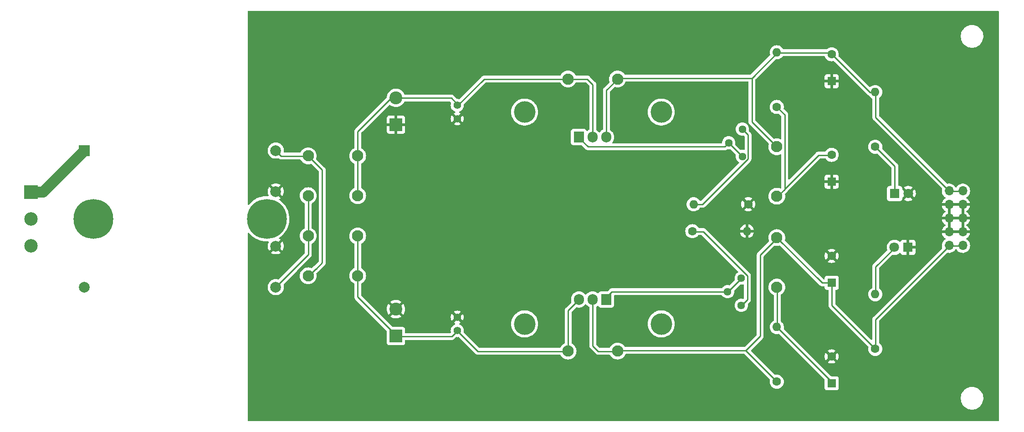
<source format=gbr>
%TF.GenerationSoftware,KiCad,Pcbnew,(6.0.0-0)*%
%TF.CreationDate,2022-01-03T20:25:41-06:00*%
%TF.ProjectId,Full Linear PSU,46756c6c-204c-4696-9e65-617220505355,0.1*%
%TF.SameCoordinates,Original*%
%TF.FileFunction,Copper,L1,Top*%
%TF.FilePolarity,Positive*%
%FSLAX46Y46*%
G04 Gerber Fmt 4.6, Leading zero omitted, Abs format (unit mm)*
G04 Created by KiCad (PCBNEW (6.0.0-0)) date 2022-01-03 20:25:41*
%MOMM*%
%LPD*%
G01*
G04 APERTURE LIST*
%TA.AperFunction,ComponentPad*%
%ADD10C,1.600000*%
%TD*%
%TA.AperFunction,ComponentPad*%
%ADD11O,1.600000X1.600000*%
%TD*%
%TA.AperFunction,ComponentPad*%
%ADD12R,2.000000X2.000000*%
%TD*%
%TA.AperFunction,ComponentPad*%
%ADD13C,2.000000*%
%TD*%
%TA.AperFunction,HeatsinkPad*%
%ADD14C,7.400000*%
%TD*%
%TA.AperFunction,ComponentPad*%
%ADD15C,4.100000*%
%TD*%
%TA.AperFunction,ConnectorPad*%
%ADD16C,7.400000*%
%TD*%
%TA.AperFunction,ComponentPad*%
%ADD17C,2.100000*%
%TD*%
%TA.AperFunction,ComponentPad*%
%ADD18R,1.600000X1.600000*%
%TD*%
%TA.AperFunction,ComponentPad*%
%ADD19R,1.905000X2.000000*%
%TD*%
%TA.AperFunction,ComponentPad*%
%ADD20O,1.905000X2.000000*%
%TD*%
%TA.AperFunction,ComponentPad*%
%ADD21C,1.440000*%
%TD*%
%TA.AperFunction,ComponentPad*%
%ADD22R,2.500000X2.500000*%
%TD*%
%TA.AperFunction,ComponentPad*%
%ADD23C,2.500000*%
%TD*%
%TA.AperFunction,ComponentPad*%
%ADD24R,1.800000X1.800000*%
%TD*%
%TA.AperFunction,ComponentPad*%
%ADD25C,1.800000*%
%TD*%
%TA.AperFunction,ComponentPad*%
%ADD26R,2.400000X2.400000*%
%TD*%
%TA.AperFunction,ComponentPad*%
%ADD27C,2.400000*%
%TD*%
%TA.AperFunction,ComponentPad*%
%ADD28C,1.400000*%
%TD*%
%TA.AperFunction,HeatsinkPad*%
%ADD29C,4.000000*%
%TD*%
%TA.AperFunction,ComponentPad*%
%ADD30O,1.700000X1.700000*%
%TD*%
%TA.AperFunction,Conductor*%
%ADD31C,0.250000*%
%TD*%
%TA.AperFunction,Conductor*%
%ADD32C,2.000000*%
%TD*%
G04 APERTURE END LIST*
D10*
%TO.P,R1,1*%
%TO.N,Net-(R1-Pad1)*%
X192100000Y-103800000D03*
D11*
%TO.P,R1,2*%
%TO.N,GNDREF*%
X202260000Y-103800000D03*
%TD*%
D12*
%TO.P,TR1,1*%
%TO.N,Net-(J1-Pad1)*%
X79120000Y-88800000D03*
D13*
%TO.P,TR1,4*%
%TO.N,Net-(J1-Pad2)*%
X79120000Y-114200000D03*
%TO.P,TR1,5*%
%TO.N,18Va*%
X114680000Y-88800000D03*
%TO.P,TR1,6*%
%TO.N,GNDREF*%
X114680000Y-96420000D03*
%TO.P,TR1,7*%
X114680000Y-106580000D03*
%TO.P,TR1,8*%
%TO.N,18Vb*%
X114680000Y-114200000D03*
D14*
%TO.P,TR1,a*%
%TO.N,N/C*%
X112990900Y-101500000D03*
D15*
X112990900Y-101500000D03*
%TO.P,TR1,b*%
X80809100Y-101500000D03*
D16*
X80809100Y-101500000D03*
%TD*%
D10*
%TO.P,R6,1*%
%TO.N,Net-(D10-Pad1)*%
X226100000Y-88100000D03*
D11*
%TO.P,R6,2*%
%TO.N,Net-(C8-Pad2)*%
X226100000Y-77940000D03*
%TD*%
D10*
%TO.P,R5,1*%
%TO.N,Net-(C7-Pad1)*%
X226100000Y-125700000D03*
D11*
%TO.P,R5,2*%
%TO.N,Net-(D9-Pad2)*%
X226100000Y-115540000D03*
%TD*%
D17*
%TO.P,D3,A*%
%TO.N,18Vb*%
X120700000Y-104700000D03*
%TO.P,D3,K*%
%TO.N,Net-(C1-Pad1)*%
X129900000Y-104700000D03*
%TD*%
D18*
%TO.P,C7,1*%
%TO.N,Net-(C7-Pad1)*%
X218000000Y-113400000D03*
D10*
%TO.P,C7,2*%
%TO.N,GNDREF*%
X218000000Y-108400000D03*
%TD*%
D19*
%TO.P,U1,1,ADJ*%
%TO.N,Net-(TRIM1-Pad2)*%
X176100000Y-116500000D03*
D20*
%TO.P,U1,2,VO*%
%TO.N,Net-(C7-Pad1)*%
X173560000Y-116500000D03*
%TO.P,U1,3,VI*%
%TO.N,Net-(C1-Pad1)*%
X171020000Y-116500000D03*
%TD*%
D21*
%TO.P,TRIM2,1,Left*%
%TO.N,Net-(TRIM2-Pad1)*%
X201400000Y-89900000D03*
%TO.P,TRIM2,2,Center*%
X198860000Y-87360000D03*
%TO.P,TRIM2,3,Right*%
%TO.N,Net-(R2-Pad2)*%
X201400000Y-84820000D03*
%TD*%
D18*
%TO.P,C6,1*%
%TO.N,GNDREF*%
X218000000Y-94600000D03*
D10*
%TO.P,C6,2*%
%TO.N,Net-(C6-Pad2)*%
X218000000Y-89600000D03*
%TD*%
D17*
%TO.P,D2,A*%
%TO.N,Net-(C3-Pad2)*%
X129900000Y-89800000D03*
%TO.P,D2,K*%
%TO.N,18Va*%
X120700000Y-89800000D03*
%TD*%
D10*
%TO.P,R3,1*%
%TO.N,Net-(C7-Pad1)*%
X207800000Y-131800000D03*
D11*
%TO.P,R3,2*%
%TO.N,Net-(C5-Pad1)*%
X207800000Y-121640000D03*
%TD*%
D21*
%TO.P,TRIM1,1,Left*%
%TO.N,Net-(R1-Pad1)*%
X201200000Y-117600000D03*
%TO.P,TRIM1,2,Center*%
%TO.N,Net-(TRIM1-Pad2)*%
X198660000Y-115060000D03*
%TO.P,TRIM1,3,Right*%
X201200000Y-112520000D03*
%TD*%
D22*
%TO.P,J1,1*%
%TO.N,Net-(J1-Pad1)*%
X69200000Y-96500000D03*
D23*
%TO.P,J1,2*%
%TO.N,Net-(J1-Pad2)*%
X69200000Y-101500000D03*
%TO.P,J1,3*%
%TO.N,GNDPWR*%
X69200000Y-106500000D03*
%TD*%
D17*
%TO.P,D1,A*%
%TO.N,18Va*%
X120700000Y-112100000D03*
%TO.P,D1,K*%
%TO.N,Net-(C1-Pad1)*%
X129900000Y-112100000D03*
%TD*%
D18*
%TO.P,C8,1*%
%TO.N,GNDREF*%
X218000000Y-75900000D03*
D10*
%TO.P,C8,2*%
%TO.N,Net-(C8-Pad2)*%
X218000000Y-70900000D03*
%TD*%
D17*
%TO.P,D4,A*%
%TO.N,Net-(C3-Pad2)*%
X129900000Y-97200000D03*
%TO.P,D4,K*%
%TO.N,18Vb*%
X120700000Y-97200000D03*
%TD*%
%TO.P,D6,A*%
%TO.N,Net-(C3-Pad2)*%
X169000000Y-75500000D03*
%TO.P,D6,K*%
%TO.N,Net-(C8-Pad2)*%
X178200000Y-75500000D03*
%TD*%
D24*
%TO.P,D10,1,K*%
%TO.N,Net-(D10-Pad1)*%
X229700000Y-96800000D03*
D25*
%TO.P,D10,2,A*%
%TO.N,GNDREF*%
X232240000Y-96800000D03*
%TD*%
D10*
%TO.P,R2,1*%
%TO.N,GNDREF*%
X202500000Y-98800000D03*
D11*
%TO.P,R2,2*%
%TO.N,Net-(R2-Pad2)*%
X192340000Y-98800000D03*
%TD*%
D10*
%TO.P,R4,1*%
%TO.N,Net-(C6-Pad2)*%
X207800000Y-80700000D03*
D11*
%TO.P,R4,2*%
%TO.N,Net-(C8-Pad2)*%
X207800000Y-70540000D03*
%TD*%
D24*
%TO.P,D9,1,K*%
%TO.N,GNDREF*%
X232200000Y-106800000D03*
D25*
%TO.P,D9,2,A*%
%TO.N,Net-(D9-Pad2)*%
X229660000Y-106800000D03*
%TD*%
D26*
%TO.P,C2,1*%
%TO.N,Net-(C1-Pad1)*%
X137000000Y-123300000D03*
D27*
%TO.P,C2,2*%
%TO.N,GNDREF*%
X137000000Y-118300000D03*
%TD*%
D18*
%TO.P,C5,1*%
%TO.N,Net-(C5-Pad1)*%
X218000000Y-132100000D03*
D10*
%TO.P,C5,2*%
%TO.N,GNDREF*%
X218000000Y-127100000D03*
%TD*%
D28*
%TO.P,C1,1*%
%TO.N,Net-(C1-Pad1)*%
X148400000Y-122300000D03*
%TO.P,C1,2*%
%TO.N,GNDREF*%
X148400000Y-119800000D03*
%TD*%
D29*
%TO.P,HS1,1*%
%TO.N,unconnected-(HS1-Pad1)*%
X186320000Y-121050000D03*
X160920000Y-121050000D03*
%TD*%
D17*
%TO.P,D5,A*%
%TO.N,Net-(C7-Pad1)*%
X178200000Y-126100000D03*
%TO.P,D5,K*%
%TO.N,Net-(C1-Pad1)*%
X169000000Y-126100000D03*
%TD*%
%TO.P,D8,A*%
%TO.N,Net-(C8-Pad2)*%
X207800000Y-88100000D03*
%TO.P,D8,K*%
%TO.N,Net-(C6-Pad2)*%
X207800000Y-97300000D03*
%TD*%
D30*
%TO.P,J2,1,+12V*%
%TO.N,Net-(C7-Pad1)*%
X242370000Y-106480000D03*
%TO.P,J2,2,+12V*%
X239830000Y-106480000D03*
%TO.P,J2,3,GND*%
%TO.N,GNDREF*%
X242370000Y-103940000D03*
%TO.P,J2,4,GND*%
X239830000Y-103940000D03*
%TO.P,J2,5,GND*%
X242370000Y-101400000D03*
%TO.P,J2,6,GND*%
X239830000Y-101400000D03*
%TO.P,J2,7,GND*%
X242370000Y-98860000D03*
%TO.P,J2,8,GND*%
X239830000Y-98860000D03*
%TO.P,J2,9,-12V*%
%TO.N,Net-(C8-Pad2)*%
X242370000Y-96320000D03*
%TO.P,J2,10,-12V*%
X239830000Y-96320000D03*
%TD*%
D26*
%TO.P,C3,1*%
%TO.N,GNDREF*%
X137000000Y-84000000D03*
D27*
%TO.P,C3,2*%
%TO.N,Net-(C3-Pad2)*%
X137000000Y-79000000D03*
%TD*%
D17*
%TO.P,D7,A*%
%TO.N,Net-(C5-Pad1)*%
X207800000Y-114200000D03*
%TO.P,D7,K*%
%TO.N,Net-(C7-Pad1)*%
X207800000Y-105000000D03*
%TD*%
D29*
%TO.P,HS2,1*%
%TO.N,unconnected-(HS2-Pad1)*%
X186320000Y-81650000D03*
X160920000Y-81650000D03*
%TD*%
D19*
%TO.P,U2,1,ADJ*%
%TO.N,Net-(TRIM2-Pad1)*%
X171000000Y-86300000D03*
D20*
%TO.P,U2,2,VI*%
%TO.N,Net-(C3-Pad2)*%
X173540000Y-86300000D03*
%TO.P,U2,3,VO*%
%TO.N,Net-(C8-Pad2)*%
X176080000Y-86300000D03*
%TD*%
D28*
%TO.P,C4,1*%
%TO.N,GNDREF*%
X148400000Y-82900000D03*
%TO.P,C4,2*%
%TO.N,Net-(C3-Pad2)*%
X148400000Y-80400000D03*
%TD*%
D31*
%TO.N,Net-(C1-Pad1)*%
X148463000Y-122362000D02*
X152256000Y-126155000D01*
X129921000Y-104734332D02*
X129921000Y-112185000D01*
X169009000Y-126155000D02*
X169009000Y-118563000D01*
X129921000Y-112185000D02*
X129921000Y-116032959D01*
X152256000Y-126155000D02*
X169009000Y-126155000D01*
X137033000Y-123398959D02*
X147389041Y-123398959D01*
X147389041Y-123398959D02*
X148463000Y-122325000D01*
X129921000Y-116032959D02*
X137033000Y-123144959D01*
X169009000Y-118563000D02*
X171069000Y-116503000D01*
%TO.N,Net-(C3-Pad2)*%
X129921000Y-97283666D02*
X129921000Y-89833000D01*
X173609000Y-76521000D02*
X173609000Y-86360000D01*
X147290959Y-79028959D02*
X148717000Y-80455000D01*
X129921000Y-85261000D02*
X137033000Y-78149000D01*
X153413000Y-75505000D02*
X169009000Y-75505000D01*
X129921000Y-89833000D02*
X129921000Y-85378959D01*
X137033000Y-79028959D02*
X147290959Y-79028959D01*
X148463000Y-80455000D02*
X153413000Y-75505000D01*
X169009000Y-75505000D02*
X172593000Y-75505000D01*
X172593000Y-75505000D02*
X173609000Y-76521000D01*
%TO.N,Net-(C5-Pad1)*%
X207899000Y-121666000D02*
X218059000Y-131826000D01*
X207899000Y-121666000D02*
X207899000Y-114251332D01*
X218059000Y-131826000D02*
X218059000Y-132150868D01*
%TO.N,Net-(C6-Pad2)*%
X209273511Y-95907489D02*
X215530566Y-89650434D01*
X215530566Y-89650434D02*
X218059000Y-89650434D01*
X207899000Y-80772000D02*
X209273511Y-82146511D01*
X209273511Y-95907489D02*
X209273511Y-96012155D01*
X209273511Y-82146511D02*
X209273511Y-95907489D01*
X209273511Y-96012155D02*
X207899000Y-97386666D01*
%TO.N,Net-(C7-Pad1)*%
X204724000Y-108204000D02*
X204724000Y-123317000D01*
X239903000Y-106488500D02*
X226187000Y-120204500D01*
X174625000Y-126155000D02*
X173609000Y-125139000D01*
X218059000Y-113400651D02*
X216248319Y-113400651D01*
X207899000Y-105051332D02*
X204724000Y-108204000D01*
X218059000Y-113400651D02*
X218059000Y-117602000D01*
X204724000Y-123317000D02*
X202057000Y-125984000D01*
X242443000Y-106488500D02*
X239903000Y-106488500D01*
X226187000Y-120204500D02*
X226187000Y-125730000D01*
X216248319Y-113400651D02*
X207899000Y-105051332D01*
X173609000Y-125139000D02*
X173609000Y-116503000D01*
X177955000Y-125984000D02*
X202057000Y-125984000D01*
X178209000Y-126155000D02*
X174625000Y-126155000D01*
X202057000Y-125984000D02*
X207899000Y-131826000D01*
X218059000Y-117602000D02*
X226187000Y-125730000D01*
%TO.N,Net-(C8-Pad2)*%
X207899000Y-70612000D02*
X217770783Y-70612000D01*
X203177000Y-75334000D02*
X207899000Y-70612000D01*
X207899000Y-88186666D02*
X203177000Y-83464666D01*
X239903000Y-96328500D02*
X242443000Y-96328500D01*
X218059000Y-70900217D02*
X225136783Y-77978000D01*
X225136783Y-77978000D02*
X226187000Y-77978000D01*
X176149000Y-77565000D02*
X176149000Y-86360000D01*
X203177000Y-83464666D02*
X203177000Y-75334000D01*
X226187000Y-82612500D02*
X239903000Y-96328500D01*
X177955000Y-75334000D02*
X203177000Y-75334000D01*
X226187000Y-77978000D02*
X226187000Y-82612500D01*
X178209000Y-75505000D02*
X176149000Y-77565000D01*
X217770783Y-70612000D02*
X218059000Y-70900217D01*
%TO.N,18Va*%
X122095511Y-110810489D02*
X122151511Y-110810489D01*
X123317000Y-109645000D02*
X123317000Y-92429000D01*
X114681000Y-88817000D02*
X115697000Y-89833000D01*
X120721000Y-112185000D02*
X122095511Y-110810489D01*
X123317000Y-92429000D02*
X120721000Y-89833000D01*
X122151511Y-110810489D02*
X123317000Y-109645000D01*
X115697000Y-89833000D02*
X120721000Y-89833000D01*
%TO.N,18Vb*%
X120721000Y-97283666D02*
X120721000Y-104734332D01*
X114681000Y-114217000D02*
X120721000Y-108177000D01*
X120721000Y-108177000D02*
X120721000Y-104734332D01*
%TO.N,Net-(D9-Pad2)*%
X226187000Y-115570000D02*
X226187000Y-110387000D01*
X226187000Y-110387000D02*
X229748000Y-106826000D01*
%TO.N,Net-(D10-Pad1)*%
X229738000Y-96882000D02*
X229738000Y-91689000D01*
X229738000Y-91689000D02*
X226187000Y-88138000D01*
D32*
%TO.N,Net-(J1-Pad1)*%
X71421000Y-96517000D02*
X79121000Y-88817000D01*
X69215000Y-96517000D02*
X71421000Y-96517000D01*
D31*
%TO.N,Net-(R1-Pad1)*%
X192151000Y-103886000D02*
X194136163Y-103886000D01*
X202339511Y-116557489D02*
X201295000Y-117602000D01*
X202339511Y-112089348D02*
X202339511Y-116557489D01*
X194136163Y-103886000D02*
X202339511Y-112089348D01*
%TO.N,Net-(R2-Pad2)*%
X194001163Y-98806000D02*
X202448511Y-90358652D01*
X202448511Y-90358652D02*
X202448511Y-85890511D01*
X192405000Y-98806000D02*
X194001163Y-98806000D01*
X202448511Y-85890511D02*
X201404000Y-84846000D01*
%TO.N,Net-(TRIM1-Pad2)*%
X177165000Y-115062000D02*
X175895000Y-116332000D01*
X198755000Y-115062000D02*
X201295000Y-112522000D01*
X198755000Y-115062000D02*
X177165000Y-115062000D01*
%TO.N,Net-(TRIM2-Pad1)*%
X198864000Y-87386000D02*
X198144001Y-88105999D01*
X198864000Y-87386000D02*
X201404000Y-89926000D01*
X198144001Y-88105999D02*
X172731999Y-88105999D01*
X172731999Y-88105999D02*
X170815000Y-86189000D01*
%TD*%
%TA.AperFunction,Conductor*%
%TO.N,GNDREF*%
G36*
X249041121Y-62833002D02*
G01*
X249087614Y-62886658D01*
X249099000Y-62939000D01*
X249099000Y-138991000D01*
X249078998Y-139059121D01*
X249025342Y-139105614D01*
X248973000Y-139117000D01*
X109600000Y-139117000D01*
X109531879Y-139096998D01*
X109485386Y-139043342D01*
X109474000Y-138991000D01*
X109474000Y-135006703D01*
X241984743Y-135006703D01*
X242022268Y-135291734D01*
X242098129Y-135569036D01*
X242210923Y-135833476D01*
X242358561Y-136080161D01*
X242538313Y-136304528D01*
X242746851Y-136502423D01*
X242980317Y-136670186D01*
X242984112Y-136672195D01*
X242984113Y-136672196D01*
X243005869Y-136683715D01*
X243234392Y-136804712D01*
X243504373Y-136903511D01*
X243785264Y-136964755D01*
X243813841Y-136967004D01*
X244008282Y-136982307D01*
X244008291Y-136982307D01*
X244010739Y-136982500D01*
X244166271Y-136982500D01*
X244168407Y-136982354D01*
X244168418Y-136982354D01*
X244376548Y-136968165D01*
X244376554Y-136968164D01*
X244380825Y-136967873D01*
X244385020Y-136967004D01*
X244385022Y-136967004D01*
X244521583Y-136938724D01*
X244662342Y-136909574D01*
X244933343Y-136813607D01*
X245188812Y-136681750D01*
X245192313Y-136679289D01*
X245192317Y-136679287D01*
X245306417Y-136599096D01*
X245424023Y-136516441D01*
X245634622Y-136320740D01*
X245816713Y-136098268D01*
X245966927Y-135853142D01*
X246082483Y-135589898D01*
X246161244Y-135313406D01*
X246201751Y-135028784D01*
X246201845Y-135010951D01*
X246203235Y-134745583D01*
X246203235Y-134745576D01*
X246203257Y-134741297D01*
X246165732Y-134456266D01*
X246089871Y-134178964D01*
X245977077Y-133914524D01*
X245829439Y-133667839D01*
X245649687Y-133443472D01*
X245526289Y-133326372D01*
X245444258Y-133248527D01*
X245444255Y-133248525D01*
X245441149Y-133245577D01*
X245229572Y-133093543D01*
X245211172Y-133080321D01*
X245211171Y-133080320D01*
X245207683Y-133077814D01*
X245185843Y-133066250D01*
X245094176Y-133017715D01*
X244953608Y-132943288D01*
X244683627Y-132844489D01*
X244402736Y-132783245D01*
X244371685Y-132780801D01*
X244179718Y-132765693D01*
X244179709Y-132765693D01*
X244177261Y-132765500D01*
X244021729Y-132765500D01*
X244019593Y-132765646D01*
X244019582Y-132765646D01*
X243811452Y-132779835D01*
X243811446Y-132779836D01*
X243807175Y-132780127D01*
X243802980Y-132780996D01*
X243802978Y-132780996D01*
X243700100Y-132802301D01*
X243525658Y-132838426D01*
X243254657Y-132934393D01*
X242999188Y-133066250D01*
X242995687Y-133068711D01*
X242995683Y-133068713D01*
X242985594Y-133075804D01*
X242763977Y-133231559D01*
X242748892Y-133245577D01*
X242583821Y-133398971D01*
X242553378Y-133427260D01*
X242371287Y-133649732D01*
X242221073Y-133894858D01*
X242105517Y-134158102D01*
X242026756Y-134434594D01*
X241986249Y-134719216D01*
X241986227Y-134723505D01*
X241986226Y-134723512D01*
X241984765Y-135002417D01*
X241984743Y-135006703D01*
X109474000Y-135006703D01*
X109474000Y-114200000D01*
X113166835Y-114200000D01*
X113185465Y-114436711D01*
X113186619Y-114441518D01*
X113186620Y-114441524D01*
X113220976Y-114584624D01*
X113240895Y-114667594D01*
X113242788Y-114672165D01*
X113242789Y-114672167D01*
X113307324Y-114827968D01*
X113331760Y-114886963D01*
X113334346Y-114891183D01*
X113453241Y-115085202D01*
X113453245Y-115085208D01*
X113455824Y-115089416D01*
X113610031Y-115269969D01*
X113790584Y-115424176D01*
X113794792Y-115426755D01*
X113794798Y-115426759D01*
X113970088Y-115534177D01*
X113993037Y-115548240D01*
X113997607Y-115550133D01*
X113997611Y-115550135D01*
X114166463Y-115620075D01*
X114212406Y-115639105D01*
X114255867Y-115649539D01*
X114438476Y-115693380D01*
X114438482Y-115693381D01*
X114443289Y-115694535D01*
X114680000Y-115713165D01*
X114916711Y-115694535D01*
X114921518Y-115693381D01*
X114921524Y-115693380D01*
X115104133Y-115649539D01*
X115147594Y-115639105D01*
X115193537Y-115620075D01*
X115362389Y-115550135D01*
X115362393Y-115550133D01*
X115366963Y-115548240D01*
X115389912Y-115534177D01*
X115565202Y-115426759D01*
X115565208Y-115426755D01*
X115569416Y-115424176D01*
X115749969Y-115269969D01*
X115904176Y-115089416D01*
X115906755Y-115085208D01*
X115906759Y-115085202D01*
X116025654Y-114891183D01*
X116028240Y-114886963D01*
X116052677Y-114827968D01*
X116117211Y-114672167D01*
X116117212Y-114672165D01*
X116119105Y-114667594D01*
X116139024Y-114584624D01*
X116173380Y-114441524D01*
X116173381Y-114441518D01*
X116174535Y-114436711D01*
X116193165Y-114200000D01*
X116174535Y-113963289D01*
X116172652Y-113955443D01*
X116124425Y-113754564D01*
X116127972Y-113683656D01*
X116157849Y-113636055D01*
X118612801Y-111181104D01*
X121113253Y-108680652D01*
X121121539Y-108673112D01*
X121128018Y-108669000D01*
X121174644Y-108619348D01*
X121177398Y-108616507D01*
X121197135Y-108596770D01*
X121199615Y-108593573D01*
X121207320Y-108584551D01*
X121232159Y-108558100D01*
X121237586Y-108552321D01*
X121241405Y-108545375D01*
X121241407Y-108545372D01*
X121247348Y-108534566D01*
X121258199Y-108518047D01*
X121265758Y-108508301D01*
X121270614Y-108502041D01*
X121273759Y-108494772D01*
X121273762Y-108494768D01*
X121288174Y-108461463D01*
X121293391Y-108450813D01*
X121314695Y-108412060D01*
X121319733Y-108392437D01*
X121326137Y-108373734D01*
X121331033Y-108362420D01*
X121331033Y-108362419D01*
X121334181Y-108355145D01*
X121335420Y-108347322D01*
X121335423Y-108347312D01*
X121341099Y-108311476D01*
X121343505Y-108299856D01*
X121352528Y-108264711D01*
X121352528Y-108264710D01*
X121354500Y-108257030D01*
X121354500Y-108236776D01*
X121356051Y-108217065D01*
X121357980Y-108204886D01*
X121359220Y-108197057D01*
X121355059Y-108153038D01*
X121354500Y-108141181D01*
X121354500Y-106197336D01*
X121374502Y-106129215D01*
X121414665Y-106089904D01*
X121553853Y-106004610D01*
X121614670Y-105967342D01*
X121614673Y-105967340D01*
X121618896Y-105964752D01*
X121677339Y-105914837D01*
X121801677Y-105808641D01*
X121805433Y-105805433D01*
X121832245Y-105774040D01*
X121961535Y-105622663D01*
X121961537Y-105622660D01*
X121964752Y-105618896D01*
X121973849Y-105604052D01*
X122037920Y-105499496D01*
X122092927Y-105409732D01*
X122186805Y-105183092D01*
X122210900Y-105082727D01*
X122242917Y-104949370D01*
X122242918Y-104949364D01*
X122244072Y-104944557D01*
X122263319Y-104700000D01*
X122244072Y-104455443D01*
X122241870Y-104446267D01*
X122195527Y-104253237D01*
X122186805Y-104216908D01*
X122092927Y-103990268D01*
X122009738Y-103854515D01*
X121967342Y-103785330D01*
X121967340Y-103785327D01*
X121964752Y-103781104D01*
X121881069Y-103683124D01*
X121808641Y-103598323D01*
X121805433Y-103594567D01*
X121748569Y-103546000D01*
X121622663Y-103438465D01*
X121622660Y-103438463D01*
X121618896Y-103435248D01*
X121614673Y-103432660D01*
X121614670Y-103432658D01*
X121511464Y-103369414D01*
X121414665Y-103310096D01*
X121367034Y-103257450D01*
X121354500Y-103202664D01*
X121354500Y-98697336D01*
X121374502Y-98629215D01*
X121414665Y-98589904D01*
X121581807Y-98487480D01*
X121614670Y-98467342D01*
X121614673Y-98467340D01*
X121618896Y-98464752D01*
X121658169Y-98431210D01*
X121801677Y-98308641D01*
X121805433Y-98305433D01*
X121879343Y-98218896D01*
X121961535Y-98122663D01*
X121961537Y-98122660D01*
X121964752Y-98118896D01*
X121991055Y-98075974D01*
X122022440Y-98024757D01*
X122092927Y-97909732D01*
X122161279Y-97744717D01*
X122184911Y-97687665D01*
X122184912Y-97687663D01*
X122186805Y-97683092D01*
X122214427Y-97568039D01*
X122242917Y-97449370D01*
X122242918Y-97449364D01*
X122244072Y-97444557D01*
X122263319Y-97200000D01*
X122244072Y-96955443D01*
X122240130Y-96939020D01*
X122189381Y-96727639D01*
X122186805Y-96716908D01*
X122092927Y-96490268D01*
X122002961Y-96343456D01*
X121967342Y-96285330D01*
X121967340Y-96285327D01*
X121964752Y-96281104D01*
X121929255Y-96239542D01*
X121808641Y-96098323D01*
X121805433Y-96094567D01*
X121801677Y-96091359D01*
X121622663Y-95938465D01*
X121622660Y-95938463D01*
X121618896Y-95935248D01*
X121614673Y-95932660D01*
X121614670Y-95932658D01*
X121482828Y-95851866D01*
X121409732Y-95807073D01*
X121221350Y-95729042D01*
X121187665Y-95715089D01*
X121187663Y-95715088D01*
X121183092Y-95713195D01*
X121055688Y-95682608D01*
X120949370Y-95657083D01*
X120949364Y-95657082D01*
X120944557Y-95655928D01*
X120700000Y-95636681D01*
X120455443Y-95655928D01*
X120450636Y-95657082D01*
X120450630Y-95657083D01*
X120344312Y-95682608D01*
X120216908Y-95713195D01*
X120212337Y-95715088D01*
X120212335Y-95715089D01*
X120178650Y-95729042D01*
X119990268Y-95807073D01*
X119917172Y-95851866D01*
X119785330Y-95932658D01*
X119785327Y-95932660D01*
X119781104Y-95935248D01*
X119777340Y-95938463D01*
X119777337Y-95938465D01*
X119598323Y-96091359D01*
X119594567Y-96094567D01*
X119591359Y-96098323D01*
X119470746Y-96239542D01*
X119435248Y-96281104D01*
X119432660Y-96285327D01*
X119432658Y-96285330D01*
X119397039Y-96343456D01*
X119307073Y-96490268D01*
X119213195Y-96716908D01*
X119210619Y-96727639D01*
X119159871Y-96939020D01*
X119155928Y-96955443D01*
X119136681Y-97200000D01*
X119155928Y-97444557D01*
X119157082Y-97449364D01*
X119157083Y-97449370D01*
X119185573Y-97568039D01*
X119213195Y-97683092D01*
X119215088Y-97687663D01*
X119215089Y-97687665D01*
X119238721Y-97744717D01*
X119307073Y-97909732D01*
X119377560Y-98024757D01*
X119408946Y-98075974D01*
X119435248Y-98118896D01*
X119438463Y-98122660D01*
X119438465Y-98122663D01*
X119520657Y-98218896D01*
X119594567Y-98305433D01*
X119598323Y-98308641D01*
X119741832Y-98431210D01*
X119781104Y-98464752D01*
X119785327Y-98467340D01*
X119785330Y-98467342D01*
X119818193Y-98487480D01*
X119990268Y-98592927D01*
X120009718Y-98600983D01*
X120064998Y-98645529D01*
X120087500Y-98717392D01*
X120087500Y-103182608D01*
X120067498Y-103250729D01*
X120009718Y-103299017D01*
X119990268Y-103307073D01*
X119888536Y-103369414D01*
X119785330Y-103432658D01*
X119785327Y-103432660D01*
X119781104Y-103435248D01*
X119777340Y-103438463D01*
X119777337Y-103438465D01*
X119651431Y-103546000D01*
X119594567Y-103594567D01*
X119591359Y-103598323D01*
X119518932Y-103683124D01*
X119435248Y-103781104D01*
X119432660Y-103785327D01*
X119432658Y-103785330D01*
X119390262Y-103854515D01*
X119307073Y-103990268D01*
X119213195Y-104216908D01*
X119204473Y-104253237D01*
X119158131Y-104446267D01*
X119155928Y-104455443D01*
X119136681Y-104700000D01*
X119155928Y-104944557D01*
X119157082Y-104949364D01*
X119157083Y-104949370D01*
X119189100Y-105082727D01*
X119213195Y-105183092D01*
X119307073Y-105409732D01*
X119362080Y-105499496D01*
X119426152Y-105604052D01*
X119435248Y-105618896D01*
X119438463Y-105622660D01*
X119438465Y-105622663D01*
X119567755Y-105774040D01*
X119594567Y-105805433D01*
X119598323Y-105808641D01*
X119722662Y-105914837D01*
X119781104Y-105964752D01*
X119785327Y-105967340D01*
X119785330Y-105967342D01*
X119846147Y-106004610D01*
X119990268Y-106092927D01*
X120009718Y-106100983D01*
X120064998Y-106145529D01*
X120087500Y-106217392D01*
X120087500Y-107862406D01*
X120067498Y-107930527D01*
X120050595Y-107951501D01*
X115272534Y-112729561D01*
X115210222Y-112763587D01*
X115147699Y-112760457D01*
X115147594Y-112760895D01*
X115145263Y-112760335D01*
X115145261Y-112760335D01*
X115142780Y-112759739D01*
X115142776Y-112759738D01*
X114921524Y-112706620D01*
X114921518Y-112706619D01*
X114916711Y-112705465D01*
X114680000Y-112686835D01*
X114443289Y-112705465D01*
X114438482Y-112706619D01*
X114438476Y-112706620D01*
X114323840Y-112734142D01*
X114212406Y-112760895D01*
X114207835Y-112762788D01*
X114207833Y-112762789D01*
X113997611Y-112849865D01*
X113997607Y-112849867D01*
X113993037Y-112851760D01*
X113988817Y-112854346D01*
X113794798Y-112973241D01*
X113794792Y-112973245D01*
X113790584Y-112975824D01*
X113610031Y-113130031D01*
X113455824Y-113310584D01*
X113453245Y-113314792D01*
X113453241Y-113314798D01*
X113421042Y-113367342D01*
X113331760Y-113513037D01*
X113329867Y-113517607D01*
X113329865Y-113517611D01*
X113247314Y-113716908D01*
X113240895Y-113732406D01*
X113230571Y-113775408D01*
X113187349Y-113955443D01*
X113185465Y-113963289D01*
X113166835Y-114200000D01*
X109474000Y-114200000D01*
X109474000Y-107812670D01*
X113812160Y-107812670D01*
X113817887Y-107820320D01*
X113989042Y-107925205D01*
X113997837Y-107929687D01*
X114207988Y-108016734D01*
X114217373Y-108019783D01*
X114438554Y-108072885D01*
X114448301Y-108074428D01*
X114675070Y-108092275D01*
X114684930Y-108092275D01*
X114911699Y-108074428D01*
X114921446Y-108072885D01*
X115142627Y-108019783D01*
X115152012Y-108016734D01*
X115362163Y-107929687D01*
X115370958Y-107925205D01*
X115538445Y-107822568D01*
X115547907Y-107812110D01*
X115544124Y-107803334D01*
X114692812Y-106952022D01*
X114678868Y-106944408D01*
X114677035Y-106944539D01*
X114670420Y-106948790D01*
X113818920Y-107800290D01*
X113812160Y-107812670D01*
X109474000Y-107812670D01*
X109474000Y-104207165D01*
X109494002Y-104139044D01*
X109547658Y-104092551D01*
X109617932Y-104082447D01*
X109682512Y-104111941D01*
X109694804Y-104124170D01*
X109808659Y-104254225D01*
X109959908Y-104426995D01*
X110259998Y-104708799D01*
X110402213Y-104818319D01*
X110566137Y-104944557D01*
X110586156Y-104959974D01*
X110588759Y-104961601D01*
X110588764Y-104961604D01*
X110700605Y-105031490D01*
X110935267Y-105178123D01*
X111303999Y-105361163D01*
X111688834Y-105507348D01*
X112086097Y-105615282D01*
X112089140Y-105615797D01*
X112089146Y-105615798D01*
X112488955Y-105683421D01*
X112488962Y-105683422D01*
X112491996Y-105683935D01*
X112495067Y-105684150D01*
X112495069Y-105684150D01*
X112899592Y-105712437D01*
X112899600Y-105712437D01*
X112902658Y-105712651D01*
X113076927Y-105707783D01*
X113220082Y-105703785D01*
X113288735Y-105721877D01*
X113336708Y-105774214D01*
X113348770Y-105844179D01*
X113335865Y-105886943D01*
X113330311Y-105897843D01*
X113243266Y-106107988D01*
X113240217Y-106117373D01*
X113187115Y-106338554D01*
X113185572Y-106348301D01*
X113167725Y-106575070D01*
X113167725Y-106584930D01*
X113185572Y-106811699D01*
X113187115Y-106821446D01*
X113240217Y-107042627D01*
X113243266Y-107052012D01*
X113330313Y-107262163D01*
X113334795Y-107270958D01*
X113437432Y-107438445D01*
X113447890Y-107447907D01*
X113456666Y-107444124D01*
X114319658Y-106581132D01*
X115044408Y-106581132D01*
X115044539Y-106582965D01*
X115048790Y-106589580D01*
X115900290Y-107441080D01*
X115912670Y-107447840D01*
X115920320Y-107442113D01*
X116025205Y-107270958D01*
X116029687Y-107262163D01*
X116116734Y-107052012D01*
X116119783Y-107042627D01*
X116172885Y-106821446D01*
X116174428Y-106811699D01*
X116192275Y-106584930D01*
X116192275Y-106575070D01*
X116174428Y-106348301D01*
X116172885Y-106338554D01*
X116119783Y-106117373D01*
X116116734Y-106107988D01*
X116029687Y-105897837D01*
X116025205Y-105889042D01*
X115922568Y-105721555D01*
X115912110Y-105712093D01*
X115903334Y-105715876D01*
X115052022Y-106567188D01*
X115044408Y-106581132D01*
X114319658Y-106581132D01*
X115541080Y-105359710D01*
X115547840Y-105347330D01*
X115542113Y-105339680D01*
X115370958Y-105234795D01*
X115362163Y-105230313D01*
X115347728Y-105224334D01*
X115292447Y-105179785D01*
X115270026Y-105112422D01*
X115287584Y-105043631D01*
X115323316Y-105004965D01*
X115323366Y-105004930D01*
X115585036Y-104820342D01*
X115597763Y-104809357D01*
X115894326Y-104553370D01*
X115896664Y-104551352D01*
X115898785Y-104549125D01*
X115898791Y-104549119D01*
X116178438Y-104255460D01*
X116180555Y-104253237D01*
X116183676Y-104249243D01*
X116432091Y-103931286D01*
X116432093Y-103931283D01*
X116434001Y-103928841D01*
X116435657Y-103926231D01*
X116435663Y-103926223D01*
X116652929Y-103583866D01*
X116652931Y-103583863D01*
X116654582Y-103581261D01*
X116673847Y-103543124D01*
X116761593Y-103369414D01*
X116840192Y-103213815D01*
X116844517Y-103202664D01*
X116987945Y-102832887D01*
X116987948Y-102832877D01*
X116989060Y-102830011D01*
X117084970Y-102486502D01*
X117098937Y-102436477D01*
X117098938Y-102436475D01*
X117099765Y-102433511D01*
X117158109Y-102102627D01*
X117170718Y-102031119D01*
X117170718Y-102031116D01*
X117171250Y-102028101D01*
X117198653Y-101671962D01*
X117202682Y-101619603D01*
X117202682Y-101619594D01*
X117202832Y-101617650D01*
X117204475Y-101500000D01*
X117184365Y-101088827D01*
X117124228Y-100681579D01*
X117024638Y-100282143D01*
X117017650Y-100262517D01*
X116887576Y-99897230D01*
X116886544Y-99894331D01*
X116711266Y-99521846D01*
X116706022Y-99513048D01*
X116585303Y-99310542D01*
X116500476Y-99168243D01*
X116256187Y-98836897D01*
X116254131Y-98834614D01*
X116254124Y-98834605D01*
X115982799Y-98533268D01*
X115982791Y-98533260D01*
X115980730Y-98530971D01*
X115676734Y-98253385D01*
X115347101Y-98006788D01*
X115333627Y-97998628D01*
X115285721Y-97946231D01*
X115273747Y-97876252D01*
X115301508Y-97810908D01*
X115350681Y-97774443D01*
X115362159Y-97769689D01*
X115370958Y-97765205D01*
X115538445Y-97662568D01*
X115547907Y-97652110D01*
X115544124Y-97643334D01*
X114321922Y-96421132D01*
X115044408Y-96421132D01*
X115044539Y-96422965D01*
X115048790Y-96429580D01*
X115900290Y-97281080D01*
X115912670Y-97287840D01*
X115920320Y-97282113D01*
X116025205Y-97110958D01*
X116029687Y-97102163D01*
X116116734Y-96892012D01*
X116119783Y-96882627D01*
X116172885Y-96661446D01*
X116174428Y-96651699D01*
X116192275Y-96424930D01*
X116192275Y-96415070D01*
X116174428Y-96188301D01*
X116172885Y-96178554D01*
X116119783Y-95957373D01*
X116116734Y-95947988D01*
X116029687Y-95737837D01*
X116025205Y-95729042D01*
X115922568Y-95561555D01*
X115912110Y-95552093D01*
X115903334Y-95555876D01*
X115052022Y-96407188D01*
X115044408Y-96421132D01*
X114321922Y-96421132D01*
X113459710Y-95558920D01*
X113447330Y-95552160D01*
X113439680Y-95557887D01*
X113334795Y-95729042D01*
X113330313Y-95737837D01*
X113243266Y-95947988D01*
X113240217Y-95957373D01*
X113187115Y-96178554D01*
X113185572Y-96188301D01*
X113167725Y-96415070D01*
X113167725Y-96424930D01*
X113185572Y-96651699D01*
X113187115Y-96661446D01*
X113240217Y-96882627D01*
X113243266Y-96892012D01*
X113330313Y-97102163D01*
X113336616Y-97114532D01*
X113349722Y-97184308D01*
X113323024Y-97250094D01*
X113264998Y-97291002D01*
X113217319Y-97297542D01*
X113020316Y-97286528D01*
X113017237Y-97286657D01*
X113017234Y-97286657D01*
X112764725Y-97297240D01*
X112609013Y-97303766D01*
X112605969Y-97304194D01*
X112605967Y-97304194D01*
X112385418Y-97335190D01*
X112201355Y-97361059D01*
X111801233Y-97457859D01*
X111412467Y-97593241D01*
X111409669Y-97594534D01*
X111041564Y-97764622D01*
X111041554Y-97764627D01*
X111038767Y-97765915D01*
X110683701Y-97974231D01*
X110531347Y-98084923D01*
X110353139Y-98214398D01*
X110353133Y-98214403D01*
X110350658Y-98216201D01*
X110348372Y-98218230D01*
X110348369Y-98218233D01*
X110310852Y-98251542D01*
X110042816Y-98489516D01*
X110040737Y-98491761D01*
X110040730Y-98491768D01*
X109767168Y-98787188D01*
X109763114Y-98791566D01*
X109749441Y-98809580D01*
X109700363Y-98874237D01*
X109643245Y-98916404D01*
X109572397Y-98920996D01*
X109510313Y-98886557D01*
X109476704Y-98824019D01*
X109474000Y-98798057D01*
X109474000Y-95187890D01*
X113812093Y-95187890D01*
X113815876Y-95196666D01*
X114667188Y-96047978D01*
X114681132Y-96055592D01*
X114682965Y-96055461D01*
X114689580Y-96051210D01*
X115541080Y-95199710D01*
X115547840Y-95187330D01*
X115542113Y-95179680D01*
X115370958Y-95074795D01*
X115362163Y-95070313D01*
X115152012Y-94983266D01*
X115142627Y-94980217D01*
X114921446Y-94927115D01*
X114911699Y-94925572D01*
X114684930Y-94907725D01*
X114675070Y-94907725D01*
X114448301Y-94925572D01*
X114438554Y-94927115D01*
X114217373Y-94980217D01*
X114207988Y-94983266D01*
X113997837Y-95070313D01*
X113989042Y-95074795D01*
X113821555Y-95177432D01*
X113812093Y-95187890D01*
X109474000Y-95187890D01*
X109474000Y-88800000D01*
X113166835Y-88800000D01*
X113185465Y-89036711D01*
X113186619Y-89041518D01*
X113186620Y-89041524D01*
X113211649Y-89145775D01*
X113240895Y-89267594D01*
X113242788Y-89272165D01*
X113242789Y-89272167D01*
X113301132Y-89413019D01*
X113331760Y-89486963D01*
X113334346Y-89491183D01*
X113453241Y-89685202D01*
X113453245Y-89685208D01*
X113455824Y-89689416D01*
X113610031Y-89869969D01*
X113790584Y-90024176D01*
X113794792Y-90026755D01*
X113794798Y-90026759D01*
X113988817Y-90145654D01*
X113993037Y-90148240D01*
X113997607Y-90150133D01*
X113997611Y-90150135D01*
X114207833Y-90237211D01*
X114212406Y-90239105D01*
X114285899Y-90256749D01*
X114438476Y-90293380D01*
X114438482Y-90293381D01*
X114443289Y-90294535D01*
X114680000Y-90313165D01*
X114916711Y-90294535D01*
X114921518Y-90293381D01*
X114921524Y-90293380D01*
X115126431Y-90244186D01*
X115197339Y-90247733D01*
X115242098Y-90274855D01*
X115254651Y-90286643D01*
X115257493Y-90289398D01*
X115277230Y-90309135D01*
X115280427Y-90311615D01*
X115289447Y-90319318D01*
X115321679Y-90349586D01*
X115328625Y-90353405D01*
X115328628Y-90353407D01*
X115339434Y-90359348D01*
X115355953Y-90370199D01*
X115371959Y-90382614D01*
X115379228Y-90385759D01*
X115379232Y-90385762D01*
X115412537Y-90400174D01*
X115423187Y-90405391D01*
X115461940Y-90426695D01*
X115469615Y-90428666D01*
X115469616Y-90428666D01*
X115481562Y-90431733D01*
X115500266Y-90438137D01*
X115501526Y-90438682D01*
X115518855Y-90446181D01*
X115526678Y-90447420D01*
X115526688Y-90447423D01*
X115562524Y-90453099D01*
X115574144Y-90455505D01*
X115609289Y-90464528D01*
X115616970Y-90466500D01*
X115637224Y-90466500D01*
X115656934Y-90468051D01*
X115676943Y-90471220D01*
X115684835Y-90470474D01*
X115720961Y-90467059D01*
X115732819Y-90466500D01*
X119210017Y-90466500D01*
X119278138Y-90486502D01*
X119317449Y-90526664D01*
X119435248Y-90718896D01*
X119438463Y-90722660D01*
X119438465Y-90722663D01*
X119504153Y-90799573D01*
X119594567Y-90905433D01*
X119598323Y-90908641D01*
X119708977Y-91003149D01*
X119781104Y-91064752D01*
X119785327Y-91067340D01*
X119785330Y-91067342D01*
X119854515Y-91109738D01*
X119990268Y-91192927D01*
X120087500Y-91233202D01*
X120212335Y-91284911D01*
X120212337Y-91284912D01*
X120216908Y-91286805D01*
X120260773Y-91297336D01*
X120450630Y-91342917D01*
X120450636Y-91342918D01*
X120455443Y-91344072D01*
X120700000Y-91363319D01*
X120944557Y-91344072D01*
X120949364Y-91342918D01*
X120949370Y-91342917D01*
X121139227Y-91297336D01*
X121183092Y-91286805D01*
X121183096Y-91286820D01*
X121252630Y-91284833D01*
X121309695Y-91317599D01*
X122646595Y-92654499D01*
X122680621Y-92716811D01*
X122683500Y-92743594D01*
X122683500Y-109330405D01*
X122663498Y-109398526D01*
X122646595Y-109419500D01*
X121852455Y-110213640D01*
X121827503Y-110232996D01*
X121824485Y-110234781D01*
X121806735Y-110243477D01*
X121787894Y-110250937D01*
X121781478Y-110255599D01*
X121781477Y-110255599D01*
X121752124Y-110276925D01*
X121742204Y-110283441D01*
X121710976Y-110301909D01*
X121710973Y-110301911D01*
X121704149Y-110305947D01*
X121689828Y-110320268D01*
X121674795Y-110333108D01*
X121658404Y-110345017D01*
X121653354Y-110351121D01*
X121653349Y-110351126D01*
X121630218Y-110379087D01*
X121622228Y-110387868D01*
X121393808Y-110616287D01*
X121331496Y-110650312D01*
X121256497Y-110643600D01*
X121183092Y-110613195D01*
X121055688Y-110582608D01*
X120949370Y-110557083D01*
X120949364Y-110557082D01*
X120944557Y-110555928D01*
X120700000Y-110536681D01*
X120455443Y-110555928D01*
X120450636Y-110557082D01*
X120450630Y-110557083D01*
X120344312Y-110582608D01*
X120216908Y-110613195D01*
X120212337Y-110615088D01*
X120212335Y-110615089D01*
X120209443Y-110616287D01*
X119990268Y-110707073D01*
X119854515Y-110790262D01*
X119785330Y-110832658D01*
X119785327Y-110832660D01*
X119781104Y-110835248D01*
X119594567Y-110994567D01*
X119435248Y-111181104D01*
X119307073Y-111390268D01*
X119213195Y-111616908D01*
X119198852Y-111676651D01*
X119158828Y-111843365D01*
X119155928Y-111855443D01*
X119136681Y-112100000D01*
X119155928Y-112344557D01*
X119157082Y-112349364D01*
X119157083Y-112349370D01*
X119160044Y-112361703D01*
X119213195Y-112583092D01*
X119307073Y-112809732D01*
X119358093Y-112892990D01*
X119408854Y-112975824D01*
X119435248Y-113018896D01*
X119438463Y-113022660D01*
X119438465Y-113022663D01*
X119527427Y-113126823D01*
X119594567Y-113205433D01*
X119598323Y-113208641D01*
X119713281Y-113306825D01*
X119781104Y-113364752D01*
X119785327Y-113367340D01*
X119785330Y-113367342D01*
X119854515Y-113409738D01*
X119990268Y-113492927D01*
X120087500Y-113533202D01*
X120212335Y-113584911D01*
X120212337Y-113584912D01*
X120216908Y-113586805D01*
X120260773Y-113597336D01*
X120450630Y-113642917D01*
X120450636Y-113642918D01*
X120455443Y-113644072D01*
X120700000Y-113663319D01*
X120944557Y-113644072D01*
X120949364Y-113642918D01*
X120949370Y-113642917D01*
X121139227Y-113597336D01*
X121183092Y-113586805D01*
X121187663Y-113584912D01*
X121187665Y-113584911D01*
X121312500Y-113533202D01*
X121409732Y-113492927D01*
X121545485Y-113409738D01*
X121614670Y-113367342D01*
X121614673Y-113367340D01*
X121618896Y-113364752D01*
X121686720Y-113306825D01*
X121801677Y-113208641D01*
X121805433Y-113205433D01*
X121872573Y-113126823D01*
X121961535Y-113022663D01*
X121961537Y-113022660D01*
X121964752Y-113018896D01*
X121991147Y-112975824D01*
X122041907Y-112892990D01*
X122092927Y-112809732D01*
X122186805Y-112583092D01*
X122239956Y-112361703D01*
X122242917Y-112349370D01*
X122242918Y-112349364D01*
X122244072Y-112344557D01*
X122263319Y-112100000D01*
X128336681Y-112100000D01*
X128355928Y-112344557D01*
X128357082Y-112349364D01*
X128357083Y-112349370D01*
X128360044Y-112361703D01*
X128413195Y-112583092D01*
X128507073Y-112809732D01*
X128558093Y-112892990D01*
X128608854Y-112975824D01*
X128635248Y-113018896D01*
X128638463Y-113022660D01*
X128638465Y-113022663D01*
X128727427Y-113126823D01*
X128794567Y-113205433D01*
X128798323Y-113208641D01*
X128913281Y-113306825D01*
X128981104Y-113364752D01*
X128985327Y-113367340D01*
X128985330Y-113367342D01*
X129054515Y-113409738D01*
X129190268Y-113492927D01*
X129209718Y-113500983D01*
X129264998Y-113545529D01*
X129287500Y-113617392D01*
X129287500Y-115954192D01*
X129286973Y-115965375D01*
X129285298Y-115972868D01*
X129285547Y-115980794D01*
X129285547Y-115980795D01*
X129287438Y-116040945D01*
X129287500Y-116044904D01*
X129287500Y-116072815D01*
X129287997Y-116076749D01*
X129287997Y-116076750D01*
X129288005Y-116076815D01*
X129288938Y-116088652D01*
X129290327Y-116132848D01*
X129295978Y-116152298D01*
X129299987Y-116171659D01*
X129301412Y-116182935D01*
X129302526Y-116191756D01*
X129305445Y-116199127D01*
X129305445Y-116199129D01*
X129318804Y-116232871D01*
X129322649Y-116244101D01*
X129332771Y-116278942D01*
X129334982Y-116286552D01*
X129339015Y-116293371D01*
X129339017Y-116293376D01*
X129345293Y-116303987D01*
X129353988Y-116321735D01*
X129361448Y-116340576D01*
X129366110Y-116346992D01*
X129366110Y-116346993D01*
X129387436Y-116376346D01*
X129393952Y-116386266D01*
X129416458Y-116424321D01*
X129430779Y-116438642D01*
X129443619Y-116453675D01*
X129455528Y-116470066D01*
X129461634Y-116475117D01*
X129489605Y-116498257D01*
X129498384Y-116506247D01*
X135254595Y-122262459D01*
X135288621Y-122324771D01*
X135291500Y-122351554D01*
X135291500Y-124548134D01*
X135298255Y-124610316D01*
X135349385Y-124746705D01*
X135436739Y-124863261D01*
X135553295Y-124950615D01*
X135689684Y-125001745D01*
X135751866Y-125008500D01*
X138248134Y-125008500D01*
X138310316Y-125001745D01*
X138446705Y-124950615D01*
X138563261Y-124863261D01*
X138650615Y-124746705D01*
X138701745Y-124610316D01*
X138708500Y-124548134D01*
X138708500Y-124158459D01*
X138728502Y-124090338D01*
X138782158Y-124043845D01*
X138834500Y-124032459D01*
X147310274Y-124032459D01*
X147321457Y-124032986D01*
X147328950Y-124034661D01*
X147336876Y-124034412D01*
X147336877Y-124034412D01*
X147397027Y-124032521D01*
X147400986Y-124032459D01*
X147428897Y-124032459D01*
X147432832Y-124031962D01*
X147432897Y-124031954D01*
X147444734Y-124031021D01*
X147476992Y-124030007D01*
X147481011Y-124029881D01*
X147488930Y-124029632D01*
X147508384Y-124023980D01*
X147527741Y-124019972D01*
X147539971Y-124018427D01*
X147539972Y-124018427D01*
X147547838Y-124017433D01*
X147555209Y-124014514D01*
X147555211Y-124014514D01*
X147588953Y-124001155D01*
X147600183Y-123997310D01*
X147635024Y-123987188D01*
X147635025Y-123987188D01*
X147642634Y-123984977D01*
X147649453Y-123980944D01*
X147649458Y-123980942D01*
X147660069Y-123974666D01*
X147677817Y-123965971D01*
X147696658Y-123958511D01*
X147732428Y-123932523D01*
X147742348Y-123926007D01*
X147773576Y-123907539D01*
X147773579Y-123907537D01*
X147780403Y-123903501D01*
X147794724Y-123889180D01*
X147809758Y-123876339D01*
X147819735Y-123869090D01*
X147826148Y-123864431D01*
X147854339Y-123830354D01*
X147862329Y-123821575D01*
X148147681Y-123536223D01*
X148209993Y-123502197D01*
X148247757Y-123499797D01*
X148394524Y-123512637D01*
X148394525Y-123512637D01*
X148400000Y-123513116D01*
X148610655Y-123494686D01*
X148615967Y-123493263D01*
X148621387Y-123492307D01*
X148621899Y-123495211D01*
X148680310Y-123495946D01*
X148732387Y-123527291D01*
X151752348Y-126547253D01*
X151759888Y-126555539D01*
X151764000Y-126562018D01*
X151769777Y-126567443D01*
X151813651Y-126608643D01*
X151816493Y-126611398D01*
X151836230Y-126631135D01*
X151839427Y-126633615D01*
X151848447Y-126641318D01*
X151880679Y-126671586D01*
X151887625Y-126675405D01*
X151887628Y-126675407D01*
X151898434Y-126681348D01*
X151914953Y-126692199D01*
X151930959Y-126704614D01*
X151938228Y-126707759D01*
X151938232Y-126707762D01*
X151971537Y-126722174D01*
X151982187Y-126727391D01*
X152020940Y-126748695D01*
X152028615Y-126750666D01*
X152028616Y-126750666D01*
X152040562Y-126753733D01*
X152059267Y-126760137D01*
X152077855Y-126768181D01*
X152085678Y-126769420D01*
X152085688Y-126769423D01*
X152121524Y-126775099D01*
X152133144Y-126777505D01*
X152168289Y-126786528D01*
X152175970Y-126788500D01*
X152196224Y-126788500D01*
X152215934Y-126790051D01*
X152235943Y-126793220D01*
X152243835Y-126792474D01*
X152279961Y-126789059D01*
X152291819Y-126788500D01*
X167523499Y-126788500D01*
X167591620Y-126808502D01*
X167630931Y-126848665D01*
X167681975Y-126931961D01*
X167731647Y-127013019D01*
X167735248Y-127018896D01*
X167738463Y-127022660D01*
X167738465Y-127022663D01*
X167891359Y-127201677D01*
X167894567Y-127205433D01*
X167898323Y-127208641D01*
X168044293Y-127333312D01*
X168081104Y-127364752D01*
X168085327Y-127367340D01*
X168085330Y-127367342D01*
X168154515Y-127409738D01*
X168290268Y-127492927D01*
X168412991Y-127543761D01*
X168512335Y-127584911D01*
X168512337Y-127584912D01*
X168516908Y-127586805D01*
X168599563Y-127606649D01*
X168750630Y-127642917D01*
X168750636Y-127642918D01*
X168755443Y-127644072D01*
X169000000Y-127663319D01*
X169244557Y-127644072D01*
X169249364Y-127642918D01*
X169249370Y-127642917D01*
X169400437Y-127606649D01*
X169483092Y-127586805D01*
X169487663Y-127584912D01*
X169487665Y-127584911D01*
X169587009Y-127543761D01*
X169709732Y-127492927D01*
X169845485Y-127409738D01*
X169914670Y-127367342D01*
X169914673Y-127367340D01*
X169918896Y-127364752D01*
X169955708Y-127333312D01*
X170101677Y-127208641D01*
X170105433Y-127205433D01*
X170108641Y-127201677D01*
X170261535Y-127022663D01*
X170261537Y-127022660D01*
X170264752Y-127018896D01*
X170268354Y-127013019D01*
X170318025Y-126931961D01*
X170392927Y-126809732D01*
X170463232Y-126640001D01*
X170484911Y-126587665D01*
X170484912Y-126587663D01*
X170486805Y-126583092D01*
X170541145Y-126356749D01*
X170542917Y-126349370D01*
X170542918Y-126349364D01*
X170544072Y-126344557D01*
X170563319Y-126100000D01*
X170544072Y-125855443D01*
X170527757Y-125787483D01*
X170487960Y-125621720D01*
X170486805Y-125616908D01*
X170471999Y-125581162D01*
X170435193Y-125492307D01*
X170392927Y-125390268D01*
X170301945Y-125241798D01*
X170267342Y-125185330D01*
X170267340Y-125185327D01*
X170264752Y-125181104D01*
X170259447Y-125174892D01*
X170108641Y-124998323D01*
X170105433Y-124994567D01*
X170047666Y-124945229D01*
X169922663Y-124838465D01*
X169922660Y-124838463D01*
X169918896Y-124835248D01*
X169914673Y-124832660D01*
X169914670Y-124832658D01*
X169814314Y-124771161D01*
X169709732Y-124707073D01*
X169709827Y-124706917D01*
X169659684Y-124659562D01*
X169642500Y-124596040D01*
X169642500Y-118877594D01*
X169662502Y-118809473D01*
X169679405Y-118788499D01*
X170484079Y-117983825D01*
X170546391Y-117949799D01*
X170615233Y-117954147D01*
X170640636Y-117963143D01*
X170640645Y-117963145D01*
X170645515Y-117964870D01*
X170650608Y-117965777D01*
X170650611Y-117965778D01*
X170876948Y-118006095D01*
X170876954Y-118006096D01*
X170882037Y-118007001D01*
X170969400Y-118008068D01*
X171117093Y-118009873D01*
X171117095Y-118009873D01*
X171122263Y-118009936D01*
X171359744Y-117973596D01*
X171499314Y-117927978D01*
X171583183Y-117900566D01*
X171583189Y-117900563D01*
X171588101Y-117898958D01*
X171592687Y-117896571D01*
X171592691Y-117896569D01*
X171796607Y-117790416D01*
X171801200Y-117788025D01*
X171890017Y-117721339D01*
X171989185Y-117646882D01*
X171989188Y-117646880D01*
X171993320Y-117643777D01*
X172100081Y-117532058D01*
X172155730Y-117473825D01*
X172155731Y-117473824D01*
X172159301Y-117470088D01*
X172184535Y-117433097D01*
X172239444Y-117388096D01*
X172309968Y-117379925D01*
X172373716Y-117411179D01*
X172394411Y-117435660D01*
X172398498Y-117441977D01*
X172560186Y-117619670D01*
X172600819Y-117651760D01*
X172744670Y-117765367D01*
X172744675Y-117765370D01*
X172748724Y-117768568D01*
X172753242Y-117771062D01*
X172753248Y-117771066D01*
X172910393Y-117857814D01*
X172960364Y-117908247D01*
X172975500Y-117968123D01*
X172975500Y-125060233D01*
X172974973Y-125071416D01*
X172973298Y-125078909D01*
X172973547Y-125086835D01*
X172973547Y-125086836D01*
X172975438Y-125146986D01*
X172975500Y-125150945D01*
X172975500Y-125178856D01*
X172975997Y-125182790D01*
X172975997Y-125182791D01*
X172976005Y-125182856D01*
X172976938Y-125194693D01*
X172978327Y-125238889D01*
X172981775Y-125250757D01*
X172983978Y-125258339D01*
X172987987Y-125277700D01*
X172990526Y-125297797D01*
X172993445Y-125305168D01*
X172993445Y-125305170D01*
X173006804Y-125338912D01*
X173010649Y-125350142D01*
X173022982Y-125392593D01*
X173027015Y-125399412D01*
X173027017Y-125399417D01*
X173033293Y-125410028D01*
X173041988Y-125427776D01*
X173049448Y-125446617D01*
X173054110Y-125453033D01*
X173054110Y-125453034D01*
X173075436Y-125482387D01*
X173081952Y-125492307D01*
X173087388Y-125501498D01*
X173104458Y-125530362D01*
X173118779Y-125544683D01*
X173131619Y-125559716D01*
X173143528Y-125576107D01*
X173149632Y-125581157D01*
X173149637Y-125581162D01*
X173177598Y-125604293D01*
X173186379Y-125612283D01*
X174121353Y-126547258D01*
X174128887Y-126555537D01*
X174133000Y-126562018D01*
X174182651Y-126608643D01*
X174185493Y-126611398D01*
X174205230Y-126631135D01*
X174208427Y-126633615D01*
X174217447Y-126641318D01*
X174249679Y-126671586D01*
X174256625Y-126675405D01*
X174256628Y-126675407D01*
X174267434Y-126681348D01*
X174283953Y-126692199D01*
X174299959Y-126704614D01*
X174307228Y-126707759D01*
X174307232Y-126707762D01*
X174340537Y-126722174D01*
X174351187Y-126727391D01*
X174389940Y-126748695D01*
X174397615Y-126750666D01*
X174397616Y-126750666D01*
X174409562Y-126753733D01*
X174428267Y-126760137D01*
X174446855Y-126768181D01*
X174454678Y-126769420D01*
X174454688Y-126769423D01*
X174490524Y-126775099D01*
X174502144Y-126777505D01*
X174537289Y-126786528D01*
X174544970Y-126788500D01*
X174565224Y-126788500D01*
X174584934Y-126790051D01*
X174604943Y-126793220D01*
X174612835Y-126792474D01*
X174648961Y-126789059D01*
X174660819Y-126788500D01*
X176723499Y-126788500D01*
X176791620Y-126808502D01*
X176830931Y-126848665D01*
X176881975Y-126931961D01*
X176931647Y-127013019D01*
X176935248Y-127018896D01*
X176938463Y-127022660D01*
X176938465Y-127022663D01*
X177091359Y-127201677D01*
X177094567Y-127205433D01*
X177098323Y-127208641D01*
X177244293Y-127333312D01*
X177281104Y-127364752D01*
X177285327Y-127367340D01*
X177285330Y-127367342D01*
X177354515Y-127409738D01*
X177490268Y-127492927D01*
X177612991Y-127543761D01*
X177712335Y-127584911D01*
X177712337Y-127584912D01*
X177716908Y-127586805D01*
X177799563Y-127606649D01*
X177950630Y-127642917D01*
X177950636Y-127642918D01*
X177955443Y-127644072D01*
X178200000Y-127663319D01*
X178444557Y-127644072D01*
X178449364Y-127642918D01*
X178449370Y-127642917D01*
X178600437Y-127606649D01*
X178683092Y-127586805D01*
X178687663Y-127584912D01*
X178687665Y-127584911D01*
X178787009Y-127543761D01*
X178909732Y-127492927D01*
X179045485Y-127409738D01*
X179114670Y-127367342D01*
X179114673Y-127367340D01*
X179118896Y-127364752D01*
X179155708Y-127333312D01*
X179301677Y-127208641D01*
X179305433Y-127205433D01*
X179308641Y-127201677D01*
X179461535Y-127022663D01*
X179461537Y-127022660D01*
X179464752Y-127018896D01*
X179468354Y-127013019D01*
X179551411Y-126877481D01*
X179592927Y-126809732D01*
X179594819Y-126805165D01*
X179640335Y-126695281D01*
X179684884Y-126640001D01*
X179756744Y-126617500D01*
X201742406Y-126617500D01*
X201810527Y-126637502D01*
X201831501Y-126654405D01*
X206506275Y-131329179D01*
X206540301Y-131391491D01*
X206538886Y-131450886D01*
X206507882Y-131566591D01*
X206507881Y-131566598D01*
X206506457Y-131571913D01*
X206486502Y-131800000D01*
X206506457Y-132028087D01*
X206565716Y-132249243D01*
X206568039Y-132254224D01*
X206568039Y-132254225D01*
X206660151Y-132451762D01*
X206660154Y-132451767D01*
X206662477Y-132456749D01*
X206793802Y-132644300D01*
X206955700Y-132806198D01*
X206960208Y-132809355D01*
X206960211Y-132809357D01*
X207038389Y-132864098D01*
X207143251Y-132937523D01*
X207148233Y-132939846D01*
X207148238Y-132939849D01*
X207299357Y-133010316D01*
X207350757Y-133034284D01*
X207356065Y-133035706D01*
X207356067Y-133035707D01*
X207566598Y-133092119D01*
X207566600Y-133092119D01*
X207571913Y-133093543D01*
X207800000Y-133113498D01*
X208028087Y-133093543D01*
X208033400Y-133092119D01*
X208033402Y-133092119D01*
X208243933Y-133035707D01*
X208243935Y-133035706D01*
X208249243Y-133034284D01*
X208300643Y-133010316D01*
X208451762Y-132939849D01*
X208451767Y-132939846D01*
X208456749Y-132937523D01*
X208561611Y-132864098D01*
X208639789Y-132809357D01*
X208639792Y-132809355D01*
X208644300Y-132806198D01*
X208806198Y-132644300D01*
X208937523Y-132456749D01*
X208939846Y-132451767D01*
X208939849Y-132451762D01*
X209031961Y-132254225D01*
X209031961Y-132254224D01*
X209034284Y-132249243D01*
X209093543Y-132028087D01*
X209113498Y-131800000D01*
X209093543Y-131571913D01*
X209034284Y-131350757D01*
X208986587Y-131248469D01*
X208939849Y-131148238D01*
X208939846Y-131148233D01*
X208937523Y-131143251D01*
X208806198Y-130955700D01*
X208644300Y-130793802D01*
X208639792Y-130790645D01*
X208639789Y-130790643D01*
X208561611Y-130735902D01*
X208456749Y-130662477D01*
X208451767Y-130660154D01*
X208451762Y-130660151D01*
X208254225Y-130568039D01*
X208254224Y-130568039D01*
X208249243Y-130565716D01*
X208243935Y-130564294D01*
X208243933Y-130564293D01*
X208033402Y-130507881D01*
X208033400Y-130507881D01*
X208028087Y-130506457D01*
X207800000Y-130486502D01*
X207571913Y-130506457D01*
X207566605Y-130507879D01*
X207566601Y-130507880D01*
X207566035Y-130508032D01*
X207565776Y-130508026D01*
X207561181Y-130508836D01*
X207561018Y-130507913D01*
X207495058Y-130506344D01*
X207444325Y-130475421D01*
X203041999Y-126073095D01*
X203007973Y-126010783D01*
X203013038Y-125939968D01*
X203041999Y-125894905D01*
X205116247Y-123820657D01*
X205124537Y-123813113D01*
X205131018Y-123809000D01*
X205177659Y-123759332D01*
X205180413Y-123756491D01*
X205200135Y-123736769D01*
X205202612Y-123733576D01*
X205210317Y-123724555D01*
X205235159Y-123698100D01*
X205240586Y-123692321D01*
X205244407Y-123685371D01*
X205250346Y-123674568D01*
X205261202Y-123658041D01*
X205268757Y-123648302D01*
X205268758Y-123648300D01*
X205273614Y-123642040D01*
X205291174Y-123601460D01*
X205296391Y-123590812D01*
X205313875Y-123559009D01*
X205313876Y-123559007D01*
X205317695Y-123552060D01*
X205322733Y-123532437D01*
X205329137Y-123513734D01*
X205334033Y-123502420D01*
X205334033Y-123502419D01*
X205337181Y-123495145D01*
X205338420Y-123487322D01*
X205338423Y-123487312D01*
X205344099Y-123451476D01*
X205346505Y-123439856D01*
X205355528Y-123404711D01*
X205355528Y-123404710D01*
X205357500Y-123397030D01*
X205357500Y-123376776D01*
X205359051Y-123357065D01*
X205360980Y-123344886D01*
X205362220Y-123337057D01*
X205358059Y-123293038D01*
X205357500Y-123281181D01*
X205357500Y-114200000D01*
X206236681Y-114200000D01*
X206255928Y-114444557D01*
X206257082Y-114449364D01*
X206257083Y-114449370D01*
X206278289Y-114537699D01*
X206313195Y-114683092D01*
X206315088Y-114687663D01*
X206315089Y-114687665D01*
X206347136Y-114765033D01*
X206407073Y-114909732D01*
X206484974Y-115036856D01*
X206532003Y-115113600D01*
X206535248Y-115118896D01*
X206538463Y-115122660D01*
X206538465Y-115122663D01*
X206667027Y-115273188D01*
X206694567Y-115305433D01*
X206698323Y-115308641D01*
X206866017Y-115451866D01*
X206881104Y-115464752D01*
X206885327Y-115467340D01*
X206885330Y-115467342D01*
X206885350Y-115467354D01*
X207090268Y-115592927D01*
X207187719Y-115633293D01*
X207242999Y-115677840D01*
X207265500Y-115749701D01*
X207265500Y-120365201D01*
X207245498Y-120433322D01*
X207192749Y-120479396D01*
X207143251Y-120502477D01*
X207138747Y-120505631D01*
X206960211Y-120630643D01*
X206960208Y-120630645D01*
X206955700Y-120633802D01*
X206793802Y-120795700D01*
X206790645Y-120800208D01*
X206790643Y-120800211D01*
X206754045Y-120852479D01*
X206662477Y-120983251D01*
X206660154Y-120988233D01*
X206660151Y-120988238D01*
X206578231Y-121163919D01*
X206565716Y-121190757D01*
X206564294Y-121196065D01*
X206564293Y-121196067D01*
X206517500Y-121370699D01*
X206506457Y-121411913D01*
X206486502Y-121640000D01*
X206506457Y-121868087D01*
X206507881Y-121873400D01*
X206507881Y-121873402D01*
X206554791Y-122048469D01*
X206565716Y-122089243D01*
X206568039Y-122094224D01*
X206568039Y-122094225D01*
X206660151Y-122291762D01*
X206660154Y-122291767D01*
X206662477Y-122296749D01*
X206793802Y-122484300D01*
X206955700Y-122646198D01*
X206960208Y-122649355D01*
X206960211Y-122649357D01*
X207020828Y-122691801D01*
X207143251Y-122777523D01*
X207148233Y-122779846D01*
X207148238Y-122779849D01*
X207345775Y-122871961D01*
X207350757Y-122874284D01*
X207356065Y-122875706D01*
X207356067Y-122875707D01*
X207566598Y-122932119D01*
X207566600Y-122932119D01*
X207571913Y-122933543D01*
X207800000Y-122953498D01*
X208028087Y-122933543D01*
X208033398Y-122932120D01*
X208033409Y-122932118D01*
X208149114Y-122901114D01*
X208220090Y-122902803D01*
X208270821Y-122933725D01*
X216654595Y-131317500D01*
X216688621Y-131379812D01*
X216691500Y-131406595D01*
X216691500Y-132948134D01*
X216698255Y-133010316D01*
X216749385Y-133146705D01*
X216836739Y-133263261D01*
X216953295Y-133350615D01*
X217089684Y-133401745D01*
X217151866Y-133408500D01*
X218848134Y-133408500D01*
X218910316Y-133401745D01*
X219046705Y-133350615D01*
X219163261Y-133263261D01*
X219250615Y-133146705D01*
X219301745Y-133010316D01*
X219308500Y-132948134D01*
X219308500Y-131251866D01*
X219301745Y-131189684D01*
X219250615Y-131053295D01*
X219163261Y-130936739D01*
X219046705Y-130849385D01*
X218910316Y-130798255D01*
X218848134Y-130791500D01*
X217972594Y-130791500D01*
X217904473Y-130771498D01*
X217883499Y-130754595D01*
X215314966Y-128186062D01*
X217278493Y-128186062D01*
X217287789Y-128198077D01*
X217338994Y-128233931D01*
X217348489Y-128239414D01*
X217545947Y-128331490D01*
X217556239Y-128335236D01*
X217766688Y-128391625D01*
X217777481Y-128393528D01*
X217994525Y-128412517D01*
X218005475Y-128412517D01*
X218222519Y-128393528D01*
X218233312Y-128391625D01*
X218443761Y-128335236D01*
X218454053Y-128331490D01*
X218651511Y-128239414D01*
X218661006Y-128233931D01*
X218713048Y-128197491D01*
X218721424Y-128187012D01*
X218714356Y-128173566D01*
X218012812Y-127472022D01*
X217998868Y-127464408D01*
X217997035Y-127464539D01*
X217990420Y-127468790D01*
X217284923Y-128174287D01*
X217278493Y-128186062D01*
X215314966Y-128186062D01*
X214234379Y-127105475D01*
X216687483Y-127105475D01*
X216706472Y-127322519D01*
X216708375Y-127333312D01*
X216764764Y-127543761D01*
X216768510Y-127554053D01*
X216860586Y-127751511D01*
X216866069Y-127761006D01*
X216902509Y-127813048D01*
X216912988Y-127821424D01*
X216926434Y-127814356D01*
X217627978Y-127112812D01*
X217634356Y-127101132D01*
X218364408Y-127101132D01*
X218364539Y-127102965D01*
X218368790Y-127109580D01*
X219074287Y-127815077D01*
X219086062Y-127821507D01*
X219098077Y-127812211D01*
X219133931Y-127761006D01*
X219139414Y-127751511D01*
X219231490Y-127554053D01*
X219235236Y-127543761D01*
X219291625Y-127333312D01*
X219293528Y-127322519D01*
X219312517Y-127105475D01*
X219312517Y-127094525D01*
X219293528Y-126877481D01*
X219291625Y-126866688D01*
X219235236Y-126656239D01*
X219231490Y-126645947D01*
X219139414Y-126448489D01*
X219133931Y-126438994D01*
X219097491Y-126386952D01*
X219087012Y-126378576D01*
X219073566Y-126385644D01*
X218372022Y-127087188D01*
X218364408Y-127101132D01*
X217634356Y-127101132D01*
X217635592Y-127098868D01*
X217635461Y-127097035D01*
X217631210Y-127090420D01*
X216925713Y-126384923D01*
X216913938Y-126378493D01*
X216901923Y-126387789D01*
X216866069Y-126438994D01*
X216860586Y-126448489D01*
X216768510Y-126645947D01*
X216764764Y-126656239D01*
X216708375Y-126866688D01*
X216706472Y-126877481D01*
X216687483Y-127094525D01*
X216687483Y-127105475D01*
X214234379Y-127105475D01*
X213141892Y-126012988D01*
X217278576Y-126012988D01*
X217285644Y-126026434D01*
X217987188Y-126727978D01*
X218001132Y-126735592D01*
X218002965Y-126735461D01*
X218009580Y-126731210D01*
X218715077Y-126025713D01*
X218721507Y-126013938D01*
X218712211Y-126001923D01*
X218661006Y-125966069D01*
X218651511Y-125960586D01*
X218454053Y-125868510D01*
X218443761Y-125864764D01*
X218233312Y-125808375D01*
X218222519Y-125806472D01*
X218005475Y-125787483D01*
X217994525Y-125787483D01*
X217777481Y-125806472D01*
X217766688Y-125808375D01*
X217556239Y-125864764D01*
X217545947Y-125868510D01*
X217348489Y-125960586D01*
X217338994Y-125966069D01*
X217286952Y-126002509D01*
X217278576Y-126012988D01*
X213141892Y-126012988D01*
X209124579Y-121995674D01*
X209090553Y-121933362D01*
X209091847Y-121878934D01*
X209091164Y-121878814D01*
X209091957Y-121874318D01*
X209091965Y-121873978D01*
X209092117Y-121873410D01*
X209092118Y-121873406D01*
X209093543Y-121868087D01*
X209113498Y-121640000D01*
X209093543Y-121411913D01*
X209082500Y-121370699D01*
X209035707Y-121196067D01*
X209035706Y-121196065D01*
X209034284Y-121190757D01*
X209021769Y-121163919D01*
X208939849Y-120988238D01*
X208939846Y-120988233D01*
X208937523Y-120983251D01*
X208845955Y-120852479D01*
X208809357Y-120800211D01*
X208809355Y-120800208D01*
X208806198Y-120795700D01*
X208644300Y-120633802D01*
X208639792Y-120630645D01*
X208639789Y-120630643D01*
X208586229Y-120593140D01*
X208541901Y-120537683D01*
X208532500Y-120489927D01*
X208532500Y-115649539D01*
X208552502Y-115581418D01*
X208592665Y-115542106D01*
X208618665Y-115526173D01*
X208718896Y-115464752D01*
X208722651Y-115461545D01*
X208722655Y-115461542D01*
X208901677Y-115308641D01*
X208905433Y-115305433D01*
X208932973Y-115273188D01*
X209061535Y-115122663D01*
X209061537Y-115122660D01*
X209064752Y-115118896D01*
X209067998Y-115113600D01*
X209115026Y-115036856D01*
X209192927Y-114909732D01*
X209252864Y-114765033D01*
X209284911Y-114687665D01*
X209284912Y-114687663D01*
X209286805Y-114683092D01*
X209321711Y-114537699D01*
X209342917Y-114449370D01*
X209342918Y-114449364D01*
X209344072Y-114444557D01*
X209363319Y-114200000D01*
X209344072Y-113955443D01*
X209339849Y-113937850D01*
X209305049Y-113792898D01*
X209286805Y-113716908D01*
X209273032Y-113683656D01*
X209237276Y-113597336D01*
X209192927Y-113490268D01*
X209064752Y-113281104D01*
X209000123Y-113205433D01*
X208908641Y-113098323D01*
X208905433Y-113094567D01*
X208821245Y-113022663D01*
X208722663Y-112938465D01*
X208722660Y-112938463D01*
X208718896Y-112935248D01*
X208714673Y-112932660D01*
X208714670Y-112932658D01*
X208582655Y-112851760D01*
X208509732Y-112807073D01*
X208333662Y-112734142D01*
X208287665Y-112715089D01*
X208287663Y-112715088D01*
X208283092Y-112713195D01*
X208200437Y-112693351D01*
X208049370Y-112657083D01*
X208049364Y-112657082D01*
X208044557Y-112655928D01*
X207800000Y-112636681D01*
X207555443Y-112655928D01*
X207550636Y-112657082D01*
X207550630Y-112657083D01*
X207399563Y-112693351D01*
X207316908Y-112713195D01*
X207312337Y-112715088D01*
X207312335Y-112715089D01*
X207266338Y-112734142D01*
X207090268Y-112807073D01*
X207017345Y-112851760D01*
X206885330Y-112932658D01*
X206885327Y-112932660D01*
X206881104Y-112935248D01*
X206877340Y-112938463D01*
X206877337Y-112938465D01*
X206778755Y-113022663D01*
X206694567Y-113094567D01*
X206691359Y-113098323D01*
X206599878Y-113205433D01*
X206535248Y-113281104D01*
X206407073Y-113490268D01*
X206362724Y-113597336D01*
X206326969Y-113683656D01*
X206313195Y-113716908D01*
X206294951Y-113792898D01*
X206260152Y-113937850D01*
X206255928Y-113955443D01*
X206236681Y-114200000D01*
X205357500Y-114200000D01*
X205357500Y-108520166D01*
X205377502Y-108452045D01*
X205394720Y-108430757D01*
X206652245Y-107182077D01*
X207295659Y-106543189D01*
X207358089Y-106509384D01*
X207413851Y-106510079D01*
X207457857Y-106520644D01*
X207550630Y-106542917D01*
X207550636Y-106542918D01*
X207555443Y-106544072D01*
X207800000Y-106563319D01*
X208044557Y-106544072D01*
X208049364Y-106542918D01*
X208049370Y-106542917D01*
X208200437Y-106506649D01*
X208283092Y-106486805D01*
X208287667Y-106484910D01*
X208287670Y-106484909D01*
X208315251Y-106473485D01*
X208385841Y-106465896D01*
X208452563Y-106500799D01*
X215744662Y-113792898D01*
X215752206Y-113801188D01*
X215756319Y-113807669D01*
X215762096Y-113813094D01*
X215805986Y-113854309D01*
X215808828Y-113857064D01*
X215828549Y-113876785D01*
X215831744Y-113879263D01*
X215840766Y-113886969D01*
X215872998Y-113917237D01*
X215879947Y-113921057D01*
X215890751Y-113926997D01*
X215907275Y-113937850D01*
X215923278Y-113950264D01*
X215963862Y-113967827D01*
X215974492Y-113973034D01*
X216013259Y-113994346D01*
X216020936Y-113996317D01*
X216020941Y-113996319D01*
X216032877Y-113999383D01*
X216051585Y-114005788D01*
X216070174Y-114013832D01*
X216078002Y-114015072D01*
X216078009Y-114015074D01*
X216113843Y-114020750D01*
X216125463Y-114023156D01*
X216160608Y-114032179D01*
X216168289Y-114034151D01*
X216188543Y-114034151D01*
X216208253Y-114035702D01*
X216228262Y-114038871D01*
X216236154Y-114038125D01*
X216272280Y-114034710D01*
X216284138Y-114034151D01*
X216565500Y-114034151D01*
X216633621Y-114054153D01*
X216680114Y-114107809D01*
X216691500Y-114160151D01*
X216691500Y-114248134D01*
X216698255Y-114310316D01*
X216749385Y-114446705D01*
X216836739Y-114563261D01*
X216953295Y-114650615D01*
X217089684Y-114701745D01*
X217151866Y-114708500D01*
X217299500Y-114708500D01*
X217367621Y-114728502D01*
X217414114Y-114782158D01*
X217425500Y-114834500D01*
X217425500Y-117523233D01*
X217424973Y-117534416D01*
X217423298Y-117541909D01*
X217423547Y-117549835D01*
X217423547Y-117549836D01*
X217425438Y-117609986D01*
X217425500Y-117613945D01*
X217425500Y-117641856D01*
X217425997Y-117645790D01*
X217425997Y-117645791D01*
X217426005Y-117645856D01*
X217426938Y-117657693D01*
X217428327Y-117701889D01*
X217433978Y-117721339D01*
X217437987Y-117740700D01*
X217440526Y-117760797D01*
X217443445Y-117768168D01*
X217443445Y-117768170D01*
X217456804Y-117801912D01*
X217460649Y-117813142D01*
X217472982Y-117855593D01*
X217477015Y-117862412D01*
X217477017Y-117862417D01*
X217483293Y-117873028D01*
X217491988Y-117890776D01*
X217499448Y-117909617D01*
X217504110Y-117916033D01*
X217504110Y-117916034D01*
X217525436Y-117945387D01*
X217531952Y-117955307D01*
X217548818Y-117983825D01*
X217554458Y-117993362D01*
X217568779Y-118007683D01*
X217581619Y-118022716D01*
X217593528Y-118039107D01*
X217599634Y-118044158D01*
X217627605Y-118067298D01*
X217636384Y-118075288D01*
X224802893Y-125241798D01*
X224836919Y-125304110D01*
X224835505Y-125363504D01*
X224807881Y-125466598D01*
X224806457Y-125471913D01*
X224786502Y-125700000D01*
X224806457Y-125928087D01*
X224807881Y-125933400D01*
X224807881Y-125933402D01*
X224809641Y-125939968D01*
X224865716Y-126149243D01*
X224868039Y-126154224D01*
X224868039Y-126154225D01*
X224960151Y-126351762D01*
X224960154Y-126351767D01*
X224962477Y-126356749D01*
X225093802Y-126544300D01*
X225255700Y-126706198D01*
X225260208Y-126709355D01*
X225260211Y-126709357D01*
X225297492Y-126735461D01*
X225443251Y-126837523D01*
X225448233Y-126839846D01*
X225448238Y-126839849D01*
X225645775Y-126931961D01*
X225650757Y-126934284D01*
X225656065Y-126935706D01*
X225656067Y-126935707D01*
X225866598Y-126992119D01*
X225866600Y-126992119D01*
X225871913Y-126993543D01*
X226100000Y-127013498D01*
X226328087Y-126993543D01*
X226333400Y-126992119D01*
X226333402Y-126992119D01*
X226543933Y-126935707D01*
X226543935Y-126935706D01*
X226549243Y-126934284D01*
X226554225Y-126931961D01*
X226751762Y-126839849D01*
X226751767Y-126839846D01*
X226756749Y-126837523D01*
X226902508Y-126735461D01*
X226939789Y-126709357D01*
X226939792Y-126709355D01*
X226944300Y-126706198D01*
X227106198Y-126544300D01*
X227237523Y-126356749D01*
X227239846Y-126351767D01*
X227239849Y-126351762D01*
X227331961Y-126154225D01*
X227331961Y-126154224D01*
X227334284Y-126149243D01*
X227390360Y-125939968D01*
X227392119Y-125933402D01*
X227392119Y-125933400D01*
X227393543Y-125928087D01*
X227413498Y-125700000D01*
X227393543Y-125471913D01*
X227392119Y-125466598D01*
X227335707Y-125256067D01*
X227335706Y-125256065D01*
X227334284Y-125250757D01*
X227331961Y-125245775D01*
X227239849Y-125048238D01*
X227239846Y-125048233D01*
X227237523Y-125043251D01*
X227164098Y-124938389D01*
X227109357Y-124860211D01*
X227109355Y-124860208D01*
X227106198Y-124855700D01*
X226944300Y-124693802D01*
X226939790Y-124690644D01*
X226939784Y-124690639D01*
X226874230Y-124644738D01*
X226829901Y-124589281D01*
X226820500Y-124541525D01*
X226820500Y-120519094D01*
X226840502Y-120450973D01*
X226857405Y-120429999D01*
X239442271Y-107845133D01*
X239504583Y-107811107D01*
X239556483Y-107810757D01*
X239668597Y-107833567D01*
X239673772Y-107833757D01*
X239673774Y-107833757D01*
X239886673Y-107841564D01*
X239886677Y-107841564D01*
X239891837Y-107841753D01*
X239896957Y-107841097D01*
X239896959Y-107841097D01*
X240108288Y-107814025D01*
X240108289Y-107814025D01*
X240113416Y-107813368D01*
X240118366Y-107811883D01*
X240322429Y-107750661D01*
X240322434Y-107750659D01*
X240327384Y-107749174D01*
X240527994Y-107650896D01*
X240709860Y-107521173D01*
X240783383Y-107447907D01*
X240864435Y-107367137D01*
X240868096Y-107363489D01*
X240904385Y-107312988D01*
X240998453Y-107182077D01*
X240999776Y-107183028D01*
X241046645Y-107139857D01*
X241116580Y-107127625D01*
X241182026Y-107155144D01*
X241209875Y-107186994D01*
X241269987Y-107285088D01*
X241416250Y-107453938D01*
X241588126Y-107596632D01*
X241781000Y-107709338D01*
X241989692Y-107789030D01*
X241994760Y-107790061D01*
X241994763Y-107790062D01*
X242096483Y-107810757D01*
X242208597Y-107833567D01*
X242213772Y-107833757D01*
X242213774Y-107833757D01*
X242426673Y-107841564D01*
X242426677Y-107841564D01*
X242431837Y-107841753D01*
X242436957Y-107841097D01*
X242436959Y-107841097D01*
X242648288Y-107814025D01*
X242648289Y-107814025D01*
X242653416Y-107813368D01*
X242658366Y-107811883D01*
X242862429Y-107750661D01*
X242862434Y-107750659D01*
X242867384Y-107749174D01*
X243067994Y-107650896D01*
X243249860Y-107521173D01*
X243323383Y-107447907D01*
X243404435Y-107367137D01*
X243408096Y-107363489D01*
X243444385Y-107312988D01*
X243535435Y-107186277D01*
X243538453Y-107182077D01*
X243559320Y-107139857D01*
X243635136Y-106986453D01*
X243635137Y-106986451D01*
X243637430Y-106981811D01*
X243702370Y-106768069D01*
X243731529Y-106546590D01*
X243731808Y-106535169D01*
X243733074Y-106483365D01*
X243733074Y-106483361D01*
X243733156Y-106480000D01*
X243714852Y-106257361D01*
X243660431Y-106040702D01*
X243571354Y-105835840D01*
X243497420Y-105721555D01*
X243452822Y-105652617D01*
X243452820Y-105652614D01*
X243450014Y-105648277D01*
X243299670Y-105483051D01*
X243295619Y-105479852D01*
X243295615Y-105479848D01*
X243128414Y-105347800D01*
X243128410Y-105347798D01*
X243124359Y-105344598D01*
X243082569Y-105321529D01*
X243032598Y-105271097D01*
X243017826Y-105201654D01*
X243042942Y-105135248D01*
X243070294Y-105108641D01*
X243245328Y-104983792D01*
X243253200Y-104977139D01*
X243404052Y-104826812D01*
X243410730Y-104818965D01*
X243535003Y-104646020D01*
X243540313Y-104637183D01*
X243634670Y-104446267D01*
X243638469Y-104436672D01*
X243700377Y-104232910D01*
X243702555Y-104222837D01*
X243703986Y-104211962D01*
X243701775Y-104197778D01*
X243688617Y-104194000D01*
X238513225Y-104194000D01*
X238499694Y-104197973D01*
X238498257Y-104207966D01*
X238528565Y-104342446D01*
X238531645Y-104352275D01*
X238611770Y-104549603D01*
X238616413Y-104558794D01*
X238727694Y-104740388D01*
X238733777Y-104748699D01*
X238873213Y-104909667D01*
X238880580Y-104916883D01*
X239044434Y-105052916D01*
X239052881Y-105058831D01*
X239121969Y-105099203D01*
X239170693Y-105150842D01*
X239183764Y-105220625D01*
X239157033Y-105286396D01*
X239116584Y-105319752D01*
X239103607Y-105326507D01*
X239099474Y-105329610D01*
X239099471Y-105329612D01*
X238932185Y-105455214D01*
X238924965Y-105460635D01*
X238887829Y-105499496D01*
X238776688Y-105615798D01*
X238770629Y-105622138D01*
X238767720Y-105626403D01*
X238767714Y-105626411D01*
X238728474Y-105683935D01*
X238644743Y-105806680D01*
X238550688Y-106009305D01*
X238490989Y-106224570D01*
X238467251Y-106446695D01*
X238467548Y-106451848D01*
X238467548Y-106451851D01*
X238479812Y-106664547D01*
X238480110Y-106669715D01*
X238481247Y-106674761D01*
X238481248Y-106674767D01*
X238528442Y-106884179D01*
X238523906Y-106955031D01*
X238494620Y-107000975D01*
X225794747Y-119700848D01*
X225786461Y-119708388D01*
X225779982Y-119712500D01*
X225774557Y-119718277D01*
X225733357Y-119762151D01*
X225730602Y-119764993D01*
X225710865Y-119784730D01*
X225708385Y-119787927D01*
X225700682Y-119796947D01*
X225670414Y-119829179D01*
X225666595Y-119836125D01*
X225666593Y-119836128D01*
X225660652Y-119846934D01*
X225649801Y-119863453D01*
X225637386Y-119879459D01*
X225634241Y-119886728D01*
X225634238Y-119886732D01*
X225619826Y-119920037D01*
X225614609Y-119930687D01*
X225593305Y-119969440D01*
X225591334Y-119977115D01*
X225591334Y-119977116D01*
X225588267Y-119989062D01*
X225581863Y-120007766D01*
X225573819Y-120026355D01*
X225572580Y-120034178D01*
X225572577Y-120034188D01*
X225566901Y-120070024D01*
X225564495Y-120081644D01*
X225553500Y-120124470D01*
X225553500Y-120144724D01*
X225551949Y-120164434D01*
X225548780Y-120184443D01*
X225549526Y-120192335D01*
X225552941Y-120228461D01*
X225553500Y-120240319D01*
X225553500Y-123896406D01*
X225533498Y-123964527D01*
X225479842Y-124011020D01*
X225409568Y-124021124D01*
X225344988Y-123991630D01*
X225338405Y-123985501D01*
X222091848Y-120738943D01*
X218729405Y-117376500D01*
X218695379Y-117314188D01*
X218692500Y-117287405D01*
X218692500Y-115540000D01*
X224786502Y-115540000D01*
X224806457Y-115768087D01*
X224807881Y-115773400D01*
X224807881Y-115773402D01*
X224852949Y-115941595D01*
X224865716Y-115989243D01*
X224868039Y-115994224D01*
X224868039Y-115994225D01*
X224932680Y-116132848D01*
X224962477Y-116196749D01*
X225016890Y-116274458D01*
X225088233Y-116376346D01*
X225093802Y-116384300D01*
X225255700Y-116546198D01*
X225260208Y-116549355D01*
X225260211Y-116549357D01*
X225323494Y-116593668D01*
X225443251Y-116677523D01*
X225448233Y-116679846D01*
X225448238Y-116679849D01*
X225627251Y-116763323D01*
X225650757Y-116774284D01*
X225656065Y-116775706D01*
X225656067Y-116775707D01*
X225866598Y-116832119D01*
X225866600Y-116832119D01*
X225871913Y-116833543D01*
X226100000Y-116853498D01*
X226328087Y-116833543D01*
X226333400Y-116832119D01*
X226333402Y-116832119D01*
X226543933Y-116775707D01*
X226543935Y-116775706D01*
X226549243Y-116774284D01*
X226572749Y-116763323D01*
X226751762Y-116679849D01*
X226751767Y-116679846D01*
X226756749Y-116677523D01*
X226876506Y-116593668D01*
X226939789Y-116549357D01*
X226939792Y-116549355D01*
X226944300Y-116546198D01*
X227106198Y-116384300D01*
X227111768Y-116376346D01*
X227183110Y-116274458D01*
X227237523Y-116196749D01*
X227267321Y-116132848D01*
X227331961Y-115994225D01*
X227331961Y-115994224D01*
X227334284Y-115989243D01*
X227347052Y-115941595D01*
X227392119Y-115773402D01*
X227392119Y-115773400D01*
X227393543Y-115768087D01*
X227413498Y-115540000D01*
X227393543Y-115311913D01*
X227390800Y-115301677D01*
X227335707Y-115096067D01*
X227335706Y-115096065D01*
X227334284Y-115090757D01*
X227308345Y-115035130D01*
X227239849Y-114888238D01*
X227239846Y-114888233D01*
X227237523Y-114883251D01*
X227129166Y-114728502D01*
X227109357Y-114700211D01*
X227109355Y-114700208D01*
X227106198Y-114695700D01*
X226944300Y-114533802D01*
X226939790Y-114530644D01*
X226939784Y-114530639D01*
X226874230Y-114484738D01*
X226829901Y-114429281D01*
X226820500Y-114381525D01*
X226820500Y-110701594D01*
X226840502Y-110633473D01*
X226857405Y-110612499D01*
X229256876Y-108213028D01*
X229319188Y-108179002D01*
X229371092Y-108178653D01*
X229487585Y-108202354D01*
X229487593Y-108202355D01*
X229492656Y-108203385D01*
X229623324Y-108208176D01*
X229718949Y-108211683D01*
X229718953Y-108211683D01*
X229724113Y-108211872D01*
X229729233Y-108211216D01*
X229729235Y-108211216D01*
X229828668Y-108198478D01*
X229953847Y-108182442D01*
X229958795Y-108180957D01*
X229958802Y-108180956D01*
X230170747Y-108117369D01*
X230175690Y-108115886D01*
X230180324Y-108113616D01*
X230379049Y-108016262D01*
X230379052Y-108016260D01*
X230383684Y-108013991D01*
X230572243Y-107879494D01*
X230575898Y-107875852D01*
X230575906Y-107875845D01*
X230617697Y-107834199D01*
X230680068Y-107800282D01*
X230750875Y-107805470D01*
X230807637Y-107848116D01*
X230824619Y-107879218D01*
X230846677Y-107938056D01*
X230855214Y-107953649D01*
X230931715Y-108055724D01*
X230944276Y-108068285D01*
X231046351Y-108144786D01*
X231061946Y-108153324D01*
X231182394Y-108198478D01*
X231197649Y-108202105D01*
X231248514Y-108207631D01*
X231255328Y-108208000D01*
X231927885Y-108208000D01*
X231943124Y-108203525D01*
X231944329Y-108202135D01*
X231946000Y-108194452D01*
X231946000Y-108189884D01*
X232454000Y-108189884D01*
X232458475Y-108205123D01*
X232459865Y-108206328D01*
X232467548Y-108207999D01*
X233144669Y-108207999D01*
X233151490Y-108207629D01*
X233202352Y-108202105D01*
X233217604Y-108198479D01*
X233338054Y-108153324D01*
X233353649Y-108144786D01*
X233455724Y-108068285D01*
X233468285Y-108055724D01*
X233544786Y-107953649D01*
X233553324Y-107938054D01*
X233598478Y-107817606D01*
X233602105Y-107802351D01*
X233607631Y-107751486D01*
X233608000Y-107744672D01*
X233608000Y-107072115D01*
X233603525Y-107056876D01*
X233602135Y-107055671D01*
X233594452Y-107054000D01*
X232472115Y-107054000D01*
X232456876Y-107058475D01*
X232455671Y-107059865D01*
X232454000Y-107067548D01*
X232454000Y-108189884D01*
X231946000Y-108189884D01*
X231946000Y-106527885D01*
X232454000Y-106527885D01*
X232458475Y-106543124D01*
X232459865Y-106544329D01*
X232467548Y-106546000D01*
X233589884Y-106546000D01*
X233605123Y-106541525D01*
X233606328Y-106540135D01*
X233607999Y-106532452D01*
X233607999Y-105855331D01*
X233607629Y-105848510D01*
X233602105Y-105797648D01*
X233598479Y-105782396D01*
X233553324Y-105661946D01*
X233544786Y-105646351D01*
X233468285Y-105544276D01*
X233455724Y-105531715D01*
X233353649Y-105455214D01*
X233338054Y-105446676D01*
X233217606Y-105401522D01*
X233202351Y-105397895D01*
X233151486Y-105392369D01*
X233144672Y-105392000D01*
X232472115Y-105392000D01*
X232456876Y-105396475D01*
X232455671Y-105397865D01*
X232454000Y-105405548D01*
X232454000Y-106527885D01*
X231946000Y-106527885D01*
X231946000Y-105410116D01*
X231941525Y-105394877D01*
X231940135Y-105393672D01*
X231932452Y-105392001D01*
X231255331Y-105392001D01*
X231248510Y-105392371D01*
X231197648Y-105397895D01*
X231182396Y-105401521D01*
X231061946Y-105446676D01*
X231046351Y-105455214D01*
X230944276Y-105531715D01*
X230931715Y-105544276D01*
X230855214Y-105646351D01*
X230846675Y-105661948D01*
X230825934Y-105717275D01*
X230783293Y-105774040D01*
X230716731Y-105798740D01*
X230647383Y-105783533D01*
X230624388Y-105766909D01*
X230623887Y-105766358D01*
X230567564Y-105721877D01*
X230446177Y-105626011D01*
X230446172Y-105626008D01*
X230442123Y-105622810D01*
X230437607Y-105620317D01*
X230437604Y-105620315D01*
X230243879Y-105513373D01*
X230243875Y-105513371D01*
X230239355Y-105510876D01*
X230234486Y-105509152D01*
X230234482Y-105509150D01*
X230025903Y-105435288D01*
X230025899Y-105435287D01*
X230021028Y-105433562D01*
X230015935Y-105432655D01*
X230015932Y-105432654D01*
X229798095Y-105393851D01*
X229798089Y-105393850D01*
X229793006Y-105392945D01*
X229715644Y-105392000D01*
X229566581Y-105390179D01*
X229566579Y-105390179D01*
X229561411Y-105390116D01*
X229332464Y-105425150D01*
X229112314Y-105497106D01*
X229107726Y-105499494D01*
X229107722Y-105499496D01*
X228950223Y-105581485D01*
X228906872Y-105604052D01*
X228902739Y-105607155D01*
X228902736Y-105607157D01*
X228749944Y-105721877D01*
X228721655Y-105743117D01*
X228561639Y-105910564D01*
X228431119Y-106101899D01*
X228333602Y-106311981D01*
X228271707Y-106535169D01*
X228247095Y-106765469D01*
X228247392Y-106770622D01*
X228247392Y-106770625D01*
X228254139Y-106887639D01*
X228260427Y-106996697D01*
X228261564Y-107001743D01*
X228261565Y-107001749D01*
X228283408Y-107098671D01*
X228311346Y-107222642D01*
X228313290Y-107227429D01*
X228321527Y-107247714D01*
X228328624Y-107318355D01*
X228293880Y-107384215D01*
X225794747Y-109883348D01*
X225786461Y-109890888D01*
X225779982Y-109895000D01*
X225774557Y-109900777D01*
X225733357Y-109944651D01*
X225730602Y-109947493D01*
X225710865Y-109967230D01*
X225708385Y-109970427D01*
X225700682Y-109979447D01*
X225670414Y-110011679D01*
X225666595Y-110018625D01*
X225666593Y-110018628D01*
X225660652Y-110029434D01*
X225649801Y-110045953D01*
X225637386Y-110061959D01*
X225634241Y-110069228D01*
X225634238Y-110069232D01*
X225619826Y-110102537D01*
X225614609Y-110113187D01*
X225593305Y-110151940D01*
X225591334Y-110159615D01*
X225591334Y-110159616D01*
X225588267Y-110171562D01*
X225581863Y-110190266D01*
X225573819Y-110208855D01*
X225572580Y-110216678D01*
X225572577Y-110216688D01*
X225566901Y-110252524D01*
X225564495Y-110264144D01*
X225559541Y-110283441D01*
X225553500Y-110306970D01*
X225553500Y-110327224D01*
X225551949Y-110346934D01*
X225548780Y-110366943D01*
X225549526Y-110374835D01*
X225552941Y-110410961D01*
X225553500Y-110422819D01*
X225553500Y-114270796D01*
X225533498Y-114338917D01*
X225480750Y-114384991D01*
X225448238Y-114400151D01*
X225448233Y-114400154D01*
X225443251Y-114402477D01*
X225361386Y-114459800D01*
X225260211Y-114530643D01*
X225260208Y-114530645D01*
X225255700Y-114533802D01*
X225093802Y-114695700D01*
X225090645Y-114700208D01*
X225090643Y-114700211D01*
X225070834Y-114728502D01*
X224962477Y-114883251D01*
X224960154Y-114888233D01*
X224960151Y-114888238D01*
X224891655Y-115035130D01*
X224865716Y-115090757D01*
X224864294Y-115096065D01*
X224864293Y-115096067D01*
X224809200Y-115301677D01*
X224806457Y-115311913D01*
X224786502Y-115540000D01*
X218692500Y-115540000D01*
X218692500Y-114834500D01*
X218712502Y-114766379D01*
X218766158Y-114719886D01*
X218818500Y-114708500D01*
X218848134Y-114708500D01*
X218910316Y-114701745D01*
X219046705Y-114650615D01*
X219163261Y-114563261D01*
X219250615Y-114446705D01*
X219301745Y-114310316D01*
X219308500Y-114248134D01*
X219308500Y-112551866D01*
X219301745Y-112489684D01*
X219250615Y-112353295D01*
X219163261Y-112236739D01*
X219046705Y-112149385D01*
X218910316Y-112098255D01*
X218848134Y-112091500D01*
X217151866Y-112091500D01*
X217089684Y-112098255D01*
X216953295Y-112149385D01*
X216836739Y-112236739D01*
X216749385Y-112353295D01*
X216698255Y-112489684D01*
X216691500Y-112551866D01*
X216691500Y-112641151D01*
X216671498Y-112709272D01*
X216617842Y-112755765D01*
X216565500Y-112767151D01*
X216562914Y-112767151D01*
X216494793Y-112747149D01*
X216473819Y-112730246D01*
X213229635Y-109486062D01*
X217278493Y-109486062D01*
X217287789Y-109498077D01*
X217338994Y-109533931D01*
X217348489Y-109539414D01*
X217545947Y-109631490D01*
X217556239Y-109635236D01*
X217766688Y-109691625D01*
X217777481Y-109693528D01*
X217994525Y-109712517D01*
X218005475Y-109712517D01*
X218222519Y-109693528D01*
X218233312Y-109691625D01*
X218443761Y-109635236D01*
X218454053Y-109631490D01*
X218651511Y-109539414D01*
X218661006Y-109533931D01*
X218713048Y-109497491D01*
X218721424Y-109487012D01*
X218714356Y-109473566D01*
X218012812Y-108772022D01*
X217998868Y-108764408D01*
X217997035Y-108764539D01*
X217990420Y-108768790D01*
X217284923Y-109474287D01*
X217278493Y-109486062D01*
X213229635Y-109486062D01*
X212149048Y-108405475D01*
X216687483Y-108405475D01*
X216706472Y-108622519D01*
X216708375Y-108633312D01*
X216764764Y-108843761D01*
X216768510Y-108854053D01*
X216860586Y-109051511D01*
X216866069Y-109061006D01*
X216902509Y-109113048D01*
X216912988Y-109121424D01*
X216926434Y-109114356D01*
X217627978Y-108412812D01*
X217634356Y-108401132D01*
X218364408Y-108401132D01*
X218364539Y-108402965D01*
X218368790Y-108409580D01*
X219074287Y-109115077D01*
X219086062Y-109121507D01*
X219098077Y-109112211D01*
X219133931Y-109061006D01*
X219139414Y-109051511D01*
X219231490Y-108854053D01*
X219235236Y-108843761D01*
X219291625Y-108633312D01*
X219293528Y-108622519D01*
X219312517Y-108405475D01*
X219312517Y-108394525D01*
X219293528Y-108177481D01*
X219291625Y-108166688D01*
X219235236Y-107956239D01*
X219231490Y-107945947D01*
X219139414Y-107748489D01*
X219133931Y-107738994D01*
X219097491Y-107686952D01*
X219087012Y-107678576D01*
X219073566Y-107685644D01*
X218372022Y-108387188D01*
X218364408Y-108401132D01*
X217634356Y-108401132D01*
X217635592Y-108398868D01*
X217635461Y-108397035D01*
X217631210Y-108390420D01*
X216925713Y-107684923D01*
X216913938Y-107678493D01*
X216901923Y-107687789D01*
X216866069Y-107738994D01*
X216860586Y-107748489D01*
X216768510Y-107945947D01*
X216764764Y-107956239D01*
X216708375Y-108166688D01*
X216706472Y-108177481D01*
X216687483Y-108394525D01*
X216687483Y-108405475D01*
X212149048Y-108405475D01*
X211056561Y-107312988D01*
X217278576Y-107312988D01*
X217285644Y-107326434D01*
X217987188Y-108027978D01*
X218001132Y-108035592D01*
X218002965Y-108035461D01*
X218009580Y-108031210D01*
X218715077Y-107325713D01*
X218721507Y-107313938D01*
X218712211Y-107301923D01*
X218661006Y-107266069D01*
X218651511Y-107260586D01*
X218454053Y-107168510D01*
X218443761Y-107164764D01*
X218233312Y-107108375D01*
X218222519Y-107106472D01*
X218005475Y-107087483D01*
X217994525Y-107087483D01*
X217777481Y-107106472D01*
X217766688Y-107108375D01*
X217556239Y-107164764D01*
X217545947Y-107168510D01*
X217348489Y-107260586D01*
X217338994Y-107266069D01*
X217286952Y-107302509D01*
X217278576Y-107312988D01*
X211056561Y-107312988D01*
X209325058Y-105581485D01*
X209291032Y-105519173D01*
X209291634Y-105462976D01*
X209292942Y-105457530D01*
X209319286Y-105347800D01*
X209342917Y-105249370D01*
X209342918Y-105249364D01*
X209344072Y-105244557D01*
X209363319Y-105000000D01*
X209344072Y-104755443D01*
X209340457Y-104740383D01*
X209287960Y-104521720D01*
X209286805Y-104516908D01*
X209263754Y-104461257D01*
X209194820Y-104294839D01*
X209192927Y-104290268D01*
X209109738Y-104154515D01*
X209067342Y-104085330D01*
X209067340Y-104085327D01*
X209064752Y-104081104D01*
X209024011Y-104033402D01*
X208908641Y-103898323D01*
X208905433Y-103894567D01*
X208777534Y-103785330D01*
X208722663Y-103738465D01*
X208722660Y-103738463D01*
X208718896Y-103735248D01*
X208714673Y-103732660D01*
X208714670Y-103732658D01*
X208619246Y-103674183D01*
X238494389Y-103674183D01*
X238495912Y-103682607D01*
X238508292Y-103686000D01*
X239557885Y-103686000D01*
X239573124Y-103681525D01*
X239574329Y-103680135D01*
X239576000Y-103672452D01*
X239576000Y-103667885D01*
X240084000Y-103667885D01*
X240088475Y-103683124D01*
X240089865Y-103684329D01*
X240097548Y-103686000D01*
X242097885Y-103686000D01*
X242113124Y-103681525D01*
X242114329Y-103680135D01*
X242116000Y-103672452D01*
X242116000Y-103667885D01*
X242624000Y-103667885D01*
X242628475Y-103683124D01*
X242629865Y-103684329D01*
X242637548Y-103686000D01*
X243688344Y-103686000D01*
X243701875Y-103682027D01*
X243703180Y-103672947D01*
X243661214Y-103505875D01*
X243657894Y-103496124D01*
X243572972Y-103300814D01*
X243568105Y-103291739D01*
X243452426Y-103112926D01*
X243446136Y-103104757D01*
X243302806Y-102947240D01*
X243295273Y-102940215D01*
X243128139Y-102808222D01*
X243119552Y-102802517D01*
X243082116Y-102781851D01*
X243032146Y-102731419D01*
X243017374Y-102661976D01*
X243042490Y-102595571D01*
X243069842Y-102568964D01*
X243245327Y-102443792D01*
X243253200Y-102437139D01*
X243404052Y-102286812D01*
X243410730Y-102278965D01*
X243535003Y-102106020D01*
X243540313Y-102097183D01*
X243634670Y-101906267D01*
X243638469Y-101896672D01*
X243700377Y-101692910D01*
X243702555Y-101682837D01*
X243703986Y-101671962D01*
X243701775Y-101657778D01*
X243688617Y-101654000D01*
X242642115Y-101654000D01*
X242626876Y-101658475D01*
X242625671Y-101659865D01*
X242624000Y-101667548D01*
X242624000Y-103667885D01*
X242116000Y-103667885D01*
X242116000Y-101672115D01*
X242111525Y-101656876D01*
X242110135Y-101655671D01*
X242102452Y-101654000D01*
X240102115Y-101654000D01*
X240086876Y-101658475D01*
X240085671Y-101659865D01*
X240084000Y-101667548D01*
X240084000Y-103667885D01*
X239576000Y-103667885D01*
X239576000Y-101672115D01*
X239571525Y-101656876D01*
X239570135Y-101655671D01*
X239562452Y-101654000D01*
X238513225Y-101654000D01*
X238499694Y-101657973D01*
X238498257Y-101667966D01*
X238528565Y-101802446D01*
X238531645Y-101812275D01*
X238611770Y-102009603D01*
X238616413Y-102018794D01*
X238727694Y-102200388D01*
X238733777Y-102208699D01*
X238873213Y-102369667D01*
X238880580Y-102376883D01*
X239044434Y-102512916D01*
X239052881Y-102518831D01*
X239122479Y-102559501D01*
X239171203Y-102611140D01*
X239184274Y-102680923D01*
X239157543Y-102746694D01*
X239117087Y-102780053D01*
X239108462Y-102784542D01*
X239099738Y-102790036D01*
X238929433Y-102917905D01*
X238921726Y-102924748D01*
X238774590Y-103078717D01*
X238768104Y-103086727D01*
X238648098Y-103262649D01*
X238643000Y-103271623D01*
X238553338Y-103464783D01*
X238549775Y-103474470D01*
X238494389Y-103674183D01*
X208619246Y-103674183D01*
X208617229Y-103672947D01*
X208509732Y-103607073D01*
X208351486Y-103541525D01*
X208287665Y-103515089D01*
X208287663Y-103515088D01*
X208283092Y-103513195D01*
X208165518Y-103484968D01*
X208049370Y-103457083D01*
X208049364Y-103457082D01*
X208044557Y-103455928D01*
X207800000Y-103436681D01*
X207555443Y-103455928D01*
X207550636Y-103457082D01*
X207550630Y-103457083D01*
X207434482Y-103484968D01*
X207316908Y-103513195D01*
X207312337Y-103515088D01*
X207312335Y-103515089D01*
X207248514Y-103541525D01*
X207090268Y-103607073D01*
X206982771Y-103672947D01*
X206885330Y-103732658D01*
X206885327Y-103732660D01*
X206881104Y-103735248D01*
X206877340Y-103738463D01*
X206877337Y-103738465D01*
X206822466Y-103785330D01*
X206694567Y-103894567D01*
X206691359Y-103898323D01*
X206575990Y-104033402D01*
X206535248Y-104081104D01*
X206532660Y-104085327D01*
X206532658Y-104085330D01*
X206490262Y-104154515D01*
X206407073Y-104290268D01*
X206405180Y-104294839D01*
X206336247Y-104461257D01*
X206313195Y-104516908D01*
X206312040Y-104521720D01*
X206259544Y-104740383D01*
X206255928Y-104755443D01*
X206236681Y-105000000D01*
X206255928Y-105244557D01*
X206257082Y-105249364D01*
X206257083Y-105249370D01*
X206293612Y-105401522D01*
X206313195Y-105483092D01*
X206315086Y-105487658D01*
X206315087Y-105487660D01*
X206354267Y-105582249D01*
X206361856Y-105652838D01*
X206326638Y-105719876D01*
X204333762Y-107698735D01*
X204325296Y-107706412D01*
X204323675Y-107707753D01*
X204316982Y-107712000D01*
X204311555Y-107717779D01*
X204311554Y-107717780D01*
X204271271Y-107760677D01*
X204268203Y-107763832D01*
X204252156Y-107779766D01*
X204252151Y-107779772D01*
X204249350Y-107782553D01*
X204246910Y-107785676D01*
X204246039Y-107786790D01*
X204238603Y-107795466D01*
X204222973Y-107812110D01*
X204207414Y-107828679D01*
X204203597Y-107835623D01*
X204203595Y-107835625D01*
X204198302Y-107845253D01*
X204187178Y-107862124D01*
X204175537Y-107877022D01*
X204172365Y-107884281D01*
X204172364Y-107884283D01*
X204157297Y-107918766D01*
X204152255Y-107929011D01*
X204130305Y-107968940D01*
X204128334Y-107976614D01*
X204128333Y-107976618D01*
X204125602Y-107987255D01*
X204119025Y-108006356D01*
X204111451Y-108023692D01*
X204110183Y-108031517D01*
X204110183Y-108031518D01*
X204104167Y-108068654D01*
X204101830Y-108079840D01*
X204092472Y-108116286D01*
X204092471Y-108116293D01*
X204090500Y-108123970D01*
X204090500Y-108142881D01*
X204088880Y-108163019D01*
X204085855Y-108181691D01*
X204086573Y-108189585D01*
X204086573Y-108189587D01*
X204089982Y-108227061D01*
X204090500Y-108238475D01*
X204090500Y-123002406D01*
X204070498Y-123070527D01*
X204053595Y-123091501D01*
X201831500Y-125313595D01*
X201769188Y-125347621D01*
X201742405Y-125350500D01*
X179639121Y-125350500D01*
X179571000Y-125330498D01*
X179531688Y-125290335D01*
X179531440Y-125289930D01*
X179464752Y-125181104D01*
X179459447Y-125174892D01*
X179308641Y-124998323D01*
X179305433Y-124994567D01*
X179247666Y-124945229D01*
X179122663Y-124838465D01*
X179122660Y-124838463D01*
X179118896Y-124835248D01*
X179114673Y-124832660D01*
X179114670Y-124832658D01*
X179045485Y-124790262D01*
X178909732Y-124707073D01*
X178759243Y-124644738D01*
X178687665Y-124615089D01*
X178687663Y-124615088D01*
X178683092Y-124613195D01*
X178576389Y-124587578D01*
X178449370Y-124557083D01*
X178449364Y-124557082D01*
X178444557Y-124555928D01*
X178200000Y-124536681D01*
X177955443Y-124555928D01*
X177950636Y-124557082D01*
X177950630Y-124557083D01*
X177823611Y-124587578D01*
X177716908Y-124613195D01*
X177712337Y-124615088D01*
X177712335Y-124615089D01*
X177640757Y-124644738D01*
X177490268Y-124707073D01*
X177354515Y-124790262D01*
X177285330Y-124832658D01*
X177285327Y-124832660D01*
X177281104Y-124835248D01*
X177277340Y-124838463D01*
X177277337Y-124838465D01*
X177152334Y-124945229D01*
X177094567Y-124994567D01*
X177091359Y-124998323D01*
X176940554Y-125174892D01*
X176935248Y-125181104D01*
X176932660Y-125185327D01*
X176932658Y-125185330D01*
X176898055Y-125241798D01*
X176807073Y-125390268D01*
X176795353Y-125418563D01*
X176784933Y-125443719D01*
X176740384Y-125498999D01*
X176668524Y-125521500D01*
X174939595Y-125521500D01*
X174871474Y-125501498D01*
X174850499Y-125484595D01*
X174279404Y-124913499D01*
X174245379Y-124851187D01*
X174242500Y-124824404D01*
X174242500Y-121050000D01*
X183806540Y-121050000D01*
X183826359Y-121365020D01*
X183885505Y-121675072D01*
X183905542Y-121736739D01*
X183950134Y-121873978D01*
X183983044Y-121975266D01*
X183984731Y-121978852D01*
X183984733Y-121978856D01*
X184115750Y-122257283D01*
X184115754Y-122257290D01*
X184117438Y-122260869D01*
X184286568Y-122527375D01*
X184487767Y-122770582D01*
X184490657Y-122773296D01*
X184490658Y-122773297D01*
X184495158Y-122777523D01*
X184717860Y-122986654D01*
X184973221Y-123172184D01*
X184976690Y-123174091D01*
X184976693Y-123174093D01*
X185193054Y-123293039D01*
X185249821Y-123324247D01*
X185253490Y-123325700D01*
X185253495Y-123325702D01*
X185453049Y-123404711D01*
X185543298Y-123440443D01*
X185849025Y-123518940D01*
X186162179Y-123558500D01*
X186477821Y-123558500D01*
X186790975Y-123518940D01*
X187096702Y-123440443D01*
X187186951Y-123404711D01*
X187386505Y-123325702D01*
X187386510Y-123325700D01*
X187390179Y-123324247D01*
X187446946Y-123293039D01*
X187663307Y-123174093D01*
X187663310Y-123174091D01*
X187666779Y-123172184D01*
X187922140Y-122986654D01*
X188144842Y-122777523D01*
X188149342Y-122773297D01*
X188149343Y-122773296D01*
X188152233Y-122770582D01*
X188353432Y-122527375D01*
X188522562Y-122260869D01*
X188524246Y-122257290D01*
X188524250Y-122257283D01*
X188655267Y-121978856D01*
X188655269Y-121978852D01*
X188656956Y-121975266D01*
X188689867Y-121873978D01*
X188734458Y-121736739D01*
X188754495Y-121675072D01*
X188813641Y-121365020D01*
X188833460Y-121050000D01*
X188813641Y-120734980D01*
X188754495Y-120424928D01*
X188656956Y-120124734D01*
X188655267Y-120121144D01*
X188524250Y-119842717D01*
X188524246Y-119842710D01*
X188522562Y-119839131D01*
X188353432Y-119572625D01*
X188152233Y-119329418D01*
X188125722Y-119304522D01*
X188040003Y-119224027D01*
X187922140Y-119113346D01*
X187666779Y-118927816D01*
X187494662Y-118833193D01*
X187393648Y-118777660D01*
X187393647Y-118777659D01*
X187390179Y-118775753D01*
X187386510Y-118774300D01*
X187386505Y-118774298D01*
X187100372Y-118661010D01*
X187100371Y-118661010D01*
X187096702Y-118659557D01*
X186790975Y-118581060D01*
X186477821Y-118541500D01*
X186162179Y-118541500D01*
X185849025Y-118581060D01*
X185543298Y-118659557D01*
X185539629Y-118661010D01*
X185539628Y-118661010D01*
X185253495Y-118774298D01*
X185253490Y-118774300D01*
X185249821Y-118775753D01*
X185246353Y-118777659D01*
X185246352Y-118777660D01*
X185145339Y-118833193D01*
X184973221Y-118927816D01*
X184717860Y-119113346D01*
X184599997Y-119224027D01*
X184514279Y-119304522D01*
X184487767Y-119329418D01*
X184286568Y-119572625D01*
X184117438Y-119839131D01*
X184115754Y-119842710D01*
X184115750Y-119842717D01*
X183984733Y-120121144D01*
X183983044Y-120124734D01*
X183885505Y-120424928D01*
X183826359Y-120734980D01*
X183806540Y-121050000D01*
X174242500Y-121050000D01*
X174242500Y-117915863D01*
X174262502Y-117847742D01*
X174310317Y-117804102D01*
X174341200Y-117788025D01*
X174345333Y-117784922D01*
X174345336Y-117784920D01*
X174417335Y-117730861D01*
X174496283Y-117671585D01*
X174562765Y-117646680D01*
X174632161Y-117661672D01*
X174682435Y-117711802D01*
X174689915Y-117728115D01*
X174690945Y-117730861D01*
X174696885Y-117746705D01*
X174784239Y-117863261D01*
X174900795Y-117950615D01*
X175037184Y-118001745D01*
X175099366Y-118008500D01*
X177100634Y-118008500D01*
X177162816Y-118001745D01*
X177299205Y-117950615D01*
X177415761Y-117863261D01*
X177503115Y-117746705D01*
X177554245Y-117610316D01*
X177561000Y-117548134D01*
X177561000Y-115821500D01*
X177581002Y-115753379D01*
X177634658Y-115706886D01*
X177687000Y-115695500D01*
X197539669Y-115695500D01*
X197607790Y-115715502D01*
X197642882Y-115749229D01*
X197715319Y-115852681D01*
X197867319Y-116004681D01*
X198043403Y-116127976D01*
X198048381Y-116130297D01*
X198048384Y-116130299D01*
X198233241Y-116216499D01*
X198238223Y-116218822D01*
X198243531Y-116220244D01*
X198243533Y-116220245D01*
X198440543Y-116273034D01*
X198440545Y-116273034D01*
X198445858Y-116274458D01*
X198660000Y-116293193D01*
X198874142Y-116274458D01*
X198879455Y-116273034D01*
X198879457Y-116273034D01*
X199076467Y-116220245D01*
X199076469Y-116220244D01*
X199081777Y-116218822D01*
X199086759Y-116216499D01*
X199271616Y-116130299D01*
X199271619Y-116130297D01*
X199276597Y-116127976D01*
X199452681Y-116004681D01*
X199604681Y-115852681D01*
X199727976Y-115676596D01*
X199745459Y-115639105D01*
X199816499Y-115486759D01*
X199816500Y-115486757D01*
X199818822Y-115481777D01*
X199843499Y-115389684D01*
X199873034Y-115279457D01*
X199873034Y-115279455D01*
X199874458Y-115274142D01*
X199893193Y-115060000D01*
X199892714Y-115054525D01*
X199892714Y-115054514D01*
X199878983Y-114897573D01*
X199892971Y-114827968D01*
X199915408Y-114797496D01*
X200937496Y-113775408D01*
X200999808Y-113741382D01*
X201037573Y-113738983D01*
X201194514Y-113752714D01*
X201194525Y-113752714D01*
X201200000Y-113753193D01*
X201414142Y-113734458D01*
X201547401Y-113698751D01*
X201618376Y-113700441D01*
X201677172Y-113740235D01*
X201705120Y-113805499D01*
X201706011Y-113820458D01*
X201706011Y-116242895D01*
X201686009Y-116311016D01*
X201669106Y-116331990D01*
X201624429Y-116376667D01*
X201562117Y-116410693D01*
X201502725Y-116409278D01*
X201433414Y-116390706D01*
X201419457Y-116386966D01*
X201419455Y-116386966D01*
X201414142Y-116385542D01*
X201200000Y-116366807D01*
X200985858Y-116385542D01*
X200980545Y-116386966D01*
X200980543Y-116386966D01*
X200783533Y-116439755D01*
X200783531Y-116439756D01*
X200778223Y-116441178D01*
X200773243Y-116443500D01*
X200773241Y-116443501D01*
X200588385Y-116529701D01*
X200588382Y-116529703D01*
X200583404Y-116532024D01*
X200407319Y-116655319D01*
X200255319Y-116807319D01*
X200132024Y-116983404D01*
X200129703Y-116988382D01*
X200129701Y-116988385D01*
X200095772Y-117061146D01*
X200041178Y-117178223D01*
X200039756Y-117183531D01*
X200039755Y-117183533D01*
X199988049Y-117376500D01*
X199985542Y-117385858D01*
X199966807Y-117600000D01*
X199985542Y-117814142D01*
X199986966Y-117819455D01*
X199986966Y-117819457D01*
X200037522Y-118008131D01*
X200041178Y-118021777D01*
X200043500Y-118026757D01*
X200043501Y-118026759D01*
X200118540Y-118187679D01*
X200132024Y-118216596D01*
X200255319Y-118392681D01*
X200407319Y-118544681D01*
X200583403Y-118667976D01*
X200588381Y-118670297D01*
X200588384Y-118670299D01*
X200766044Y-118753143D01*
X200778223Y-118758822D01*
X200783531Y-118760244D01*
X200783533Y-118760245D01*
X200980543Y-118813034D01*
X200980545Y-118813034D01*
X200985858Y-118814458D01*
X201200000Y-118833193D01*
X201414142Y-118814458D01*
X201419455Y-118813034D01*
X201419457Y-118813034D01*
X201616467Y-118760245D01*
X201616469Y-118760244D01*
X201621777Y-118758822D01*
X201633956Y-118753143D01*
X201811616Y-118670299D01*
X201811619Y-118670297D01*
X201816597Y-118667976D01*
X201992681Y-118544681D01*
X202144681Y-118392681D01*
X202267976Y-118216596D01*
X202281461Y-118187679D01*
X202356499Y-118026759D01*
X202356500Y-118026757D01*
X202358822Y-118021777D01*
X202362479Y-118008131D01*
X202413034Y-117819457D01*
X202413034Y-117819455D01*
X202414458Y-117814142D01*
X202433193Y-117600000D01*
X202432714Y-117594525D01*
X202432714Y-117594514D01*
X202418983Y-117437573D01*
X202432971Y-117367968D01*
X202455408Y-117337496D01*
X202731758Y-117061146D01*
X202740048Y-117053602D01*
X202746529Y-117049489D01*
X202758602Y-117036633D01*
X202793169Y-116999822D01*
X202795924Y-116996980D01*
X202815646Y-116977258D01*
X202818123Y-116974065D01*
X202825828Y-116965044D01*
X202850670Y-116938589D01*
X202856097Y-116932810D01*
X202860436Y-116924917D01*
X202865857Y-116915057D01*
X202876713Y-116898530D01*
X202884268Y-116888791D01*
X202884269Y-116888789D01*
X202889125Y-116882529D01*
X202906685Y-116841949D01*
X202911902Y-116831301D01*
X202929386Y-116799498D01*
X202929387Y-116799496D01*
X202933206Y-116792549D01*
X202938244Y-116772926D01*
X202944648Y-116754223D01*
X202949544Y-116742909D01*
X202949544Y-116742908D01*
X202952692Y-116735634D01*
X202953931Y-116727811D01*
X202953934Y-116727801D01*
X202959610Y-116691965D01*
X202962016Y-116680345D01*
X202971039Y-116645200D01*
X202971039Y-116645199D01*
X202973011Y-116637519D01*
X202973011Y-116617265D01*
X202974562Y-116597554D01*
X202975178Y-116593668D01*
X202977731Y-116577546D01*
X202973570Y-116533527D01*
X202973011Y-116521670D01*
X202973011Y-112168115D01*
X202973538Y-112156932D01*
X202975213Y-112149439D01*
X202973073Y-112081362D01*
X202973011Y-112077403D01*
X202973011Y-112049492D01*
X202972506Y-112045492D01*
X202971573Y-112033649D01*
X202970433Y-111997378D01*
X202970184Y-111989459D01*
X202964532Y-111970005D01*
X202960524Y-111950648D01*
X202958979Y-111938418D01*
X202958979Y-111938417D01*
X202957985Y-111930551D01*
X202947237Y-111903404D01*
X202941707Y-111889436D01*
X202937862Y-111878206D01*
X202927740Y-111843365D01*
X202927740Y-111843364D01*
X202925529Y-111835755D01*
X202921496Y-111828936D01*
X202921494Y-111828931D01*
X202915218Y-111818320D01*
X202906523Y-111800572D01*
X202899063Y-111781731D01*
X202873075Y-111745961D01*
X202866559Y-111736041D01*
X202848091Y-111704813D01*
X202848089Y-111704810D01*
X202844053Y-111697986D01*
X202829732Y-111683665D01*
X202816891Y-111668631D01*
X202809642Y-111658654D01*
X202804983Y-111652241D01*
X202770906Y-111624050D01*
X202762127Y-111616060D01*
X195212590Y-104066522D01*
X200977273Y-104066522D01*
X201024764Y-104243761D01*
X201028510Y-104254053D01*
X201120586Y-104451511D01*
X201126069Y-104461007D01*
X201251028Y-104639467D01*
X201258084Y-104647875D01*
X201412125Y-104801916D01*
X201420533Y-104808972D01*
X201598993Y-104933931D01*
X201608489Y-104939414D01*
X201805947Y-105031490D01*
X201816239Y-105035236D01*
X201988503Y-105081394D01*
X202002599Y-105081058D01*
X202006000Y-105073116D01*
X202006000Y-105067967D01*
X202514000Y-105067967D01*
X202517973Y-105081498D01*
X202526522Y-105082727D01*
X202703761Y-105035236D01*
X202714053Y-105031490D01*
X202911511Y-104939414D01*
X202921007Y-104933931D01*
X203099467Y-104808972D01*
X203107875Y-104801916D01*
X203261916Y-104647875D01*
X203268972Y-104639467D01*
X203393931Y-104461007D01*
X203399414Y-104451511D01*
X203491490Y-104254053D01*
X203495236Y-104243761D01*
X203541394Y-104071497D01*
X203541058Y-104057401D01*
X203533116Y-104054000D01*
X202532115Y-104054000D01*
X202516876Y-104058475D01*
X202515671Y-104059865D01*
X202514000Y-104067548D01*
X202514000Y-105067967D01*
X202006000Y-105067967D01*
X202006000Y-104072115D01*
X202001525Y-104056876D01*
X202000135Y-104055671D01*
X201992452Y-104054000D01*
X200992033Y-104054000D01*
X200978502Y-104057973D01*
X200977273Y-104066522D01*
X195212590Y-104066522D01*
X194674571Y-103528503D01*
X200978606Y-103528503D01*
X200978942Y-103542599D01*
X200986884Y-103546000D01*
X201987885Y-103546000D01*
X202003124Y-103541525D01*
X202004329Y-103540135D01*
X202006000Y-103532452D01*
X202006000Y-103527885D01*
X202514000Y-103527885D01*
X202518475Y-103543124D01*
X202519865Y-103544329D01*
X202527548Y-103546000D01*
X203527967Y-103546000D01*
X203541498Y-103542027D01*
X203542727Y-103533478D01*
X203495236Y-103356239D01*
X203491490Y-103345947D01*
X203399414Y-103148489D01*
X203393931Y-103138993D01*
X203268972Y-102960533D01*
X203261916Y-102952125D01*
X203107875Y-102798084D01*
X203099467Y-102791028D01*
X202921007Y-102666069D01*
X202911511Y-102660586D01*
X202714053Y-102568510D01*
X202703761Y-102564764D01*
X202531497Y-102518606D01*
X202517401Y-102518942D01*
X202514000Y-102526884D01*
X202514000Y-103527885D01*
X202006000Y-103527885D01*
X202006000Y-102532033D01*
X202002027Y-102518502D01*
X201993478Y-102517273D01*
X201816239Y-102564764D01*
X201805947Y-102568510D01*
X201608489Y-102660586D01*
X201598993Y-102666069D01*
X201420533Y-102791028D01*
X201412125Y-102798084D01*
X201258084Y-102952125D01*
X201251028Y-102960533D01*
X201126069Y-103138993D01*
X201120586Y-103148489D01*
X201028510Y-103345947D01*
X201024764Y-103356239D01*
X200978606Y-103528503D01*
X194674571Y-103528503D01*
X194639815Y-103493747D01*
X194632275Y-103485461D01*
X194628163Y-103478982D01*
X194613043Y-103464783D01*
X194578512Y-103432357D01*
X194575670Y-103429602D01*
X194555933Y-103409865D01*
X194552736Y-103407385D01*
X194543714Y-103399680D01*
X194517263Y-103374841D01*
X194511484Y-103369414D01*
X194504538Y-103365595D01*
X194504535Y-103365593D01*
X194493729Y-103359652D01*
X194477210Y-103348801D01*
X194473309Y-103345775D01*
X194461204Y-103336386D01*
X194453935Y-103333241D01*
X194453931Y-103333238D01*
X194420626Y-103318826D01*
X194409976Y-103313609D01*
X194371223Y-103292305D01*
X194351600Y-103287267D01*
X194332897Y-103280863D01*
X194321583Y-103275967D01*
X194321582Y-103275967D01*
X194314308Y-103272819D01*
X194306485Y-103271580D01*
X194306475Y-103271577D01*
X194270639Y-103265901D01*
X194259019Y-103263495D01*
X194223874Y-103254472D01*
X194223873Y-103254472D01*
X194216193Y-103252500D01*
X194195939Y-103252500D01*
X194176228Y-103250949D01*
X194164049Y-103249020D01*
X194156220Y-103247780D01*
X194148328Y-103248526D01*
X194112202Y-103251941D01*
X194100344Y-103252500D01*
X193368737Y-103252500D01*
X193300616Y-103232498D01*
X193254542Y-103179749D01*
X193239847Y-103148235D01*
X193237523Y-103143251D01*
X193106198Y-102955700D01*
X192944300Y-102793802D01*
X192939792Y-102790645D01*
X192939789Y-102790643D01*
X192855208Y-102731419D01*
X192756749Y-102662477D01*
X192751767Y-102660154D01*
X192751762Y-102660151D01*
X192554225Y-102568039D01*
X192554224Y-102568039D01*
X192549243Y-102565716D01*
X192543935Y-102564294D01*
X192543933Y-102564293D01*
X192333402Y-102507881D01*
X192333400Y-102507881D01*
X192328087Y-102506457D01*
X192100000Y-102486502D01*
X191871913Y-102506457D01*
X191866600Y-102507881D01*
X191866598Y-102507881D01*
X191656067Y-102564293D01*
X191656065Y-102564294D01*
X191650757Y-102565716D01*
X191645776Y-102568039D01*
X191645775Y-102568039D01*
X191448238Y-102660151D01*
X191448233Y-102660154D01*
X191443251Y-102662477D01*
X191344792Y-102731419D01*
X191260211Y-102790643D01*
X191260208Y-102790645D01*
X191255700Y-102793802D01*
X191093802Y-102955700D01*
X190962477Y-103143251D01*
X190960154Y-103148233D01*
X190960151Y-103148238D01*
X190873885Y-103333238D01*
X190865716Y-103350757D01*
X190864294Y-103356065D01*
X190864293Y-103356067D01*
X190816756Y-103533478D01*
X190806457Y-103571913D01*
X190786502Y-103800000D01*
X190806457Y-104028087D01*
X190807881Y-104033400D01*
X190807881Y-104033402D01*
X190861340Y-104232910D01*
X190865716Y-104249243D01*
X190868039Y-104254224D01*
X190868039Y-104254225D01*
X190960151Y-104451762D01*
X190960154Y-104451767D01*
X190962477Y-104456749D01*
X191027155Y-104549119D01*
X191088819Y-104637183D01*
X191093802Y-104644300D01*
X191255700Y-104806198D01*
X191260208Y-104809355D01*
X191260211Y-104809357D01*
X191338389Y-104864098D01*
X191443251Y-104937523D01*
X191448233Y-104939846D01*
X191448238Y-104939849D01*
X191644765Y-105031490D01*
X191650757Y-105034284D01*
X191656065Y-105035706D01*
X191656067Y-105035707D01*
X191866598Y-105092119D01*
X191866600Y-105092119D01*
X191871913Y-105093543D01*
X192100000Y-105113498D01*
X192328087Y-105093543D01*
X192333400Y-105092119D01*
X192333402Y-105092119D01*
X192543933Y-105035707D01*
X192543935Y-105035706D01*
X192549243Y-105034284D01*
X192555235Y-105031490D01*
X192751762Y-104939849D01*
X192751767Y-104939846D01*
X192756749Y-104937523D01*
X192861611Y-104864098D01*
X192939789Y-104809357D01*
X192939792Y-104809355D01*
X192944300Y-104806198D01*
X193106198Y-104644300D01*
X193109582Y-104639467D01*
X193155963Y-104573229D01*
X193211421Y-104528901D01*
X193259176Y-104519500D01*
X193821569Y-104519500D01*
X193889690Y-104539502D01*
X193910664Y-104556405D01*
X200608943Y-111254685D01*
X200642969Y-111316997D01*
X200637904Y-111387812D01*
X200595357Y-111444648D01*
X200586033Y-111450798D01*
X200583404Y-111452024D01*
X200407319Y-111575319D01*
X200255319Y-111727319D01*
X200132024Y-111903404D01*
X200129703Y-111908382D01*
X200129701Y-111908385D01*
X200049960Y-112079390D01*
X200041178Y-112098223D01*
X200039756Y-112103531D01*
X200039755Y-112103533D01*
X199986966Y-112300543D01*
X199985542Y-112305858D01*
X199966807Y-112520000D01*
X199985542Y-112734142D01*
X199986966Y-112739455D01*
X199986966Y-112739457D01*
X200009277Y-112822724D01*
X200007587Y-112893701D01*
X199976665Y-112944430D01*
X199084430Y-113836665D01*
X199022118Y-113870691D01*
X198962724Y-113869277D01*
X198879457Y-113846966D01*
X198879455Y-113846966D01*
X198874142Y-113845542D01*
X198660000Y-113826807D01*
X198445858Y-113845542D01*
X198440545Y-113846966D01*
X198440543Y-113846966D01*
X198243533Y-113899755D01*
X198243531Y-113899756D01*
X198238223Y-113901178D01*
X198233243Y-113903500D01*
X198233241Y-113903501D01*
X198048385Y-113989701D01*
X198048382Y-113989703D01*
X198043404Y-113992024D01*
X197867319Y-114115319D01*
X197715319Y-114267319D01*
X197685213Y-114310316D01*
X197640082Y-114374770D01*
X197584625Y-114419099D01*
X197536868Y-114428500D01*
X177243767Y-114428500D01*
X177232584Y-114427973D01*
X177225091Y-114426298D01*
X177217165Y-114426547D01*
X177217164Y-114426547D01*
X177157014Y-114428438D01*
X177153055Y-114428500D01*
X177125144Y-114428500D01*
X177121210Y-114428997D01*
X177121209Y-114428997D01*
X177121144Y-114429005D01*
X177109307Y-114429938D01*
X177077490Y-114430938D01*
X177073029Y-114431078D01*
X177065110Y-114431327D01*
X177047454Y-114436456D01*
X177045658Y-114436978D01*
X177026306Y-114440986D01*
X177019235Y-114441880D01*
X177006203Y-114443526D01*
X176998834Y-114446443D01*
X176998832Y-114446444D01*
X176965097Y-114459800D01*
X176953869Y-114463645D01*
X176911407Y-114475982D01*
X176904585Y-114480016D01*
X176904579Y-114480019D01*
X176893968Y-114486294D01*
X176876218Y-114494990D01*
X176864756Y-114499528D01*
X176864751Y-114499531D01*
X176857383Y-114502448D01*
X176850968Y-114507109D01*
X176821625Y-114528427D01*
X176811707Y-114534943D01*
X176793019Y-114545995D01*
X176773637Y-114557458D01*
X176759313Y-114571782D01*
X176744281Y-114584621D01*
X176727893Y-114596528D01*
X176699712Y-114630593D01*
X176691722Y-114639373D01*
X176376500Y-114954595D01*
X176314188Y-114988621D01*
X176287405Y-114991500D01*
X175099366Y-114991500D01*
X175037184Y-114998255D01*
X174900795Y-115049385D01*
X174784239Y-115136739D01*
X174696885Y-115253295D01*
X174689427Y-115273189D01*
X174646787Y-115329953D01*
X174580226Y-115354654D01*
X174510877Y-115339447D01*
X174493353Y-115327842D01*
X174375330Y-115234633D01*
X174375325Y-115234630D01*
X174371276Y-115231432D01*
X174366760Y-115228939D01*
X174366757Y-115228937D01*
X174165474Y-115117823D01*
X174165470Y-115117821D01*
X174160950Y-115115326D01*
X174156081Y-115113602D01*
X174156077Y-115113600D01*
X173939360Y-115036856D01*
X173939356Y-115036855D01*
X173934485Y-115035130D01*
X173929392Y-115034223D01*
X173929389Y-115034222D01*
X173703052Y-114993905D01*
X173703046Y-114993904D01*
X173697963Y-114992999D01*
X173605474Y-114991869D01*
X173462907Y-114990127D01*
X173462905Y-114990127D01*
X173457737Y-114990064D01*
X173220256Y-115026404D01*
X173117468Y-115060000D01*
X172996817Y-115099434D01*
X172996811Y-115099437D01*
X172991899Y-115101042D01*
X172987313Y-115103429D01*
X172987309Y-115103431D01*
X172783393Y-115209584D01*
X172778800Y-115211975D01*
X172774657Y-115215085D01*
X172774658Y-115215085D01*
X172638397Y-115317393D01*
X172586680Y-115356223D01*
X172420699Y-115529912D01*
X172395465Y-115566903D01*
X172340556Y-115611904D01*
X172270032Y-115620075D01*
X172206284Y-115588821D01*
X172185589Y-115564340D01*
X172184311Y-115562365D01*
X172181502Y-115558023D01*
X172019814Y-115380330D01*
X171920222Y-115301677D01*
X171835330Y-115234633D01*
X171835325Y-115234630D01*
X171831276Y-115231432D01*
X171826760Y-115228939D01*
X171826757Y-115228937D01*
X171625474Y-115117823D01*
X171625470Y-115117821D01*
X171620950Y-115115326D01*
X171616081Y-115113602D01*
X171616077Y-115113600D01*
X171399360Y-115036856D01*
X171399356Y-115036855D01*
X171394485Y-115035130D01*
X171389392Y-115034223D01*
X171389389Y-115034222D01*
X171163052Y-114993905D01*
X171163046Y-114993904D01*
X171157963Y-114992999D01*
X171065474Y-114991869D01*
X170922907Y-114990127D01*
X170922905Y-114990127D01*
X170917737Y-114990064D01*
X170680256Y-115026404D01*
X170577468Y-115060000D01*
X170456817Y-115099434D01*
X170456811Y-115099437D01*
X170451899Y-115101042D01*
X170447313Y-115103429D01*
X170447309Y-115103431D01*
X170243393Y-115209584D01*
X170238800Y-115211975D01*
X170234657Y-115215085D01*
X170234658Y-115215085D01*
X170098397Y-115317393D01*
X170046680Y-115356223D01*
X169880699Y-115529912D01*
X169866904Y-115550135D01*
X169748597Y-115723566D01*
X169745314Y-115728378D01*
X169743140Y-115733061D01*
X169743138Y-115733065D01*
X169646342Y-115941595D01*
X169644163Y-115946290D01*
X169579960Y-116177798D01*
X169579411Y-116182935D01*
X169559710Y-116367286D01*
X169559000Y-116373928D01*
X169559000Y-116608402D01*
X169559212Y-116610975D01*
X169559212Y-116610986D01*
X169562857Y-116655319D01*
X169573678Y-116786937D01*
X169584822Y-116831301D01*
X169619611Y-116969803D01*
X169616807Y-117040745D01*
X169586504Y-117089592D01*
X168616736Y-118059359D01*
X168608462Y-118066888D01*
X168601982Y-118071000D01*
X168596557Y-118076777D01*
X168555357Y-118120651D01*
X168552602Y-118123493D01*
X168532865Y-118143230D01*
X168530385Y-118146427D01*
X168522682Y-118155447D01*
X168492414Y-118187679D01*
X168488595Y-118194625D01*
X168488593Y-118194628D01*
X168482652Y-118205434D01*
X168471801Y-118221953D01*
X168459386Y-118237959D01*
X168456241Y-118245228D01*
X168456238Y-118245232D01*
X168441826Y-118278537D01*
X168436609Y-118289187D01*
X168415305Y-118327940D01*
X168413334Y-118335615D01*
X168413334Y-118335616D01*
X168410267Y-118347562D01*
X168403863Y-118366266D01*
X168395819Y-118384855D01*
X168394580Y-118392678D01*
X168394579Y-118392681D01*
X168388901Y-118428524D01*
X168386495Y-118440144D01*
X168375500Y-118482970D01*
X168375500Y-118503224D01*
X168373949Y-118522934D01*
X168370780Y-118542943D01*
X168371526Y-118550835D01*
X168374941Y-118586961D01*
X168375500Y-118598819D01*
X168375500Y-124587578D01*
X168355498Y-124655699D01*
X168299173Y-124702771D01*
X168299254Y-124702930D01*
X168298561Y-124703283D01*
X168297720Y-124703986D01*
X168294841Y-124705178D01*
X168294832Y-124705182D01*
X168290268Y-124707073D01*
X168154515Y-124790262D01*
X168085330Y-124832658D01*
X168085327Y-124832660D01*
X168081104Y-124835248D01*
X168077340Y-124838463D01*
X168077337Y-124838465D01*
X167952334Y-124945229D01*
X167894567Y-124994567D01*
X167891359Y-124998323D01*
X167740554Y-125174892D01*
X167735248Y-125181104D01*
X167732660Y-125185327D01*
X167732658Y-125185330D01*
X167698055Y-125241798D01*
X167607073Y-125390268D01*
X167595353Y-125418563D01*
X167584933Y-125443719D01*
X167540384Y-125498999D01*
X167468524Y-125521500D01*
X152570594Y-125521500D01*
X152502473Y-125501498D01*
X152481499Y-125484595D01*
X149627593Y-122630688D01*
X149593567Y-122568376D01*
X149592602Y-122519712D01*
X149593262Y-122515970D01*
X149594686Y-122510655D01*
X149613116Y-122300000D01*
X149594686Y-122089345D01*
X149567982Y-121989684D01*
X149541379Y-121890400D01*
X149541378Y-121890398D01*
X149539956Y-121885090D01*
X149537633Y-121880108D01*
X149452912Y-121698423D01*
X149452910Y-121698420D01*
X149450589Y-121693442D01*
X149329301Y-121520224D01*
X149179776Y-121370699D01*
X149006558Y-121249411D01*
X149001580Y-121247090D01*
X149001577Y-121247088D01*
X148927165Y-121212389D01*
X148823218Y-121163918D01*
X148769934Y-121117002D01*
X148750836Y-121050000D01*
X158406540Y-121050000D01*
X158426359Y-121365020D01*
X158485505Y-121675072D01*
X158505542Y-121736739D01*
X158550134Y-121873978D01*
X158583044Y-121975266D01*
X158584731Y-121978852D01*
X158584733Y-121978856D01*
X158715750Y-122257283D01*
X158715754Y-122257290D01*
X158717438Y-122260869D01*
X158886568Y-122527375D01*
X159087767Y-122770582D01*
X159090657Y-122773296D01*
X159090658Y-122773297D01*
X159095158Y-122777523D01*
X159317860Y-122986654D01*
X159573221Y-123172184D01*
X159576690Y-123174091D01*
X159576693Y-123174093D01*
X159793054Y-123293039D01*
X159849821Y-123324247D01*
X159853490Y-123325700D01*
X159853495Y-123325702D01*
X160053049Y-123404711D01*
X160143298Y-123440443D01*
X160449025Y-123518940D01*
X160762179Y-123558500D01*
X161077821Y-123558500D01*
X161390975Y-123518940D01*
X161696702Y-123440443D01*
X161786951Y-123404711D01*
X161986505Y-123325702D01*
X161986510Y-123325700D01*
X161990179Y-123324247D01*
X162046946Y-123293039D01*
X162263307Y-123174093D01*
X162263310Y-123174091D01*
X162266779Y-123172184D01*
X162522140Y-122986654D01*
X162744842Y-122777523D01*
X162749342Y-122773297D01*
X162749343Y-122773296D01*
X162752233Y-122770582D01*
X162953432Y-122527375D01*
X163122562Y-122260869D01*
X163124246Y-122257290D01*
X163124250Y-122257283D01*
X163255267Y-121978856D01*
X163255269Y-121978852D01*
X163256956Y-121975266D01*
X163289867Y-121873978D01*
X163334458Y-121736739D01*
X163354495Y-121675072D01*
X163413641Y-121365020D01*
X163433460Y-121050000D01*
X163413641Y-120734980D01*
X163354495Y-120424928D01*
X163256956Y-120124734D01*
X163255267Y-120121144D01*
X163124250Y-119842717D01*
X163124246Y-119842710D01*
X163122562Y-119839131D01*
X162953432Y-119572625D01*
X162752233Y-119329418D01*
X162725722Y-119304522D01*
X162640003Y-119224027D01*
X162522140Y-119113346D01*
X162266779Y-118927816D01*
X162094662Y-118833193D01*
X161993648Y-118777660D01*
X161993647Y-118777659D01*
X161990179Y-118775753D01*
X161986510Y-118774300D01*
X161986505Y-118774298D01*
X161700372Y-118661010D01*
X161700371Y-118661010D01*
X161696702Y-118659557D01*
X161390975Y-118581060D01*
X161077821Y-118541500D01*
X160762179Y-118541500D01*
X160449025Y-118581060D01*
X160143298Y-118659557D01*
X160139629Y-118661010D01*
X160139628Y-118661010D01*
X159853495Y-118774298D01*
X159853490Y-118774300D01*
X159849821Y-118775753D01*
X159846353Y-118777659D01*
X159846352Y-118777660D01*
X159745339Y-118833193D01*
X159573221Y-118927816D01*
X159317860Y-119113346D01*
X159199997Y-119224027D01*
X159114279Y-119304522D01*
X159087767Y-119329418D01*
X158886568Y-119572625D01*
X158717438Y-119839131D01*
X158715754Y-119842710D01*
X158715750Y-119842717D01*
X158584733Y-120121144D01*
X158583044Y-120124734D01*
X158485505Y-120424928D01*
X158426359Y-120734980D01*
X158406540Y-121050000D01*
X148750836Y-121050000D01*
X148750473Y-121048725D01*
X148771015Y-120980765D01*
X148823220Y-120935529D01*
X149001323Y-120852479D01*
X149010811Y-120847001D01*
X149041248Y-120825689D01*
X149049623Y-120815212D01*
X149042554Y-120801764D01*
X148412812Y-120172022D01*
X148398868Y-120164408D01*
X148397035Y-120164539D01*
X148390420Y-120168790D01*
X147756724Y-120802486D01*
X147750294Y-120814261D01*
X147759590Y-120826276D01*
X147789189Y-120847001D01*
X147798677Y-120852479D01*
X147976780Y-120935529D01*
X148030066Y-120982446D01*
X148049527Y-121050723D01*
X148028985Y-121118683D01*
X147976782Y-121163918D01*
X147872835Y-121212389D01*
X147798423Y-121247088D01*
X147798420Y-121247090D01*
X147793442Y-121249411D01*
X147620224Y-121370699D01*
X147470699Y-121520224D01*
X147349411Y-121693442D01*
X147347090Y-121698420D01*
X147347088Y-121698423D01*
X147262367Y-121880108D01*
X147260044Y-121885090D01*
X147258622Y-121890398D01*
X147258621Y-121890400D01*
X147232018Y-121989684D01*
X147205314Y-122089345D01*
X147186884Y-122300000D01*
X147205314Y-122510655D01*
X147206738Y-122515968D01*
X147206738Y-122515970D01*
X147223706Y-122579295D01*
X147222016Y-122650271D01*
X147191094Y-122701001D01*
X147163541Y-122728554D01*
X147101229Y-122762580D01*
X147074446Y-122765459D01*
X138834500Y-122765459D01*
X138766379Y-122745457D01*
X138719886Y-122691801D01*
X138708500Y-122639459D01*
X138708500Y-122051866D01*
X138701745Y-121989684D01*
X138650615Y-121853295D01*
X138563261Y-121736739D01*
X138446705Y-121649385D01*
X138310316Y-121598255D01*
X138248134Y-121591500D01*
X136427635Y-121591500D01*
X136359514Y-121571498D01*
X136338540Y-121554595D01*
X134457305Y-119673359D01*
X135991386Y-119673359D01*
X136000099Y-119684879D01*
X136088586Y-119749760D01*
X136096505Y-119754708D01*
X136312877Y-119868547D01*
X136321451Y-119872275D01*
X136552282Y-119952885D01*
X136561291Y-119955299D01*
X136801518Y-120000908D01*
X136810775Y-120001962D01*
X137055107Y-120011563D01*
X137064420Y-120011237D01*
X137307478Y-119984618D01*
X137316655Y-119982917D01*
X137553107Y-119920665D01*
X137561926Y-119917628D01*
X137786584Y-119821107D01*
X137794856Y-119816800D01*
X137813157Y-119805475D01*
X147187865Y-119805475D01*
X147205329Y-120005091D01*
X147207231Y-120015878D01*
X147259093Y-120209429D01*
X147262841Y-120219723D01*
X147347521Y-120401323D01*
X147352999Y-120410811D01*
X147374311Y-120441248D01*
X147384788Y-120449623D01*
X147398236Y-120442554D01*
X148027978Y-119812812D01*
X148034356Y-119801132D01*
X148764408Y-119801132D01*
X148764539Y-119802965D01*
X148768790Y-119809580D01*
X149402486Y-120443276D01*
X149414261Y-120449706D01*
X149426276Y-120440410D01*
X149447001Y-120410811D01*
X149452479Y-120401323D01*
X149537159Y-120219723D01*
X149540907Y-120209429D01*
X149592769Y-120015878D01*
X149594671Y-120005091D01*
X149612135Y-119805475D01*
X149612135Y-119794525D01*
X149594671Y-119594909D01*
X149592769Y-119584122D01*
X149540907Y-119390571D01*
X149537159Y-119380277D01*
X149452479Y-119198677D01*
X149447001Y-119189189D01*
X149425689Y-119158752D01*
X149415212Y-119150377D01*
X149401764Y-119157446D01*
X148772022Y-119787188D01*
X148764408Y-119801132D01*
X148034356Y-119801132D01*
X148035592Y-119798868D01*
X148035461Y-119797035D01*
X148031210Y-119790420D01*
X147397514Y-119156724D01*
X147385739Y-119150294D01*
X147373724Y-119159590D01*
X147352999Y-119189189D01*
X147347521Y-119198677D01*
X147262841Y-119380277D01*
X147259093Y-119390571D01*
X147207231Y-119584122D01*
X147205329Y-119594909D01*
X147187865Y-119794525D01*
X147187865Y-119805475D01*
X137813157Y-119805475D01*
X138002777Y-119688135D01*
X138004620Y-119686796D01*
X138012038Y-119675541D01*
X138005974Y-119665184D01*
X137012812Y-118672022D01*
X136998868Y-118664408D01*
X136997035Y-118664539D01*
X136990420Y-118668790D01*
X135998044Y-119661166D01*
X135991386Y-119673359D01*
X134457305Y-119673359D01*
X133043781Y-118259835D01*
X135288022Y-118259835D01*
X135299754Y-118504064D01*
X135300891Y-118513324D01*
X135348593Y-118753143D01*
X135351082Y-118762118D01*
X135433708Y-118992250D01*
X135437505Y-119000778D01*
X135553234Y-119216160D01*
X135558245Y-119224027D01*
X135615173Y-119300263D01*
X135626431Y-119308712D01*
X135638850Y-119301940D01*
X136627978Y-118312812D01*
X136634356Y-118301132D01*
X137364408Y-118301132D01*
X137364539Y-118302965D01*
X137368790Y-118309580D01*
X138363732Y-119304522D01*
X138376112Y-119311282D01*
X138384453Y-119305038D01*
X138502700Y-119121202D01*
X138507147Y-119113011D01*
X138607572Y-118890076D01*
X138610767Y-118881298D01*
X138637985Y-118784788D01*
X147750377Y-118784788D01*
X147757446Y-118798236D01*
X148387188Y-119427978D01*
X148401132Y-119435592D01*
X148402965Y-119435461D01*
X148409580Y-119431210D01*
X149043276Y-118797514D01*
X149049706Y-118785739D01*
X149040410Y-118773724D01*
X149010811Y-118752999D01*
X149001323Y-118747521D01*
X148819723Y-118662841D01*
X148809429Y-118659093D01*
X148615878Y-118607231D01*
X148605091Y-118605329D01*
X148405475Y-118587865D01*
X148394525Y-118587865D01*
X148194909Y-118605329D01*
X148184122Y-118607231D01*
X147990571Y-118659093D01*
X147980277Y-118662841D01*
X147798677Y-118747521D01*
X147789189Y-118752999D01*
X147758752Y-118774311D01*
X147750377Y-118784788D01*
X138637985Y-118784788D01*
X138677135Y-118645973D01*
X138678993Y-118636844D01*
X138710044Y-118392770D01*
X138710525Y-118386483D01*
X138712706Y-118303160D01*
X138712555Y-118296851D01*
X138694321Y-118051486D01*
X138692944Y-118042280D01*
X138638979Y-117803786D01*
X138636255Y-117794875D01*
X138547633Y-117566983D01*
X138543619Y-117558567D01*
X138422284Y-117346276D01*
X138417074Y-117338553D01*
X138385787Y-117298865D01*
X138373863Y-117290395D01*
X138362328Y-117296882D01*
X137372022Y-118287188D01*
X137364408Y-118301132D01*
X136634356Y-118301132D01*
X136635592Y-118298868D01*
X136635461Y-118297035D01*
X136631210Y-118290420D01*
X135636828Y-117296038D01*
X135623520Y-117288771D01*
X135613481Y-117295893D01*
X135608581Y-117301784D01*
X135603168Y-117309373D01*
X135476322Y-117518409D01*
X135472084Y-117526726D01*
X135377529Y-117752214D01*
X135374572Y-117761052D01*
X135314384Y-117998042D01*
X135312763Y-118007232D01*
X135288267Y-118250510D01*
X135288022Y-118259835D01*
X133043781Y-118259835D01*
X131708863Y-116924917D01*
X135989330Y-116924917D01*
X135993903Y-116934693D01*
X136987188Y-117927978D01*
X137001132Y-117935592D01*
X137002965Y-117935461D01*
X137009580Y-117931210D01*
X138002488Y-116938302D01*
X138008872Y-116926612D01*
X137999460Y-116914502D01*
X137873144Y-116826873D01*
X137865116Y-116822145D01*
X137645810Y-116713995D01*
X137637177Y-116710507D01*
X137404288Y-116635958D01*
X137395238Y-116633785D01*
X137153891Y-116594480D01*
X137144602Y-116593668D01*
X136900114Y-116590467D01*
X136890803Y-116591037D01*
X136648522Y-116624010D01*
X136639403Y-116625948D01*
X136404668Y-116694367D01*
X136395915Y-116697639D01*
X136173869Y-116800004D01*
X136165714Y-116804524D01*
X135998468Y-116914175D01*
X135989330Y-116924917D01*
X131708863Y-116924917D01*
X130591405Y-115807459D01*
X130557379Y-115745147D01*
X130554500Y-115718364D01*
X130554500Y-113597336D01*
X130574502Y-113529215D01*
X130614665Y-113489904D01*
X130732553Y-113417663D01*
X130814670Y-113367342D01*
X130814673Y-113367340D01*
X130818896Y-113364752D01*
X130886720Y-113306825D01*
X131001677Y-113208641D01*
X131005433Y-113205433D01*
X131072573Y-113126823D01*
X131161535Y-113022663D01*
X131161537Y-113022660D01*
X131164752Y-113018896D01*
X131191147Y-112975824D01*
X131241907Y-112892990D01*
X131292927Y-112809732D01*
X131386805Y-112583092D01*
X131439956Y-112361703D01*
X131442917Y-112349370D01*
X131442918Y-112349364D01*
X131444072Y-112344557D01*
X131463319Y-112100000D01*
X131444072Y-111855443D01*
X131441173Y-111843365D01*
X131401148Y-111676651D01*
X131386805Y-111616908D01*
X131292927Y-111390268D01*
X131164752Y-111181104D01*
X131005433Y-110994567D01*
X130818896Y-110835248D01*
X130814673Y-110832660D01*
X130814670Y-110832658D01*
X130732553Y-110782337D01*
X130614665Y-110710096D01*
X130567034Y-110657450D01*
X130554500Y-110602664D01*
X130554500Y-106197336D01*
X130574502Y-106129215D01*
X130614665Y-106089904D01*
X130753853Y-106004610D01*
X130814670Y-105967342D01*
X130814673Y-105967340D01*
X130818896Y-105964752D01*
X130877339Y-105914837D01*
X131001677Y-105808641D01*
X131005433Y-105805433D01*
X131032245Y-105774040D01*
X131161535Y-105622663D01*
X131161537Y-105622660D01*
X131164752Y-105618896D01*
X131173849Y-105604052D01*
X131237920Y-105499496D01*
X131292927Y-105409732D01*
X131386805Y-105183092D01*
X131410900Y-105082727D01*
X131442917Y-104949370D01*
X131442918Y-104949364D01*
X131444072Y-104944557D01*
X131463319Y-104700000D01*
X131444072Y-104455443D01*
X131441870Y-104446267D01*
X131395527Y-104253237D01*
X131386805Y-104216908D01*
X131292927Y-103990268D01*
X131209738Y-103854515D01*
X131167342Y-103785330D01*
X131167340Y-103785327D01*
X131164752Y-103781104D01*
X131081069Y-103683124D01*
X131008641Y-103598323D01*
X131005433Y-103594567D01*
X130948569Y-103546000D01*
X130822663Y-103438465D01*
X130822660Y-103438463D01*
X130818896Y-103435248D01*
X130814673Y-103432660D01*
X130814670Y-103432658D01*
X130711464Y-103369414D01*
X130609732Y-103307073D01*
X130391211Y-103216558D01*
X130387665Y-103215089D01*
X130387663Y-103215088D01*
X130383092Y-103213195D01*
X130255688Y-103182608D01*
X130149370Y-103157083D01*
X130149364Y-103157082D01*
X130144557Y-103155928D01*
X129900000Y-103136681D01*
X129655443Y-103155928D01*
X129650636Y-103157082D01*
X129650630Y-103157083D01*
X129544312Y-103182608D01*
X129416908Y-103213195D01*
X129412337Y-103215088D01*
X129412335Y-103215089D01*
X129408789Y-103216558D01*
X129190268Y-103307073D01*
X129088536Y-103369414D01*
X128985330Y-103432658D01*
X128985327Y-103432660D01*
X128981104Y-103435248D01*
X128977340Y-103438463D01*
X128977337Y-103438465D01*
X128851431Y-103546000D01*
X128794567Y-103594567D01*
X128791359Y-103598323D01*
X128718932Y-103683124D01*
X128635248Y-103781104D01*
X128632660Y-103785327D01*
X128632658Y-103785330D01*
X128590262Y-103854515D01*
X128507073Y-103990268D01*
X128413195Y-104216908D01*
X128404473Y-104253237D01*
X128358131Y-104446267D01*
X128355928Y-104455443D01*
X128336681Y-104700000D01*
X128355928Y-104944557D01*
X128357082Y-104949364D01*
X128357083Y-104949370D01*
X128389100Y-105082727D01*
X128413195Y-105183092D01*
X128507073Y-105409732D01*
X128562080Y-105499496D01*
X128626152Y-105604052D01*
X128635248Y-105618896D01*
X128638463Y-105622660D01*
X128638465Y-105622663D01*
X128767755Y-105774040D01*
X128794567Y-105805433D01*
X128798323Y-105808641D01*
X128922662Y-105914837D01*
X128981104Y-105964752D01*
X128985327Y-105967340D01*
X128985330Y-105967342D01*
X129046147Y-106004610D01*
X129190268Y-106092927D01*
X129209718Y-106100983D01*
X129264998Y-106145529D01*
X129287500Y-106217392D01*
X129287500Y-110582608D01*
X129267498Y-110650729D01*
X129209718Y-110699017D01*
X129190268Y-110707073D01*
X129054515Y-110790262D01*
X128985330Y-110832658D01*
X128985327Y-110832660D01*
X128981104Y-110835248D01*
X128794567Y-110994567D01*
X128635248Y-111181104D01*
X128507073Y-111390268D01*
X128413195Y-111616908D01*
X128398852Y-111676651D01*
X128358828Y-111843365D01*
X128355928Y-111855443D01*
X128336681Y-112100000D01*
X122263319Y-112100000D01*
X122244072Y-111855443D01*
X122241173Y-111843365D01*
X122202927Y-111684063D01*
X122206474Y-111613155D01*
X122236351Y-111565553D01*
X122394570Y-111407335D01*
X122419534Y-111387973D01*
X122422553Y-111386188D01*
X122440294Y-111377498D01*
X122451750Y-111372962D01*
X122459128Y-111370041D01*
X122494898Y-111344053D01*
X122504818Y-111337537D01*
X122536046Y-111319069D01*
X122536049Y-111319067D01*
X122542873Y-111315031D01*
X122557194Y-111300710D01*
X122572228Y-111287869D01*
X122582205Y-111280620D01*
X122588618Y-111275961D01*
X122616809Y-111241884D01*
X122624799Y-111233105D01*
X123709247Y-110148657D01*
X123717537Y-110141113D01*
X123724018Y-110137000D01*
X123770659Y-110087332D01*
X123773413Y-110084491D01*
X123793134Y-110064770D01*
X123795612Y-110061575D01*
X123803318Y-110052553D01*
X123828158Y-110026101D01*
X123833586Y-110020321D01*
X123843346Y-110002568D01*
X123854199Y-109986045D01*
X123861753Y-109976306D01*
X123866613Y-109970041D01*
X123884176Y-109929457D01*
X123889383Y-109918827D01*
X123910695Y-109880060D01*
X123912666Y-109872383D01*
X123912668Y-109872378D01*
X123915732Y-109860442D01*
X123922138Y-109841730D01*
X123927034Y-109830417D01*
X123930181Y-109823145D01*
X123937097Y-109779481D01*
X123939504Y-109767860D01*
X123948528Y-109732711D01*
X123948528Y-109732710D01*
X123950500Y-109725030D01*
X123950500Y-109704769D01*
X123952051Y-109685058D01*
X123953979Y-109672885D01*
X123955219Y-109665057D01*
X123951059Y-109621046D01*
X123950500Y-109609189D01*
X123950500Y-101134183D01*
X238494389Y-101134183D01*
X238495912Y-101142607D01*
X238508292Y-101146000D01*
X239557885Y-101146000D01*
X239573124Y-101141525D01*
X239574329Y-101140135D01*
X239576000Y-101132452D01*
X239576000Y-101127885D01*
X240084000Y-101127885D01*
X240088475Y-101143124D01*
X240089865Y-101144329D01*
X240097548Y-101146000D01*
X242097885Y-101146000D01*
X242113124Y-101141525D01*
X242114329Y-101140135D01*
X242116000Y-101132452D01*
X242116000Y-101127885D01*
X242624000Y-101127885D01*
X242628475Y-101143124D01*
X242629865Y-101144329D01*
X242637548Y-101146000D01*
X243688344Y-101146000D01*
X243701875Y-101142027D01*
X243703180Y-101132947D01*
X243661214Y-100965875D01*
X243657894Y-100956124D01*
X243572972Y-100760814D01*
X243568105Y-100751739D01*
X243452426Y-100572926D01*
X243446136Y-100564757D01*
X243302806Y-100407240D01*
X243295273Y-100400215D01*
X243128139Y-100268222D01*
X243119552Y-100262517D01*
X243082116Y-100241851D01*
X243032146Y-100191419D01*
X243017374Y-100121976D01*
X243042490Y-100055571D01*
X243069842Y-100028964D01*
X243245327Y-99903792D01*
X243253200Y-99897139D01*
X243404052Y-99746812D01*
X243410730Y-99738965D01*
X243535003Y-99566020D01*
X243540313Y-99557183D01*
X243634670Y-99366267D01*
X243638469Y-99356672D01*
X243700377Y-99152910D01*
X243702555Y-99142837D01*
X243703986Y-99131962D01*
X243701775Y-99117778D01*
X243688617Y-99114000D01*
X242642115Y-99114000D01*
X242626876Y-99118475D01*
X242625671Y-99119865D01*
X242624000Y-99127548D01*
X242624000Y-101127885D01*
X242116000Y-101127885D01*
X242116000Y-99132115D01*
X242111525Y-99116876D01*
X242110135Y-99115671D01*
X242102452Y-99114000D01*
X240102115Y-99114000D01*
X240086876Y-99118475D01*
X240085671Y-99119865D01*
X240084000Y-99127548D01*
X240084000Y-101127885D01*
X239576000Y-101127885D01*
X239576000Y-99132115D01*
X239571525Y-99116876D01*
X239570135Y-99115671D01*
X239562452Y-99114000D01*
X238513225Y-99114000D01*
X238499694Y-99117973D01*
X238498257Y-99127966D01*
X238528565Y-99262446D01*
X238531645Y-99272275D01*
X238611770Y-99469603D01*
X238616413Y-99478794D01*
X238727694Y-99660388D01*
X238733777Y-99668699D01*
X238873213Y-99829667D01*
X238880580Y-99836883D01*
X239044434Y-99972916D01*
X239052881Y-99978831D01*
X239122479Y-100019501D01*
X239171203Y-100071140D01*
X239184274Y-100140923D01*
X239157543Y-100206694D01*
X239117087Y-100240053D01*
X239108462Y-100244542D01*
X239099738Y-100250036D01*
X238929433Y-100377905D01*
X238921726Y-100384748D01*
X238774590Y-100538717D01*
X238768104Y-100546727D01*
X238648098Y-100722649D01*
X238643000Y-100731623D01*
X238553338Y-100924783D01*
X238549775Y-100934470D01*
X238494389Y-101134183D01*
X123950500Y-101134183D01*
X123950500Y-97200000D01*
X128336681Y-97200000D01*
X128355928Y-97444557D01*
X128357082Y-97449364D01*
X128357083Y-97449370D01*
X128385573Y-97568039D01*
X128413195Y-97683092D01*
X128415088Y-97687663D01*
X128415089Y-97687665D01*
X128438721Y-97744717D01*
X128507073Y-97909732D01*
X128577560Y-98024757D01*
X128608946Y-98075974D01*
X128635248Y-98118896D01*
X128638463Y-98122660D01*
X128638465Y-98122663D01*
X128720657Y-98218896D01*
X128794567Y-98305433D01*
X128798323Y-98308641D01*
X128941832Y-98431210D01*
X128981104Y-98464752D01*
X128985327Y-98467340D01*
X128985330Y-98467342D01*
X129018193Y-98487480D01*
X129190268Y-98592927D01*
X129287500Y-98633202D01*
X129412335Y-98684911D01*
X129412337Y-98684912D01*
X129416908Y-98686805D01*
X129460773Y-98697336D01*
X129650630Y-98742917D01*
X129650636Y-98742918D01*
X129655443Y-98744072D01*
X129900000Y-98763319D01*
X130144557Y-98744072D01*
X130149364Y-98742918D01*
X130149370Y-98742917D01*
X130339227Y-98697336D01*
X130383092Y-98686805D01*
X130387663Y-98684912D01*
X130387665Y-98684911D01*
X130512500Y-98633202D01*
X130609732Y-98592927D01*
X130781807Y-98487480D01*
X130814670Y-98467342D01*
X130814673Y-98467340D01*
X130818896Y-98464752D01*
X130858169Y-98431210D01*
X131001677Y-98308641D01*
X131005433Y-98305433D01*
X131079343Y-98218896D01*
X131161535Y-98122663D01*
X131161537Y-98122660D01*
X131164752Y-98118896D01*
X131191055Y-98075974D01*
X131222440Y-98024757D01*
X131292927Y-97909732D01*
X131361279Y-97744717D01*
X131384911Y-97687665D01*
X131384912Y-97687663D01*
X131386805Y-97683092D01*
X131414427Y-97568039D01*
X131442917Y-97449370D01*
X131442918Y-97449364D01*
X131444072Y-97444557D01*
X131463319Y-97200000D01*
X131444072Y-96955443D01*
X131440130Y-96939020D01*
X131389381Y-96727639D01*
X131386805Y-96716908D01*
X131292927Y-96490268D01*
X131202961Y-96343456D01*
X131167342Y-96285330D01*
X131167340Y-96285327D01*
X131164752Y-96281104D01*
X131129255Y-96239542D01*
X131008641Y-96098323D01*
X131005433Y-96094567D01*
X131001677Y-96091359D01*
X130822663Y-95938465D01*
X130822660Y-95938463D01*
X130818896Y-95935248D01*
X130814673Y-95932660D01*
X130814670Y-95932658D01*
X130682828Y-95851866D01*
X130614665Y-95810096D01*
X130567034Y-95757450D01*
X130554500Y-95702664D01*
X130554500Y-91297336D01*
X130574502Y-91229215D01*
X130614665Y-91189904D01*
X130732553Y-91117663D01*
X130814670Y-91067342D01*
X130814673Y-91067340D01*
X130818896Y-91064752D01*
X130891024Y-91003149D01*
X131001677Y-90908641D01*
X131005433Y-90905433D01*
X131095847Y-90799573D01*
X131161535Y-90722663D01*
X131161537Y-90722660D01*
X131164752Y-90718896D01*
X131180817Y-90692681D01*
X131246168Y-90586036D01*
X131292927Y-90509732D01*
X131367882Y-90328777D01*
X131384911Y-90287665D01*
X131384912Y-90287663D01*
X131386805Y-90283092D01*
X131444072Y-90044557D01*
X131463319Y-89800000D01*
X131444072Y-89555443D01*
X131439241Y-89535317D01*
X131405203Y-89393543D01*
X131386805Y-89316908D01*
X131292927Y-89090268D01*
X131208078Y-88951806D01*
X131167342Y-88885330D01*
X131167340Y-88885327D01*
X131164752Y-88881104D01*
X131107398Y-88813951D01*
X131008641Y-88698323D01*
X131005433Y-88694567D01*
X130996535Y-88686967D01*
X130822663Y-88538465D01*
X130822660Y-88538463D01*
X130818896Y-88535248D01*
X130814673Y-88532660D01*
X130814670Y-88532658D01*
X130719930Y-88474602D01*
X130614665Y-88410096D01*
X130567034Y-88357450D01*
X130554500Y-88302664D01*
X130554500Y-85575594D01*
X130574502Y-85507473D01*
X130591405Y-85486499D01*
X130833235Y-85244669D01*
X135292001Y-85244669D01*
X135292371Y-85251490D01*
X135297895Y-85302352D01*
X135301521Y-85317604D01*
X135346676Y-85438054D01*
X135355214Y-85453649D01*
X135431715Y-85555724D01*
X135444276Y-85568285D01*
X135546351Y-85644786D01*
X135561946Y-85653324D01*
X135682394Y-85698478D01*
X135697649Y-85702105D01*
X135748514Y-85707631D01*
X135755328Y-85708000D01*
X136727885Y-85708000D01*
X136743124Y-85703525D01*
X136744329Y-85702135D01*
X136746000Y-85694452D01*
X136746000Y-85689884D01*
X137254000Y-85689884D01*
X137258475Y-85705123D01*
X137259865Y-85706328D01*
X137267548Y-85707999D01*
X138244669Y-85707999D01*
X138251490Y-85707629D01*
X138302352Y-85702105D01*
X138317604Y-85698479D01*
X138438054Y-85653324D01*
X138453649Y-85644786D01*
X138555724Y-85568285D01*
X138568285Y-85555724D01*
X138644786Y-85453649D01*
X138653324Y-85438054D01*
X138698478Y-85317606D01*
X138702105Y-85302351D01*
X138707631Y-85251486D01*
X138708000Y-85244672D01*
X138708000Y-84272115D01*
X138703525Y-84256876D01*
X138702135Y-84255671D01*
X138694452Y-84254000D01*
X137272115Y-84254000D01*
X137256876Y-84258475D01*
X137255671Y-84259865D01*
X137254000Y-84267548D01*
X137254000Y-85689884D01*
X136746000Y-85689884D01*
X136746000Y-84272115D01*
X136741525Y-84256876D01*
X136740135Y-84255671D01*
X136732452Y-84254000D01*
X135310116Y-84254000D01*
X135294877Y-84258475D01*
X135293672Y-84259865D01*
X135292001Y-84267548D01*
X135292001Y-85244669D01*
X130833235Y-85244669D01*
X132163643Y-83914261D01*
X147750294Y-83914261D01*
X147759590Y-83926276D01*
X147789189Y-83947001D01*
X147798677Y-83952479D01*
X147980277Y-84037159D01*
X147990571Y-84040907D01*
X148184122Y-84092769D01*
X148194909Y-84094671D01*
X148394525Y-84112135D01*
X148405475Y-84112135D01*
X148605091Y-84094671D01*
X148615878Y-84092769D01*
X148809429Y-84040907D01*
X148819723Y-84037159D01*
X149001323Y-83952479D01*
X149010811Y-83947001D01*
X149041248Y-83925689D01*
X149049623Y-83915212D01*
X149042554Y-83901764D01*
X148412812Y-83272022D01*
X148398868Y-83264408D01*
X148397035Y-83264539D01*
X148390420Y-83268790D01*
X147756724Y-83902486D01*
X147750294Y-83914261D01*
X132163643Y-83914261D01*
X132350019Y-83727885D01*
X135292000Y-83727885D01*
X135296475Y-83743124D01*
X135297865Y-83744329D01*
X135305548Y-83746000D01*
X136727885Y-83746000D01*
X136743124Y-83741525D01*
X136744329Y-83740135D01*
X136746000Y-83732452D01*
X136746000Y-83727885D01*
X137254000Y-83727885D01*
X137258475Y-83743124D01*
X137259865Y-83744329D01*
X137267548Y-83746000D01*
X138689884Y-83746000D01*
X138705123Y-83741525D01*
X138706328Y-83740135D01*
X138707999Y-83732452D01*
X138707999Y-82905475D01*
X147187865Y-82905475D01*
X147205329Y-83105091D01*
X147207231Y-83115878D01*
X147259093Y-83309429D01*
X147262841Y-83319723D01*
X147347521Y-83501323D01*
X147352999Y-83510811D01*
X147374311Y-83541248D01*
X147384788Y-83549623D01*
X147398236Y-83542554D01*
X148027978Y-82912812D01*
X148034356Y-82901132D01*
X148764408Y-82901132D01*
X148764539Y-82902965D01*
X148768790Y-82909580D01*
X149402486Y-83543276D01*
X149414261Y-83549706D01*
X149426276Y-83540410D01*
X149447001Y-83510811D01*
X149452479Y-83501323D01*
X149537159Y-83319723D01*
X149540907Y-83309429D01*
X149592769Y-83115878D01*
X149594671Y-83105091D01*
X149612135Y-82905475D01*
X149612135Y-82894525D01*
X149594671Y-82694909D01*
X149592769Y-82684122D01*
X149540907Y-82490571D01*
X149537159Y-82480277D01*
X149452479Y-82298677D01*
X149447001Y-82289189D01*
X149425689Y-82258752D01*
X149415212Y-82250377D01*
X149401764Y-82257446D01*
X148772022Y-82887188D01*
X148764408Y-82901132D01*
X148034356Y-82901132D01*
X148035592Y-82898868D01*
X148035461Y-82897035D01*
X148031210Y-82890420D01*
X147397514Y-82256724D01*
X147385739Y-82250294D01*
X147373724Y-82259590D01*
X147352999Y-82289189D01*
X147347521Y-82298677D01*
X147262841Y-82480277D01*
X147259093Y-82490571D01*
X147207231Y-82684122D01*
X147205329Y-82694909D01*
X147187865Y-82894525D01*
X147187865Y-82905475D01*
X138707999Y-82905475D01*
X138707999Y-82755331D01*
X138707629Y-82748510D01*
X138702105Y-82697648D01*
X138698479Y-82682396D01*
X138653324Y-82561946D01*
X138644786Y-82546351D01*
X138568285Y-82444276D01*
X138555724Y-82431715D01*
X138453649Y-82355214D01*
X138438054Y-82346676D01*
X138317606Y-82301522D01*
X138302351Y-82297895D01*
X138251486Y-82292369D01*
X138244672Y-82292000D01*
X137272115Y-82292000D01*
X137256876Y-82296475D01*
X137255671Y-82297865D01*
X137254000Y-82305548D01*
X137254000Y-83727885D01*
X136746000Y-83727885D01*
X136746000Y-82310116D01*
X136741525Y-82294877D01*
X136740135Y-82293672D01*
X136732452Y-82292001D01*
X135755331Y-82292001D01*
X135748510Y-82292371D01*
X135697648Y-82297895D01*
X135682396Y-82301521D01*
X135561946Y-82346676D01*
X135546351Y-82355214D01*
X135444276Y-82431715D01*
X135431715Y-82444276D01*
X135355214Y-82546351D01*
X135346676Y-82561946D01*
X135301522Y-82682394D01*
X135297895Y-82697649D01*
X135292369Y-82748514D01*
X135292000Y-82755328D01*
X135292000Y-83727885D01*
X132350019Y-83727885D01*
X135746141Y-80331764D01*
X135808453Y-80297738D01*
X135879268Y-80302803D01*
X135909741Y-80319247D01*
X136000893Y-80386082D01*
X136092094Y-80452953D01*
X136096229Y-80455129D01*
X136096233Y-80455131D01*
X136214289Y-80517243D01*
X136316827Y-80571191D01*
X136556568Y-80654912D01*
X136806050Y-80702278D01*
X136926532Y-80707011D01*
X137055125Y-80712064D01*
X137055130Y-80712064D01*
X137059793Y-80712247D01*
X137158774Y-80701407D01*
X137307569Y-80685112D01*
X137307575Y-80685111D01*
X137312222Y-80684602D01*
X137421680Y-80655784D01*
X137553273Y-80621138D01*
X137557793Y-80619948D01*
X137676353Y-80569011D01*
X137786807Y-80521557D01*
X137786810Y-80521555D01*
X137791110Y-80519708D01*
X137795090Y-80517245D01*
X137795094Y-80517243D01*
X138003064Y-80388547D01*
X138003066Y-80388545D01*
X138007047Y-80386082D01*
X138085996Y-80319247D01*
X138197289Y-80225031D01*
X138197291Y-80225029D01*
X138200862Y-80222006D01*
X138368295Y-80031084D01*
X138397880Y-79985090D01*
X138503141Y-79821442D01*
X138505669Y-79817512D01*
X138507586Y-79813257D01*
X138507589Y-79813251D01*
X138542069Y-79736708D01*
X138588285Y-79682813D01*
X138656951Y-79662459D01*
X146976365Y-79662459D01*
X147044486Y-79682461D01*
X147065460Y-79699364D01*
X147227979Y-79861883D01*
X147262005Y-79924195D01*
X147257918Y-79984520D01*
X147260044Y-79985090D01*
X147243124Y-80048238D01*
X147205314Y-80189345D01*
X147186884Y-80400000D01*
X147205314Y-80610655D01*
X147206738Y-80615968D01*
X147206738Y-80615970D01*
X147232536Y-80712247D01*
X147260044Y-80814910D01*
X147349411Y-81006558D01*
X147470699Y-81179776D01*
X147620224Y-81329301D01*
X147793442Y-81450589D01*
X147798420Y-81452910D01*
X147798423Y-81452912D01*
X147872835Y-81487611D01*
X147976782Y-81536082D01*
X148030066Y-81582998D01*
X148049527Y-81651275D01*
X148028985Y-81719235D01*
X147976780Y-81764471D01*
X147798677Y-81847521D01*
X147789189Y-81852999D01*
X147758752Y-81874311D01*
X147750377Y-81884788D01*
X147757446Y-81898236D01*
X148387188Y-82527978D01*
X148401132Y-82535592D01*
X148402965Y-82535461D01*
X148409580Y-82531210D01*
X149043276Y-81897514D01*
X149049706Y-81885739D01*
X149040410Y-81873724D01*
X149010811Y-81852999D01*
X149001323Y-81847521D01*
X148823220Y-81764471D01*
X148769934Y-81717554D01*
X148750679Y-81650000D01*
X158406540Y-81650000D01*
X158426359Y-81965020D01*
X158485505Y-82275072D01*
X158511545Y-82355214D01*
X158572417Y-82542558D01*
X158583044Y-82575266D01*
X158584731Y-82578852D01*
X158584733Y-82578856D01*
X158715750Y-82857283D01*
X158715754Y-82857290D01*
X158717438Y-82860869D01*
X158886568Y-83127375D01*
X159087767Y-83370582D01*
X159090657Y-83373296D01*
X159090658Y-83373297D01*
X159123966Y-83404575D01*
X159317860Y-83586654D01*
X159573221Y-83772184D01*
X159576690Y-83774091D01*
X159576693Y-83774093D01*
X159833386Y-83915212D01*
X159849821Y-83924247D01*
X159853490Y-83925700D01*
X159853495Y-83925702D01*
X160139628Y-84038990D01*
X160143298Y-84040443D01*
X160449025Y-84118940D01*
X160762179Y-84158500D01*
X161077821Y-84158500D01*
X161390975Y-84118940D01*
X161696702Y-84040443D01*
X161700372Y-84038990D01*
X161986505Y-83925702D01*
X161986510Y-83925700D01*
X161990179Y-83924247D01*
X162006614Y-83915212D01*
X162263307Y-83774093D01*
X162263310Y-83774091D01*
X162266779Y-83772184D01*
X162522140Y-83586654D01*
X162716034Y-83404575D01*
X162749342Y-83373297D01*
X162749343Y-83373296D01*
X162752233Y-83370582D01*
X162953432Y-83127375D01*
X163122562Y-82860869D01*
X163124246Y-82857290D01*
X163124250Y-82857283D01*
X163255267Y-82578856D01*
X163255269Y-82578852D01*
X163256956Y-82575266D01*
X163267584Y-82542558D01*
X163328455Y-82355214D01*
X163354495Y-82275072D01*
X163413641Y-81965020D01*
X163433460Y-81650000D01*
X163413641Y-81334980D01*
X163354495Y-81024928D01*
X163256956Y-80724734D01*
X163250841Y-80711738D01*
X163124250Y-80442717D01*
X163124246Y-80442710D01*
X163122562Y-80439131D01*
X162953432Y-80172625D01*
X162798289Y-79985090D01*
X162754758Y-79932470D01*
X162754757Y-79932469D01*
X162752233Y-79929418D01*
X162522140Y-79713346D01*
X162502896Y-79699364D01*
X162318831Y-79565634D01*
X162266779Y-79527816D01*
X162153821Y-79465716D01*
X161993648Y-79377660D01*
X161993647Y-79377659D01*
X161990179Y-79375753D01*
X161986510Y-79374300D01*
X161986505Y-79374298D01*
X161700372Y-79261010D01*
X161700371Y-79261010D01*
X161696702Y-79259557D01*
X161390975Y-79181060D01*
X161077821Y-79141500D01*
X160762179Y-79141500D01*
X160449025Y-79181060D01*
X160143298Y-79259557D01*
X160139629Y-79261010D01*
X160139628Y-79261010D01*
X159853495Y-79374298D01*
X159853490Y-79374300D01*
X159849821Y-79375753D01*
X159846353Y-79377659D01*
X159846352Y-79377660D01*
X159686180Y-79465716D01*
X159573221Y-79527816D01*
X159521169Y-79565634D01*
X159337105Y-79699364D01*
X159317860Y-79713346D01*
X159087767Y-79929418D01*
X159085243Y-79932469D01*
X159085242Y-79932470D01*
X159041711Y-79985090D01*
X158886568Y-80172625D01*
X158717438Y-80439131D01*
X158715754Y-80442710D01*
X158715750Y-80442717D01*
X158589159Y-80711738D01*
X158583044Y-80724734D01*
X158485505Y-81024928D01*
X158426359Y-81334980D01*
X158406540Y-81650000D01*
X148750679Y-81650000D01*
X148750473Y-81649277D01*
X148771015Y-81581317D01*
X148823218Y-81536082D01*
X148927165Y-81487611D01*
X149001577Y-81452912D01*
X149001580Y-81452910D01*
X149006558Y-81450589D01*
X149179776Y-81329301D01*
X149329301Y-81179776D01*
X149450589Y-81006558D01*
X149539956Y-80814910D01*
X149567465Y-80712247D01*
X149593262Y-80615970D01*
X149593262Y-80615968D01*
X149594686Y-80610655D01*
X149613116Y-80400000D01*
X149602210Y-80275345D01*
X149616199Y-80205740D01*
X149638636Y-80175268D01*
X153638499Y-76175405D01*
X153700811Y-76141379D01*
X153727594Y-76138500D01*
X167494001Y-76138500D01*
X167562122Y-76158502D01*
X167605891Y-76206879D01*
X167607073Y-76209732D01*
X167735248Y-76418896D01*
X167738463Y-76422660D01*
X167738465Y-76422663D01*
X167812241Y-76509043D01*
X167894567Y-76605433D01*
X167898323Y-76608641D01*
X168065572Y-76751486D01*
X168081104Y-76764752D01*
X168085327Y-76767340D01*
X168085330Y-76767342D01*
X168154515Y-76809738D01*
X168290268Y-76892927D01*
X168434967Y-76952864D01*
X168512335Y-76984911D01*
X168512337Y-76984912D01*
X168516908Y-76986805D01*
X168599563Y-77006649D01*
X168750630Y-77042917D01*
X168750636Y-77042918D01*
X168755443Y-77044072D01*
X169000000Y-77063319D01*
X169244557Y-77044072D01*
X169249364Y-77042918D01*
X169249370Y-77042917D01*
X169400437Y-77006649D01*
X169483092Y-76986805D01*
X169487663Y-76984912D01*
X169487665Y-76984911D01*
X169565033Y-76952864D01*
X169709732Y-76892927D01*
X169845485Y-76809738D01*
X169914670Y-76767342D01*
X169914673Y-76767340D01*
X169918896Y-76764752D01*
X169934429Y-76751486D01*
X170101677Y-76608641D01*
X170105433Y-76605433D01*
X170187759Y-76509043D01*
X170261535Y-76422663D01*
X170261537Y-76422660D01*
X170264752Y-76418896D01*
X170392927Y-76209732D01*
X170394096Y-76206910D01*
X170442485Y-76155679D01*
X170505999Y-76138500D01*
X172278405Y-76138500D01*
X172346526Y-76158502D01*
X172367501Y-76175405D01*
X172938596Y-76746501D01*
X172972621Y-76808813D01*
X172975500Y-76835596D01*
X172975500Y-84822709D01*
X172955498Y-84890830D01*
X172907681Y-84934472D01*
X172758800Y-85011975D01*
X172603717Y-85128415D01*
X172537235Y-85153320D01*
X172467839Y-85138328D01*
X172417565Y-85088198D01*
X172410085Y-85071885D01*
X172406269Y-85061707D01*
X172406267Y-85061703D01*
X172403115Y-85053295D01*
X172315761Y-84936739D01*
X172199205Y-84849385D01*
X172062816Y-84798255D01*
X172000634Y-84791500D01*
X169999366Y-84791500D01*
X169937184Y-84798255D01*
X169800795Y-84849385D01*
X169684239Y-84936739D01*
X169596885Y-85053295D01*
X169545755Y-85189684D01*
X169539000Y-85251866D01*
X169539000Y-87348134D01*
X169545755Y-87410316D01*
X169596885Y-87546705D01*
X169684239Y-87663261D01*
X169800795Y-87750615D01*
X169937184Y-87801745D01*
X169999366Y-87808500D01*
X171486405Y-87808500D01*
X171554526Y-87828502D01*
X171575500Y-87845405D01*
X172228347Y-88498252D01*
X172235887Y-88506538D01*
X172239999Y-88513017D01*
X172245776Y-88518442D01*
X172289650Y-88559642D01*
X172292492Y-88562397D01*
X172312229Y-88582134D01*
X172315426Y-88584614D01*
X172324446Y-88592317D01*
X172356678Y-88622585D01*
X172363624Y-88626404D01*
X172363627Y-88626406D01*
X172374433Y-88632347D01*
X172390952Y-88643198D01*
X172406958Y-88655613D01*
X172414227Y-88658758D01*
X172414231Y-88658761D01*
X172447536Y-88673173D01*
X172458186Y-88678390D01*
X172496939Y-88699694D01*
X172504614Y-88701665D01*
X172504615Y-88701665D01*
X172516561Y-88704732D01*
X172535266Y-88711136D01*
X172553854Y-88719180D01*
X172561677Y-88720419D01*
X172561687Y-88720422D01*
X172597523Y-88726098D01*
X172609143Y-88728504D01*
X172640958Y-88736672D01*
X172651969Y-88739499D01*
X172672223Y-88739499D01*
X172691933Y-88741050D01*
X172711942Y-88744219D01*
X172719834Y-88743473D01*
X172738579Y-88741701D01*
X172755961Y-88740058D01*
X172767818Y-88739499D01*
X198065234Y-88739499D01*
X198076417Y-88740026D01*
X198083910Y-88741701D01*
X198091836Y-88741452D01*
X198091837Y-88741452D01*
X198151987Y-88739561D01*
X198155946Y-88739499D01*
X198183857Y-88739499D01*
X198187792Y-88739002D01*
X198187857Y-88738994D01*
X198199694Y-88738061D01*
X198231952Y-88737047D01*
X198235971Y-88736921D01*
X198243890Y-88736672D01*
X198263344Y-88731020D01*
X198282701Y-88727012D01*
X198294931Y-88725467D01*
X198294932Y-88725467D01*
X198302798Y-88724473D01*
X198310169Y-88721554D01*
X198310171Y-88721554D01*
X198343913Y-88708195D01*
X198355143Y-88704350D01*
X198389984Y-88694228D01*
X198389985Y-88694228D01*
X198397594Y-88692017D01*
X198404413Y-88687984D01*
X198404418Y-88687982D01*
X198415029Y-88681706D01*
X198432777Y-88673011D01*
X198451618Y-88665551D01*
X198487388Y-88639563D01*
X198497308Y-88633047D01*
X198528536Y-88614579D01*
X198528539Y-88614577D01*
X198535363Y-88610541D01*
X198540973Y-88604931D01*
X198547229Y-88600078D01*
X198549085Y-88602471D01*
X198598945Y-88575245D01*
X198645360Y-88574325D01*
X198645858Y-88574458D01*
X198860000Y-88593193D01*
X198865475Y-88592714D01*
X199068658Y-88574938D01*
X199068660Y-88574938D01*
X199074142Y-88574458D01*
X199079253Y-88573089D01*
X199149745Y-88580947D01*
X199190167Y-88608071D01*
X200151929Y-89569833D01*
X200185955Y-89632145D01*
X200186917Y-89680726D01*
X200185542Y-89685858D01*
X200185062Y-89691340D01*
X200185062Y-89691342D01*
X200173578Y-89822607D01*
X200166807Y-89900000D01*
X200185542Y-90114142D01*
X200186966Y-90119455D01*
X200186966Y-90119457D01*
X200237791Y-90309135D01*
X200241178Y-90321777D01*
X200243500Y-90326757D01*
X200243501Y-90326759D01*
X200326692Y-90505161D01*
X200332024Y-90516596D01*
X200455319Y-90692681D01*
X200607319Y-90844681D01*
X200754436Y-90947693D01*
X200798763Y-91003149D01*
X200806072Y-91073768D01*
X200771259Y-91140000D01*
X193775663Y-98135595D01*
X193713351Y-98169621D01*
X193686568Y-98172500D01*
X193563595Y-98172500D01*
X193495474Y-98152498D01*
X193460382Y-98118771D01*
X193349357Y-97960211D01*
X193349355Y-97960208D01*
X193346198Y-97955700D01*
X193184300Y-97793802D01*
X193179792Y-97790645D01*
X193179789Y-97790643D01*
X193064670Y-97710036D01*
X192996749Y-97662477D01*
X192991767Y-97660154D01*
X192991762Y-97660151D01*
X192794225Y-97568039D01*
X192794224Y-97568039D01*
X192789243Y-97565716D01*
X192783935Y-97564294D01*
X192783933Y-97564293D01*
X192573402Y-97507881D01*
X192573400Y-97507881D01*
X192568087Y-97506457D01*
X192340000Y-97486502D01*
X192111913Y-97506457D01*
X192106600Y-97507881D01*
X192106598Y-97507881D01*
X191896067Y-97564293D01*
X191896065Y-97564294D01*
X191890757Y-97565716D01*
X191885776Y-97568039D01*
X191885775Y-97568039D01*
X191688238Y-97660151D01*
X191688233Y-97660154D01*
X191683251Y-97662477D01*
X191615330Y-97710036D01*
X191500211Y-97790643D01*
X191500208Y-97790645D01*
X191495700Y-97793802D01*
X191333802Y-97955700D01*
X191330645Y-97960208D01*
X191330643Y-97960211D01*
X191321917Y-97972673D01*
X191202477Y-98143251D01*
X191200154Y-98148233D01*
X191200151Y-98148238D01*
X191151980Y-98251542D01*
X191105716Y-98350757D01*
X191104294Y-98356065D01*
X191104293Y-98356067D01*
X191057427Y-98530971D01*
X191046457Y-98571913D01*
X191026502Y-98800000D01*
X191046457Y-99028087D01*
X191047881Y-99033400D01*
X191047881Y-99033402D01*
X191085025Y-99172022D01*
X191105716Y-99249243D01*
X191108039Y-99254224D01*
X191108039Y-99254225D01*
X191200151Y-99451762D01*
X191200154Y-99451767D01*
X191202477Y-99456749D01*
X191333802Y-99644300D01*
X191495700Y-99806198D01*
X191500208Y-99809355D01*
X191500211Y-99809357D01*
X191578389Y-99864098D01*
X191683251Y-99937523D01*
X191688233Y-99939846D01*
X191688238Y-99939849D01*
X191879348Y-100028964D01*
X191890757Y-100034284D01*
X191896065Y-100035706D01*
X191896067Y-100035707D01*
X192106598Y-100092119D01*
X192106600Y-100092119D01*
X192111913Y-100093543D01*
X192340000Y-100113498D01*
X192568087Y-100093543D01*
X192573400Y-100092119D01*
X192573402Y-100092119D01*
X192783933Y-100035707D01*
X192783935Y-100035706D01*
X192789243Y-100034284D01*
X192800652Y-100028964D01*
X192991762Y-99939849D01*
X192991767Y-99939846D01*
X192996749Y-99937523D01*
X193070243Y-99886062D01*
X201778493Y-99886062D01*
X201787789Y-99898077D01*
X201838994Y-99933931D01*
X201848489Y-99939414D01*
X202045947Y-100031490D01*
X202056239Y-100035236D01*
X202266688Y-100091625D01*
X202277481Y-100093528D01*
X202494525Y-100112517D01*
X202505475Y-100112517D01*
X202722519Y-100093528D01*
X202733312Y-100091625D01*
X202943761Y-100035236D01*
X202954053Y-100031490D01*
X203151511Y-99939414D01*
X203161006Y-99933931D01*
X203213048Y-99897491D01*
X203221424Y-99887012D01*
X203214356Y-99873566D01*
X202512812Y-99172022D01*
X202498868Y-99164408D01*
X202497035Y-99164539D01*
X202490420Y-99168790D01*
X201784923Y-99874287D01*
X201778493Y-99886062D01*
X193070243Y-99886062D01*
X193101611Y-99864098D01*
X193179789Y-99809357D01*
X193179792Y-99809355D01*
X193184300Y-99806198D01*
X193346198Y-99644300D01*
X193451980Y-99493228D01*
X193507436Y-99448901D01*
X193555192Y-99439500D01*
X193922396Y-99439500D01*
X193933579Y-99440027D01*
X193941072Y-99441702D01*
X193948998Y-99441453D01*
X193948999Y-99441453D01*
X194009149Y-99439562D01*
X194013108Y-99439500D01*
X194041019Y-99439500D01*
X194044954Y-99439003D01*
X194045019Y-99438995D01*
X194056856Y-99438062D01*
X194089114Y-99437048D01*
X194093133Y-99436922D01*
X194101052Y-99436673D01*
X194120506Y-99431021D01*
X194139863Y-99427013D01*
X194152093Y-99425468D01*
X194152094Y-99425468D01*
X194159960Y-99424474D01*
X194167331Y-99421555D01*
X194167333Y-99421555D01*
X194201075Y-99408196D01*
X194212305Y-99404351D01*
X194247146Y-99394229D01*
X194247147Y-99394229D01*
X194254756Y-99392018D01*
X194261575Y-99387985D01*
X194261580Y-99387983D01*
X194272191Y-99381707D01*
X194289939Y-99373012D01*
X194308780Y-99365552D01*
X194321003Y-99356672D01*
X194344550Y-99339564D01*
X194354470Y-99333048D01*
X194385698Y-99314580D01*
X194385701Y-99314578D01*
X194392525Y-99310542D01*
X194406846Y-99296221D01*
X194421880Y-99283380D01*
X194431857Y-99276131D01*
X194438270Y-99271472D01*
X194466461Y-99237395D01*
X194474451Y-99228616D01*
X194897592Y-98805475D01*
X201187483Y-98805475D01*
X201206472Y-99022519D01*
X201208375Y-99033312D01*
X201264764Y-99243761D01*
X201268510Y-99254053D01*
X201360586Y-99451511D01*
X201366069Y-99461006D01*
X201402509Y-99513048D01*
X201412988Y-99521424D01*
X201426434Y-99514356D01*
X202127978Y-98812812D01*
X202134356Y-98801132D01*
X202864408Y-98801132D01*
X202864539Y-98802965D01*
X202868790Y-98809580D01*
X203574287Y-99515077D01*
X203586062Y-99521507D01*
X203598077Y-99512211D01*
X203633931Y-99461006D01*
X203639414Y-99451511D01*
X203731490Y-99254053D01*
X203735236Y-99243761D01*
X203791625Y-99033312D01*
X203793528Y-99022519D01*
X203812517Y-98805475D01*
X203812517Y-98794525D01*
X203793528Y-98577481D01*
X203791625Y-98566688D01*
X203735236Y-98356239D01*
X203731490Y-98345947D01*
X203639414Y-98148489D01*
X203633931Y-98138994D01*
X203597491Y-98086952D01*
X203587012Y-98078576D01*
X203573566Y-98085644D01*
X202872022Y-98787188D01*
X202864408Y-98801132D01*
X202134356Y-98801132D01*
X202135592Y-98798868D01*
X202135461Y-98797035D01*
X202131210Y-98790420D01*
X201425713Y-98084923D01*
X201413938Y-98078493D01*
X201401923Y-98087789D01*
X201366069Y-98138994D01*
X201360586Y-98148489D01*
X201268510Y-98345947D01*
X201264764Y-98356239D01*
X201208375Y-98566688D01*
X201206472Y-98577481D01*
X201187483Y-98794525D01*
X201187483Y-98805475D01*
X194897592Y-98805475D01*
X195990079Y-97712988D01*
X201778576Y-97712988D01*
X201785644Y-97726434D01*
X202487188Y-98427978D01*
X202501132Y-98435592D01*
X202502965Y-98435461D01*
X202509580Y-98431210D01*
X203215077Y-97725713D01*
X203221507Y-97713938D01*
X203212211Y-97701923D01*
X203161006Y-97666069D01*
X203151511Y-97660586D01*
X202954053Y-97568510D01*
X202943761Y-97564764D01*
X202733312Y-97508375D01*
X202722519Y-97506472D01*
X202505475Y-97487483D01*
X202494525Y-97487483D01*
X202277481Y-97506472D01*
X202266688Y-97508375D01*
X202056239Y-97564764D01*
X202045947Y-97568510D01*
X201848489Y-97660586D01*
X201838994Y-97666069D01*
X201786952Y-97702509D01*
X201778576Y-97712988D01*
X195990079Y-97712988D01*
X202840764Y-90862304D01*
X202849050Y-90854764D01*
X202855529Y-90850652D01*
X202870900Y-90834284D01*
X202902154Y-90801001D01*
X202904909Y-90798159D01*
X202924646Y-90778422D01*
X202927126Y-90775225D01*
X202934831Y-90766203D01*
X202959670Y-90739752D01*
X202965097Y-90733973D01*
X202968916Y-90727027D01*
X202968918Y-90727024D01*
X202974859Y-90716218D01*
X202985710Y-90699699D01*
X202993269Y-90689953D01*
X202998125Y-90683693D01*
X203001270Y-90676424D01*
X203001273Y-90676420D01*
X203015685Y-90643115D01*
X203020902Y-90632465D01*
X203042206Y-90593712D01*
X203047244Y-90574089D01*
X203053648Y-90555386D01*
X203058544Y-90544072D01*
X203058544Y-90544071D01*
X203061692Y-90536797D01*
X203062931Y-90528974D01*
X203062934Y-90528964D01*
X203068610Y-90493128D01*
X203071016Y-90481508D01*
X203080039Y-90446363D01*
X203080039Y-90446362D01*
X203082011Y-90438682D01*
X203082011Y-90418428D01*
X203083562Y-90398717D01*
X203085491Y-90386538D01*
X203086731Y-90378709D01*
X203082570Y-90334690D01*
X203082011Y-90322833D01*
X203082011Y-85969279D01*
X203082538Y-85958096D01*
X203084213Y-85950603D01*
X203082073Y-85882512D01*
X203082011Y-85878555D01*
X203082011Y-85850655D01*
X203081507Y-85846664D01*
X203080574Y-85834822D01*
X203079434Y-85798547D01*
X203079185Y-85790622D01*
X203076972Y-85783004D01*
X203073532Y-85771163D01*
X203069523Y-85751804D01*
X203069357Y-85750494D01*
X203066985Y-85731714D01*
X203064069Y-85724348D01*
X203064067Y-85724342D01*
X203050711Y-85690609D01*
X203046866Y-85679379D01*
X203036741Y-85644528D01*
X203036741Y-85644527D01*
X203034530Y-85636918D01*
X203024216Y-85619477D01*
X203015519Y-85601724D01*
X203010983Y-85590269D01*
X203008063Y-85582894D01*
X202982074Y-85547123D01*
X202975558Y-85537203D01*
X202957089Y-85505974D01*
X202953053Y-85499149D01*
X202938732Y-85484828D01*
X202925891Y-85469794D01*
X202918642Y-85459817D01*
X202913983Y-85453404D01*
X202879906Y-85425213D01*
X202871127Y-85417223D01*
X202639184Y-85185280D01*
X202605158Y-85122968D01*
X202606572Y-85063575D01*
X202613033Y-85039460D01*
X202613034Y-85039457D01*
X202614458Y-85034142D01*
X202633193Y-84820000D01*
X202614458Y-84605858D01*
X202558822Y-84398223D01*
X202497887Y-84267548D01*
X202470299Y-84208385D01*
X202470297Y-84208382D01*
X202467976Y-84203404D01*
X202344681Y-84027319D01*
X202192681Y-83875319D01*
X202016597Y-83752024D01*
X202011619Y-83749703D01*
X202011616Y-83749701D01*
X201826759Y-83663501D01*
X201826758Y-83663500D01*
X201821777Y-83661178D01*
X201816469Y-83659756D01*
X201816467Y-83659755D01*
X201619457Y-83606966D01*
X201619455Y-83606966D01*
X201614142Y-83605542D01*
X201400000Y-83586807D01*
X201185858Y-83605542D01*
X201180545Y-83606966D01*
X201180543Y-83606966D01*
X200983533Y-83659755D01*
X200983531Y-83659756D01*
X200978223Y-83661178D01*
X200973243Y-83663500D01*
X200973241Y-83663501D01*
X200788385Y-83749701D01*
X200788382Y-83749703D01*
X200783404Y-83752024D01*
X200607319Y-83875319D01*
X200455319Y-84027319D01*
X200332024Y-84203404D01*
X200329703Y-84208382D01*
X200329701Y-84208385D01*
X200302113Y-84267548D01*
X200241178Y-84398223D01*
X200185542Y-84605858D01*
X200166807Y-84820000D01*
X200185542Y-85034142D01*
X200186966Y-85039455D01*
X200186966Y-85039457D01*
X200229325Y-85197540D01*
X200241178Y-85241777D01*
X200243500Y-85246757D01*
X200243501Y-85246759D01*
X200299525Y-85366901D01*
X200332024Y-85436596D01*
X200455319Y-85612681D01*
X200607319Y-85764681D01*
X200783403Y-85887976D01*
X200788381Y-85890297D01*
X200788384Y-85890299D01*
X200957758Y-85969279D01*
X200978223Y-85978822D01*
X200983531Y-85980244D01*
X200983533Y-85980245D01*
X201180543Y-86033034D01*
X201180545Y-86033034D01*
X201185858Y-86034458D01*
X201400000Y-86053193D01*
X201405475Y-86052714D01*
X201608658Y-86034938D01*
X201608660Y-86034938D01*
X201614142Y-86034458D01*
X201619253Y-86033089D01*
X201689745Y-86040947D01*
X201730167Y-86068071D01*
X201778106Y-86116010D01*
X201812132Y-86178322D01*
X201815011Y-86205105D01*
X201815011Y-88575158D01*
X201795009Y-88643279D01*
X201741353Y-88689772D01*
X201671079Y-88699876D01*
X201656400Y-88696865D01*
X201619457Y-88686966D01*
X201619455Y-88686966D01*
X201614142Y-88685542D01*
X201400000Y-88666807D01*
X201185858Y-88685542D01*
X201180547Y-88686965D01*
X201180536Y-88686967D01*
X201156428Y-88693427D01*
X201085452Y-88691738D01*
X201034721Y-88660816D01*
X200099184Y-87725279D01*
X200065158Y-87662967D01*
X200066573Y-87603572D01*
X200073033Y-87579464D01*
X200073035Y-87579453D01*
X200074458Y-87574142D01*
X200093193Y-87360000D01*
X200074458Y-87145858D01*
X200055710Y-87075891D01*
X200020245Y-86943533D01*
X200020244Y-86943531D01*
X200018822Y-86938223D01*
X199977085Y-86848718D01*
X199930299Y-86748385D01*
X199930297Y-86748382D01*
X199927976Y-86743404D01*
X199804681Y-86567319D01*
X199652681Y-86415319D01*
X199476597Y-86292024D01*
X199471619Y-86289703D01*
X199471616Y-86289701D01*
X199286759Y-86203501D01*
X199286758Y-86203500D01*
X199281777Y-86201178D01*
X199276469Y-86199756D01*
X199276467Y-86199755D01*
X199079457Y-86146966D01*
X199079455Y-86146966D01*
X199074142Y-86145542D01*
X198860000Y-86126807D01*
X198645858Y-86145542D01*
X198640545Y-86146966D01*
X198640543Y-86146966D01*
X198443533Y-86199755D01*
X198443531Y-86199756D01*
X198438223Y-86201178D01*
X198433243Y-86203500D01*
X198433241Y-86203501D01*
X198248385Y-86289701D01*
X198248382Y-86289703D01*
X198243404Y-86292024D01*
X198067319Y-86415319D01*
X197915319Y-86567319D01*
X197792024Y-86743404D01*
X197789703Y-86748382D01*
X197789701Y-86748385D01*
X197742915Y-86848718D01*
X197701178Y-86938223D01*
X197699756Y-86943531D01*
X197699755Y-86943533D01*
X197664290Y-87075891D01*
X197645542Y-87145858D01*
X197636273Y-87251803D01*
X197627027Y-87357481D01*
X197601163Y-87423599D01*
X197543660Y-87465238D01*
X197501506Y-87472499D01*
X177319011Y-87472499D01*
X177250890Y-87452497D01*
X177204397Y-87398841D01*
X177194293Y-87328567D01*
X177219710Y-87270367D01*
X177219301Y-87270088D01*
X177220777Y-87267924D01*
X177259486Y-87211179D01*
X177351774Y-87075891D01*
X177351775Y-87075890D01*
X177354686Y-87071622D01*
X177405350Y-86962477D01*
X177453658Y-86858405D01*
X177453659Y-86858401D01*
X177455837Y-86853710D01*
X177520040Y-86622202D01*
X177524302Y-86582319D01*
X177540644Y-86429407D01*
X177540644Y-86429399D01*
X177541000Y-86426072D01*
X177541000Y-86191598D01*
X177526322Y-86013063D01*
X177467794Y-85780056D01*
X177393056Y-85608169D01*
X177374057Y-85564474D01*
X177374055Y-85564471D01*
X177371997Y-85559737D01*
X177261426Y-85388821D01*
X177244310Y-85362363D01*
X177244308Y-85362360D01*
X177241502Y-85358023D01*
X177079814Y-85180330D01*
X176966297Y-85090680D01*
X176895331Y-85034634D01*
X176895328Y-85034632D01*
X176891276Y-85031432D01*
X176886752Y-85028935D01*
X176886748Y-85028932D01*
X176847608Y-85007326D01*
X176797636Y-84956894D01*
X176782500Y-84897017D01*
X176782500Y-81650000D01*
X183806540Y-81650000D01*
X183826359Y-81965020D01*
X183885505Y-82275072D01*
X183911545Y-82355214D01*
X183972417Y-82542558D01*
X183983044Y-82575266D01*
X183984731Y-82578852D01*
X183984733Y-82578856D01*
X184115750Y-82857283D01*
X184115754Y-82857290D01*
X184117438Y-82860869D01*
X184286568Y-83127375D01*
X184487767Y-83370582D01*
X184490657Y-83373296D01*
X184490658Y-83373297D01*
X184523966Y-83404575D01*
X184717860Y-83586654D01*
X184973221Y-83772184D01*
X184976690Y-83774091D01*
X184976693Y-83774093D01*
X185233386Y-83915212D01*
X185249821Y-83924247D01*
X185253490Y-83925700D01*
X185253495Y-83925702D01*
X185539628Y-84038990D01*
X185543298Y-84040443D01*
X185849025Y-84118940D01*
X186162179Y-84158500D01*
X186477821Y-84158500D01*
X186790975Y-84118940D01*
X187096702Y-84040443D01*
X187100372Y-84038990D01*
X187386505Y-83925702D01*
X187386510Y-83925700D01*
X187390179Y-83924247D01*
X187406614Y-83915212D01*
X187663307Y-83774093D01*
X187663310Y-83774091D01*
X187666779Y-83772184D01*
X187922140Y-83586654D01*
X188116034Y-83404575D01*
X188149342Y-83373297D01*
X188149343Y-83373296D01*
X188152233Y-83370582D01*
X188353432Y-83127375D01*
X188522562Y-82860869D01*
X188524246Y-82857290D01*
X188524250Y-82857283D01*
X188655267Y-82578856D01*
X188655269Y-82578852D01*
X188656956Y-82575266D01*
X188667584Y-82542558D01*
X188728455Y-82355214D01*
X188754495Y-82275072D01*
X188813641Y-81965020D01*
X188833460Y-81650000D01*
X188813641Y-81334980D01*
X188754495Y-81024928D01*
X188656956Y-80724734D01*
X188650841Y-80711738D01*
X188524250Y-80442717D01*
X188524246Y-80442710D01*
X188522562Y-80439131D01*
X188353432Y-80172625D01*
X188198289Y-79985090D01*
X188154758Y-79932470D01*
X188154757Y-79932469D01*
X188152233Y-79929418D01*
X187922140Y-79713346D01*
X187902896Y-79699364D01*
X187718831Y-79565634D01*
X187666779Y-79527816D01*
X187553821Y-79465716D01*
X187393648Y-79377660D01*
X187393647Y-79377659D01*
X187390179Y-79375753D01*
X187386510Y-79374300D01*
X187386505Y-79374298D01*
X187100372Y-79261010D01*
X187100371Y-79261010D01*
X187096702Y-79259557D01*
X186790975Y-79181060D01*
X186477821Y-79141500D01*
X186162179Y-79141500D01*
X185849025Y-79181060D01*
X185543298Y-79259557D01*
X185539629Y-79261010D01*
X185539628Y-79261010D01*
X185253495Y-79374298D01*
X185253490Y-79374300D01*
X185249821Y-79375753D01*
X185246353Y-79377659D01*
X185246352Y-79377660D01*
X185086180Y-79465716D01*
X184973221Y-79527816D01*
X184921169Y-79565634D01*
X184737105Y-79699364D01*
X184717860Y-79713346D01*
X184487767Y-79929418D01*
X184485243Y-79932469D01*
X184485242Y-79932470D01*
X184441711Y-79985090D01*
X184286568Y-80172625D01*
X184117438Y-80439131D01*
X184115754Y-80442710D01*
X184115750Y-80442717D01*
X183989159Y-80711738D01*
X183983044Y-80724734D01*
X183885505Y-81024928D01*
X183826359Y-81334980D01*
X183806540Y-81650000D01*
X176782500Y-81650000D01*
X176782500Y-77879595D01*
X176802502Y-77811474D01*
X176819405Y-77790499D01*
X177591816Y-77018089D01*
X177654128Y-76984064D01*
X177716813Y-76987200D01*
X177716908Y-76986805D01*
X177799563Y-77006649D01*
X177950630Y-77042917D01*
X177950636Y-77042918D01*
X177955443Y-77044072D01*
X178200000Y-77063319D01*
X178444557Y-77044072D01*
X178449364Y-77042918D01*
X178449370Y-77042917D01*
X178600437Y-77006649D01*
X178683092Y-76986805D01*
X178687663Y-76984912D01*
X178687665Y-76984911D01*
X178765033Y-76952864D01*
X178909732Y-76892927D01*
X179045485Y-76809738D01*
X179114670Y-76767342D01*
X179114673Y-76767340D01*
X179118896Y-76764752D01*
X179134429Y-76751486D01*
X179301677Y-76608641D01*
X179305433Y-76605433D01*
X179387759Y-76509043D01*
X179461535Y-76422663D01*
X179461537Y-76422660D01*
X179464752Y-76418896D01*
X179592927Y-76209732D01*
X179661045Y-76045282D01*
X179705594Y-75990001D01*
X179777454Y-75967500D01*
X202417500Y-75967500D01*
X202485621Y-75987502D01*
X202532114Y-76041158D01*
X202543500Y-76093500D01*
X202543500Y-83385899D01*
X202542973Y-83397082D01*
X202541298Y-83404575D01*
X202541547Y-83412501D01*
X202541547Y-83412502D01*
X202543438Y-83472652D01*
X202543500Y-83476611D01*
X202543500Y-83504522D01*
X202543997Y-83508456D01*
X202543997Y-83508457D01*
X202544005Y-83508522D01*
X202544938Y-83520359D01*
X202546327Y-83564555D01*
X202551960Y-83583943D01*
X202551978Y-83584005D01*
X202555987Y-83603366D01*
X202558526Y-83623463D01*
X202561445Y-83630834D01*
X202561445Y-83630836D01*
X202574804Y-83664578D01*
X202578649Y-83675808D01*
X202590982Y-83718259D01*
X202595015Y-83725078D01*
X202595017Y-83725083D01*
X202601293Y-83735694D01*
X202609988Y-83753442D01*
X202617448Y-83772283D01*
X202622110Y-83778699D01*
X202622110Y-83778700D01*
X202643436Y-83808053D01*
X202649952Y-83817973D01*
X202672458Y-83856028D01*
X202686779Y-83870349D01*
X202699619Y-83885382D01*
X202711528Y-83901773D01*
X202727773Y-83915212D01*
X202745605Y-83929964D01*
X202754384Y-83937954D01*
X206288852Y-87472422D01*
X206322878Y-87534734D01*
X206316363Y-87607544D01*
X206316619Y-87607627D01*
X206316255Y-87608746D01*
X206316167Y-87609733D01*
X206313195Y-87616908D01*
X206302137Y-87662967D01*
X206258338Y-87845405D01*
X206255928Y-87855443D01*
X206236681Y-88100000D01*
X206255928Y-88344557D01*
X206257082Y-88349364D01*
X206257083Y-88349370D01*
X206284238Y-88462477D01*
X206313195Y-88583092D01*
X206315088Y-88587663D01*
X206315089Y-88587665D01*
X206317379Y-88593193D01*
X206407073Y-88809732D01*
X206535248Y-89018896D01*
X206538463Y-89022660D01*
X206538465Y-89022663D01*
X206626589Y-89125842D01*
X206694567Y-89205433D01*
X206698323Y-89208641D01*
X206767348Y-89267594D01*
X206881104Y-89364752D01*
X206885327Y-89367340D01*
X206885330Y-89367342D01*
X206936661Y-89398797D01*
X207090268Y-89492927D01*
X207192606Y-89535317D01*
X207312335Y-89584911D01*
X207312337Y-89584912D01*
X207316908Y-89586805D01*
X207394674Y-89605475D01*
X207550630Y-89642917D01*
X207550636Y-89642918D01*
X207555443Y-89644072D01*
X207800000Y-89663319D01*
X208044557Y-89644072D01*
X208049364Y-89642918D01*
X208049370Y-89642917D01*
X208205326Y-89605475D01*
X208283092Y-89586805D01*
X208465794Y-89511127D01*
X208536382Y-89503538D01*
X208599869Y-89535317D01*
X208636097Y-89596375D01*
X208640011Y-89627536D01*
X208640011Y-95697561D01*
X208620009Y-95765682D01*
X208603106Y-95786656D01*
X208550142Y-95839620D01*
X208487830Y-95873646D01*
X208412829Y-95866934D01*
X208287665Y-95815089D01*
X208287663Y-95815088D01*
X208283092Y-95813195D01*
X208200437Y-95793351D01*
X208049370Y-95757083D01*
X208049364Y-95757082D01*
X208044557Y-95755928D01*
X207800000Y-95736681D01*
X207555443Y-95755928D01*
X207550636Y-95757082D01*
X207550630Y-95757083D01*
X207399563Y-95793351D01*
X207316908Y-95813195D01*
X207312337Y-95815088D01*
X207312335Y-95815089D01*
X207312101Y-95815186D01*
X207090268Y-95907073D01*
X206978572Y-95975520D01*
X206885330Y-96032658D01*
X206885327Y-96032660D01*
X206881104Y-96035248D01*
X206877340Y-96038463D01*
X206877337Y-96038465D01*
X206720563Y-96172364D01*
X206694567Y-96194567D01*
X206691359Y-96198323D01*
X206559079Y-96353202D01*
X206535248Y-96381104D01*
X206532660Y-96385327D01*
X206532658Y-96385330D01*
X206506523Y-96427979D01*
X206407073Y-96590268D01*
X206377590Y-96661446D01*
X206319730Y-96801132D01*
X206313195Y-96816908D01*
X206298122Y-96879693D01*
X206257086Y-97050621D01*
X206255928Y-97055443D01*
X206236681Y-97300000D01*
X206255928Y-97544557D01*
X206257082Y-97549364D01*
X206257083Y-97549370D01*
X206283784Y-97660586D01*
X206313195Y-97783092D01*
X206315088Y-97787663D01*
X206315089Y-97787665D01*
X206324717Y-97810908D01*
X206407073Y-98009732D01*
X206453150Y-98084923D01*
X206532492Y-98214398D01*
X206535248Y-98218896D01*
X206538463Y-98222660D01*
X206538465Y-98222663D01*
X206605950Y-98301677D01*
X206694567Y-98405433D01*
X206698323Y-98408641D01*
X206793015Y-98489516D01*
X206881104Y-98564752D01*
X206885327Y-98567340D01*
X206885330Y-98567342D01*
X206927082Y-98592927D01*
X207090268Y-98692927D01*
X207210954Y-98742917D01*
X207312335Y-98784911D01*
X207312337Y-98784912D01*
X207316908Y-98786805D01*
X207394674Y-98805475D01*
X207550630Y-98842917D01*
X207550636Y-98842918D01*
X207555443Y-98844072D01*
X207800000Y-98863319D01*
X208044557Y-98844072D01*
X208049364Y-98842918D01*
X208049370Y-98842917D01*
X208205326Y-98805475D01*
X208283092Y-98786805D01*
X208287663Y-98784912D01*
X208287665Y-98784911D01*
X208389046Y-98742917D01*
X208509732Y-98692927D01*
X208672918Y-98592927D01*
X208714670Y-98567342D01*
X208714673Y-98567340D01*
X208718896Y-98564752D01*
X208806986Y-98489516D01*
X208901677Y-98408641D01*
X208905433Y-98405433D01*
X208994050Y-98301677D01*
X209061535Y-98222663D01*
X209061537Y-98222660D01*
X209064752Y-98218896D01*
X209067509Y-98214398D01*
X209146850Y-98084923D01*
X209192927Y-98009732D01*
X209275283Y-97810908D01*
X209284911Y-97787665D01*
X209284912Y-97787663D01*
X209286805Y-97783092D01*
X209316216Y-97660586D01*
X209342917Y-97549370D01*
X209342918Y-97549364D01*
X209344072Y-97544557D01*
X209363319Y-97300000D01*
X209344072Y-97055443D01*
X209342916Y-97050629D01*
X209342915Y-97050621D01*
X209318351Y-96948307D01*
X209321897Y-96877399D01*
X209351774Y-96829797D01*
X209665764Y-96515807D01*
X209674050Y-96508267D01*
X209680529Y-96504155D01*
X209727155Y-96454503D01*
X209729909Y-96451662D01*
X209749646Y-96431925D01*
X209752126Y-96428728D01*
X209759831Y-96419706D01*
X209790097Y-96387476D01*
X209793916Y-96380530D01*
X209793918Y-96380527D01*
X209799859Y-96369721D01*
X209810710Y-96353202D01*
X209818269Y-96343456D01*
X209823125Y-96337196D01*
X209826270Y-96329927D01*
X209826273Y-96329923D01*
X209840685Y-96296618D01*
X209845902Y-96285968D01*
X209867206Y-96247215D01*
X209871594Y-96230124D01*
X209904540Y-96172364D01*
X210632235Y-95444669D01*
X216692001Y-95444669D01*
X216692371Y-95451490D01*
X216697895Y-95502352D01*
X216701521Y-95517604D01*
X216746676Y-95638054D01*
X216755214Y-95653649D01*
X216831715Y-95755724D01*
X216844276Y-95768285D01*
X216946351Y-95844786D01*
X216961946Y-95853324D01*
X217082394Y-95898478D01*
X217097649Y-95902105D01*
X217148514Y-95907631D01*
X217155328Y-95908000D01*
X217727885Y-95908000D01*
X217743124Y-95903525D01*
X217744329Y-95902135D01*
X217746000Y-95894452D01*
X217746000Y-95889884D01*
X218254000Y-95889884D01*
X218258475Y-95905123D01*
X218259865Y-95906328D01*
X218267548Y-95907999D01*
X218844669Y-95907999D01*
X218851490Y-95907629D01*
X218902352Y-95902105D01*
X218917604Y-95898479D01*
X219038054Y-95853324D01*
X219053649Y-95844786D01*
X219155724Y-95768285D01*
X219168285Y-95755724D01*
X219244786Y-95653649D01*
X219253324Y-95638054D01*
X219298478Y-95517606D01*
X219302105Y-95502351D01*
X219307631Y-95451486D01*
X219308000Y-95444672D01*
X219308000Y-94872115D01*
X219303525Y-94856876D01*
X219302135Y-94855671D01*
X219294452Y-94854000D01*
X218272115Y-94854000D01*
X218256876Y-94858475D01*
X218255671Y-94859865D01*
X218254000Y-94867548D01*
X218254000Y-95889884D01*
X217746000Y-95889884D01*
X217746000Y-94872115D01*
X217741525Y-94856876D01*
X217740135Y-94855671D01*
X217732452Y-94854000D01*
X216710116Y-94854000D01*
X216694877Y-94858475D01*
X216693672Y-94859865D01*
X216692001Y-94867548D01*
X216692001Y-95444669D01*
X210632235Y-95444669D01*
X211749019Y-94327885D01*
X216692000Y-94327885D01*
X216696475Y-94343124D01*
X216697865Y-94344329D01*
X216705548Y-94346000D01*
X217727885Y-94346000D01*
X217743124Y-94341525D01*
X217744329Y-94340135D01*
X217746000Y-94332452D01*
X217746000Y-94327885D01*
X218254000Y-94327885D01*
X218258475Y-94343124D01*
X218259865Y-94344329D01*
X218267548Y-94346000D01*
X219289884Y-94346000D01*
X219305123Y-94341525D01*
X219306328Y-94340135D01*
X219307999Y-94332452D01*
X219307999Y-93755331D01*
X219307629Y-93748510D01*
X219302105Y-93697648D01*
X219298479Y-93682396D01*
X219253324Y-93561946D01*
X219244786Y-93546351D01*
X219168285Y-93444276D01*
X219155724Y-93431715D01*
X219053649Y-93355214D01*
X219038054Y-93346676D01*
X218917606Y-93301522D01*
X218902351Y-93297895D01*
X218851486Y-93292369D01*
X218844672Y-93292000D01*
X218272115Y-93292000D01*
X218256876Y-93296475D01*
X218255671Y-93297865D01*
X218254000Y-93305548D01*
X218254000Y-94327885D01*
X217746000Y-94327885D01*
X217746000Y-93310116D01*
X217741525Y-93294877D01*
X217740135Y-93293672D01*
X217732452Y-93292001D01*
X217155331Y-93292001D01*
X217148510Y-93292371D01*
X217097648Y-93297895D01*
X217082396Y-93301521D01*
X216961946Y-93346676D01*
X216946351Y-93355214D01*
X216844276Y-93431715D01*
X216831715Y-93444276D01*
X216755214Y-93546351D01*
X216746676Y-93561946D01*
X216701522Y-93682394D01*
X216697895Y-93697649D01*
X216692369Y-93748514D01*
X216692000Y-93755328D01*
X216692000Y-94327885D01*
X211749019Y-94327885D01*
X215756066Y-90320839D01*
X215818378Y-90286813D01*
X215845161Y-90283934D01*
X216815921Y-90283934D01*
X216884042Y-90303936D01*
X216919133Y-90337662D01*
X216950609Y-90382614D01*
X216989487Y-90438137D01*
X216993802Y-90444300D01*
X217155700Y-90606198D01*
X217160208Y-90609355D01*
X217160211Y-90609357D01*
X217208423Y-90643115D01*
X217343251Y-90737523D01*
X217348233Y-90739846D01*
X217348238Y-90739849D01*
X217545775Y-90831961D01*
X217550757Y-90834284D01*
X217556065Y-90835706D01*
X217556067Y-90835707D01*
X217766598Y-90892119D01*
X217766600Y-90892119D01*
X217771913Y-90893543D01*
X218000000Y-90913498D01*
X218228087Y-90893543D01*
X218233400Y-90892119D01*
X218233402Y-90892119D01*
X218443933Y-90835707D01*
X218443935Y-90835706D01*
X218449243Y-90834284D01*
X218454225Y-90831961D01*
X218651762Y-90739849D01*
X218651767Y-90739846D01*
X218656749Y-90737523D01*
X218791577Y-90643115D01*
X218839789Y-90609357D01*
X218839792Y-90609355D01*
X218844300Y-90606198D01*
X219006198Y-90444300D01*
X219010514Y-90438137D01*
X219091990Y-90321777D01*
X219137523Y-90256749D01*
X219139846Y-90251767D01*
X219139849Y-90251762D01*
X219231961Y-90054225D01*
X219231961Y-90054224D01*
X219234284Y-90049243D01*
X219293543Y-89828087D01*
X219313498Y-89600000D01*
X219293543Y-89371913D01*
X219292119Y-89366598D01*
X219235707Y-89156067D01*
X219235706Y-89156065D01*
X219234284Y-89150757D01*
X219231961Y-89145775D01*
X219139849Y-88948238D01*
X219139846Y-88948233D01*
X219137523Y-88943251D01*
X219006198Y-88755700D01*
X218844300Y-88593802D01*
X218839792Y-88590645D01*
X218839789Y-88590643D01*
X218728927Y-88513017D01*
X218656749Y-88462477D01*
X218651767Y-88460154D01*
X218651762Y-88460151D01*
X218454225Y-88368039D01*
X218454224Y-88368039D01*
X218449243Y-88365716D01*
X218443935Y-88364294D01*
X218443933Y-88364293D01*
X218233402Y-88307881D01*
X218233400Y-88307881D01*
X218228087Y-88306457D01*
X218000000Y-88286502D01*
X217771913Y-88306457D01*
X217766600Y-88307881D01*
X217766598Y-88307881D01*
X217556067Y-88364293D01*
X217556065Y-88364294D01*
X217550757Y-88365716D01*
X217545776Y-88368039D01*
X217545775Y-88368039D01*
X217348238Y-88460151D01*
X217348233Y-88460154D01*
X217343251Y-88462477D01*
X217271073Y-88513017D01*
X217160211Y-88590643D01*
X217160208Y-88590645D01*
X217155700Y-88593802D01*
X216993802Y-88755700D01*
X216862477Y-88943251D01*
X216860152Y-88948238D01*
X216857401Y-88953002D01*
X216855329Y-88951806D01*
X216815131Y-88997465D01*
X216747847Y-89016934D01*
X215609333Y-89016934D01*
X215598150Y-89016407D01*
X215590657Y-89014732D01*
X215582731Y-89014981D01*
X215582730Y-89014981D01*
X215522580Y-89016872D01*
X215518621Y-89016934D01*
X215490710Y-89016934D01*
X215486776Y-89017431D01*
X215486775Y-89017431D01*
X215486710Y-89017439D01*
X215474873Y-89018372D01*
X215442615Y-89019386D01*
X215438596Y-89019512D01*
X215430677Y-89019761D01*
X215411223Y-89025413D01*
X215391866Y-89029421D01*
X215379636Y-89030966D01*
X215379635Y-89030966D01*
X215371769Y-89031960D01*
X215364398Y-89034879D01*
X215364396Y-89034879D01*
X215330654Y-89048238D01*
X215319424Y-89052083D01*
X215284583Y-89062205D01*
X215284582Y-89062205D01*
X215276973Y-89064416D01*
X215270154Y-89068449D01*
X215270149Y-89068451D01*
X215259538Y-89074727D01*
X215241790Y-89083422D01*
X215222949Y-89090882D01*
X215216533Y-89095544D01*
X215216532Y-89095544D01*
X215187179Y-89116870D01*
X215177259Y-89123386D01*
X215146031Y-89141854D01*
X215146028Y-89141856D01*
X215139204Y-89145892D01*
X215124883Y-89160213D01*
X215109850Y-89173053D01*
X215093459Y-89184962D01*
X215088408Y-89191068D01*
X215065268Y-89219039D01*
X215057278Y-89227818D01*
X210122106Y-94162989D01*
X210059794Y-94197015D01*
X209988979Y-94191950D01*
X209932143Y-94149403D01*
X209907332Y-94082883D01*
X209907011Y-94073894D01*
X209907011Y-88100000D01*
X224786502Y-88100000D01*
X224806457Y-88328087D01*
X224807881Y-88333400D01*
X224807881Y-88333402D01*
X224816830Y-88366798D01*
X224865716Y-88549243D01*
X224868039Y-88554224D01*
X224868039Y-88554225D01*
X224960151Y-88751762D01*
X224960154Y-88751767D01*
X224962477Y-88756749D01*
X225035902Y-88861611D01*
X225049552Y-88881104D01*
X225093802Y-88944300D01*
X225255700Y-89106198D01*
X225260208Y-89109355D01*
X225260211Y-89109357D01*
X225312389Y-89145892D01*
X225443251Y-89237523D01*
X225448233Y-89239846D01*
X225448238Y-89239849D01*
X225623813Y-89321720D01*
X225650757Y-89334284D01*
X225656065Y-89335706D01*
X225656067Y-89335707D01*
X225866598Y-89392119D01*
X225866600Y-89392119D01*
X225871913Y-89393543D01*
X226100000Y-89413498D01*
X226328087Y-89393543D01*
X226333398Y-89392120D01*
X226333409Y-89392118D01*
X226430186Y-89366186D01*
X226501163Y-89367875D01*
X226551893Y-89398797D01*
X229067595Y-91914499D01*
X229101621Y-91976811D01*
X229104500Y-92003594D01*
X229104500Y-95265500D01*
X229084498Y-95333621D01*
X229030842Y-95380114D01*
X228978500Y-95391500D01*
X228751866Y-95391500D01*
X228689684Y-95398255D01*
X228553295Y-95449385D01*
X228436739Y-95536739D01*
X228349385Y-95653295D01*
X228298255Y-95789684D01*
X228291500Y-95851866D01*
X228291500Y-97748134D01*
X228298255Y-97810316D01*
X228349385Y-97946705D01*
X228436739Y-98063261D01*
X228553295Y-98150615D01*
X228689684Y-98201745D01*
X228751866Y-98208500D01*
X230648134Y-98208500D01*
X230710316Y-98201745D01*
X230846705Y-98150615D01*
X230963261Y-98063261D01*
X231039597Y-97961406D01*
X231443423Y-97961406D01*
X231448704Y-97968461D01*
X231625080Y-98071527D01*
X231634363Y-98075974D01*
X231841003Y-98154883D01*
X231850901Y-98157759D01*
X232067653Y-98201857D01*
X232077883Y-98203076D01*
X232298914Y-98211182D01*
X232309223Y-98210714D01*
X232528623Y-98182608D01*
X232538688Y-98180468D01*
X232750557Y-98116905D01*
X232760152Y-98113144D01*
X232958778Y-98015838D01*
X232967636Y-98010559D01*
X233025097Y-97969572D01*
X233033497Y-97958874D01*
X233026510Y-97945721D01*
X232252811Y-97172021D01*
X232238868Y-97164408D01*
X232237034Y-97164539D01*
X232230420Y-97168790D01*
X231450180Y-97949031D01*
X231443423Y-97961406D01*
X231039597Y-97961406D01*
X231050615Y-97946705D01*
X231101745Y-97810316D01*
X231108500Y-97748134D01*
X231108500Y-97624480D01*
X231128502Y-97556359D01*
X231145405Y-97535384D01*
X231867979Y-96812811D01*
X231874356Y-96801132D01*
X232604408Y-96801132D01*
X232604539Y-96802966D01*
X232608790Y-96809580D01*
X233386307Y-97587096D01*
X233398313Y-97593652D01*
X233410052Y-97584684D01*
X233448010Y-97531859D01*
X233453321Y-97523020D01*
X233551318Y-97324737D01*
X233555117Y-97315142D01*
X233619415Y-97103517D01*
X233621594Y-97093436D01*
X233650702Y-96872338D01*
X233651221Y-96865663D01*
X233652744Y-96803364D01*
X233652550Y-96796646D01*
X233634279Y-96574400D01*
X233632596Y-96564238D01*
X233578710Y-96349708D01*
X233575389Y-96339953D01*
X233487193Y-96137118D01*
X233482315Y-96128020D01*
X233409224Y-96015038D01*
X233398538Y-96005835D01*
X233388973Y-96010238D01*
X232612021Y-96787189D01*
X232604408Y-96801132D01*
X231874356Y-96801132D01*
X231875592Y-96798868D01*
X231875461Y-96797034D01*
X231871210Y-96790420D01*
X231145405Y-96064616D01*
X231111380Y-96002303D01*
X231108500Y-95975520D01*
X231108500Y-95851866D01*
X231101745Y-95789684D01*
X231050615Y-95653295D01*
X231041184Y-95640711D01*
X231445508Y-95640711D01*
X231452251Y-95653040D01*
X232227189Y-96427979D01*
X232241132Y-96435592D01*
X232242966Y-96435461D01*
X232249580Y-96431210D01*
X233028994Y-95651795D01*
X233036011Y-95638944D01*
X233028237Y-95628274D01*
X233025902Y-95626430D01*
X233017320Y-95620729D01*
X232823678Y-95513833D01*
X232814272Y-95509606D01*
X232605772Y-95435772D01*
X232595809Y-95433140D01*
X232378047Y-95394350D01*
X232367796Y-95393381D01*
X232146616Y-95390679D01*
X232136332Y-95391399D01*
X231917693Y-95424855D01*
X231907666Y-95427244D01*
X231697426Y-95495961D01*
X231687916Y-95499958D01*
X231491725Y-95602089D01*
X231483007Y-95607578D01*
X231453961Y-95629386D01*
X231445508Y-95640711D01*
X231041184Y-95640711D01*
X230963261Y-95536739D01*
X230846705Y-95449385D01*
X230710316Y-95398255D01*
X230648134Y-95391500D01*
X230497500Y-95391500D01*
X230429379Y-95371498D01*
X230382886Y-95317842D01*
X230371500Y-95265500D01*
X230371500Y-91767763D01*
X230372027Y-91756579D01*
X230373701Y-91749091D01*
X230371562Y-91681032D01*
X230371500Y-91677075D01*
X230371500Y-91649144D01*
X230370994Y-91645138D01*
X230370061Y-91633292D01*
X230368922Y-91597037D01*
X230368673Y-91589110D01*
X230363022Y-91569658D01*
X230359014Y-91550306D01*
X230357467Y-91538063D01*
X230356474Y-91530203D01*
X230353556Y-91522832D01*
X230340200Y-91489097D01*
X230336355Y-91477870D01*
X230335721Y-91475687D01*
X230324018Y-91435407D01*
X230319984Y-91428585D01*
X230319981Y-91428579D01*
X230313706Y-91417968D01*
X230305010Y-91400218D01*
X230300472Y-91388756D01*
X230300469Y-91388751D01*
X230297552Y-91381383D01*
X230271573Y-91345625D01*
X230265057Y-91335707D01*
X230246575Y-91304457D01*
X230242542Y-91297637D01*
X230228218Y-91283313D01*
X230215376Y-91268278D01*
X230203472Y-91251893D01*
X230169406Y-91223711D01*
X230160627Y-91215722D01*
X227419507Y-88474602D01*
X227385481Y-88412290D01*
X227386895Y-88352897D01*
X227392119Y-88333401D01*
X227393543Y-88328087D01*
X227413498Y-88100000D01*
X227393543Y-87871913D01*
X227381911Y-87828502D01*
X227335707Y-87656067D01*
X227335706Y-87656065D01*
X227334284Y-87650757D01*
X227316368Y-87612336D01*
X227239849Y-87448238D01*
X227239846Y-87448233D01*
X227237523Y-87443251D01*
X227116468Y-87270367D01*
X227109357Y-87260211D01*
X227109355Y-87260208D01*
X227106198Y-87255700D01*
X226944300Y-87093802D01*
X226939792Y-87090645D01*
X226939789Y-87090643D01*
X226861611Y-87035902D01*
X226756749Y-86962477D01*
X226751767Y-86960154D01*
X226751762Y-86960151D01*
X226554225Y-86868039D01*
X226554224Y-86868039D01*
X226549243Y-86865716D01*
X226543935Y-86864294D01*
X226543933Y-86864293D01*
X226333402Y-86807881D01*
X226333400Y-86807881D01*
X226328087Y-86806457D01*
X226100000Y-86786502D01*
X225871913Y-86806457D01*
X225866600Y-86807881D01*
X225866598Y-86807881D01*
X225656067Y-86864293D01*
X225656065Y-86864294D01*
X225650757Y-86865716D01*
X225645776Y-86868039D01*
X225645775Y-86868039D01*
X225448238Y-86960151D01*
X225448233Y-86960154D01*
X225443251Y-86962477D01*
X225338389Y-87035902D01*
X225260211Y-87090643D01*
X225260208Y-87090645D01*
X225255700Y-87093802D01*
X225093802Y-87255700D01*
X225090645Y-87260208D01*
X225090643Y-87260211D01*
X225083532Y-87270367D01*
X224962477Y-87443251D01*
X224960154Y-87448233D01*
X224960151Y-87448238D01*
X224883632Y-87612336D01*
X224865716Y-87650757D01*
X224864294Y-87656065D01*
X224864293Y-87656067D01*
X224818089Y-87828502D01*
X224806457Y-87871913D01*
X224786502Y-88100000D01*
X209907011Y-88100000D01*
X209907011Y-82225278D01*
X209907538Y-82214095D01*
X209909213Y-82206602D01*
X209907073Y-82138525D01*
X209907011Y-82134566D01*
X209907011Y-82106655D01*
X209906506Y-82102655D01*
X209905573Y-82090812D01*
X209904433Y-82054540D01*
X209904184Y-82046621D01*
X209898533Y-82027169D01*
X209894525Y-82007817D01*
X209892978Y-81995574D01*
X209891985Y-81987714D01*
X209889067Y-81980343D01*
X209875711Y-81946608D01*
X209871866Y-81935381D01*
X209870872Y-81931961D01*
X209859529Y-81892918D01*
X209855284Y-81885739D01*
X209849218Y-81875483D01*
X209840523Y-81857735D01*
X209833063Y-81838894D01*
X209807075Y-81803124D01*
X209800559Y-81793204D01*
X209782091Y-81761976D01*
X209782089Y-81761973D01*
X209778053Y-81755149D01*
X209763732Y-81740828D01*
X209750891Y-81725794D01*
X209738983Y-81709404D01*
X209704906Y-81681213D01*
X209696127Y-81673223D01*
X209114858Y-81091954D01*
X209080832Y-81029642D01*
X209082246Y-80970248D01*
X209092119Y-80933402D01*
X209092119Y-80933400D01*
X209093543Y-80928087D01*
X209113498Y-80700000D01*
X209093543Y-80471913D01*
X209071205Y-80388547D01*
X209035707Y-80256067D01*
X209035706Y-80256065D01*
X209034284Y-80250757D01*
X209018457Y-80216815D01*
X208939849Y-80048238D01*
X208939846Y-80048233D01*
X208937523Y-80043251D01*
X208853275Y-79922933D01*
X208809357Y-79860211D01*
X208809355Y-79860208D01*
X208806198Y-79855700D01*
X208644300Y-79693802D01*
X208639792Y-79690645D01*
X208639789Y-79690643D01*
X208561611Y-79635902D01*
X208456749Y-79562477D01*
X208451767Y-79560154D01*
X208451762Y-79560151D01*
X208254225Y-79468039D01*
X208254224Y-79468039D01*
X208249243Y-79465716D01*
X208243935Y-79464294D01*
X208243933Y-79464293D01*
X208033402Y-79407881D01*
X208033400Y-79407881D01*
X208028087Y-79406457D01*
X207800000Y-79386502D01*
X207571913Y-79406457D01*
X207566600Y-79407881D01*
X207566598Y-79407881D01*
X207356067Y-79464293D01*
X207356065Y-79464294D01*
X207350757Y-79465716D01*
X207345776Y-79468039D01*
X207345775Y-79468039D01*
X207148238Y-79560151D01*
X207148233Y-79560154D01*
X207143251Y-79562477D01*
X207038389Y-79635902D01*
X206960211Y-79690643D01*
X206960208Y-79690645D01*
X206955700Y-79693802D01*
X206793802Y-79855700D01*
X206790645Y-79860208D01*
X206790643Y-79860211D01*
X206746725Y-79922933D01*
X206662477Y-80043251D01*
X206660154Y-80048233D01*
X206660151Y-80048238D01*
X206581543Y-80216815D01*
X206565716Y-80250757D01*
X206564294Y-80256065D01*
X206564293Y-80256067D01*
X206528795Y-80388547D01*
X206506457Y-80471913D01*
X206486502Y-80700000D01*
X206506457Y-80928087D01*
X206507881Y-80933400D01*
X206507881Y-80933402D01*
X206532406Y-81024928D01*
X206565716Y-81149243D01*
X206568039Y-81154224D01*
X206568039Y-81154225D01*
X206660151Y-81351762D01*
X206660154Y-81351767D01*
X206662477Y-81356749D01*
X206793802Y-81544300D01*
X206955700Y-81706198D01*
X206960208Y-81709355D01*
X206960211Y-81709357D01*
X207017596Y-81749538D01*
X207143251Y-81837523D01*
X207148233Y-81839846D01*
X207148238Y-81839849D01*
X207273451Y-81898236D01*
X207350757Y-81934284D01*
X207356065Y-81935706D01*
X207356067Y-81935707D01*
X207566598Y-81992119D01*
X207566600Y-81992119D01*
X207571913Y-81993543D01*
X207800000Y-82013498D01*
X208028087Y-81993543D01*
X208033400Y-81992119D01*
X208033402Y-81992119D01*
X208112836Y-81970835D01*
X208183813Y-81972525D01*
X208234542Y-82003447D01*
X208603106Y-82372011D01*
X208637132Y-82434323D01*
X208640011Y-82461106D01*
X208640011Y-86572464D01*
X208620009Y-86640585D01*
X208566353Y-86687078D01*
X208496079Y-86697182D01*
X208465797Y-86688874D01*
X208283092Y-86613195D01*
X208154484Y-86582319D01*
X208049370Y-86557083D01*
X208049364Y-86557082D01*
X208044557Y-86555928D01*
X207800000Y-86536681D01*
X207555443Y-86555928D01*
X207550636Y-86557082D01*
X207550630Y-86557083D01*
X207321721Y-86612039D01*
X207321715Y-86612041D01*
X207316908Y-86613195D01*
X207316886Y-86613105D01*
X207247626Y-86615086D01*
X207190558Y-86582319D01*
X203847405Y-83239166D01*
X203813379Y-83176854D01*
X203810500Y-83150071D01*
X203810500Y-76744669D01*
X216692001Y-76744669D01*
X216692371Y-76751490D01*
X216697895Y-76802352D01*
X216701521Y-76817604D01*
X216746676Y-76938054D01*
X216755214Y-76953649D01*
X216831715Y-77055724D01*
X216844276Y-77068285D01*
X216946351Y-77144786D01*
X216961946Y-77153324D01*
X217082394Y-77198478D01*
X217097649Y-77202105D01*
X217148514Y-77207631D01*
X217155328Y-77208000D01*
X217727885Y-77208000D01*
X217743124Y-77203525D01*
X217744329Y-77202135D01*
X217746000Y-77194452D01*
X217746000Y-77189884D01*
X218254000Y-77189884D01*
X218258475Y-77205123D01*
X218259865Y-77206328D01*
X218267548Y-77207999D01*
X218844669Y-77207999D01*
X218851490Y-77207629D01*
X218902352Y-77202105D01*
X218917604Y-77198479D01*
X219038054Y-77153324D01*
X219053649Y-77144786D01*
X219155724Y-77068285D01*
X219168285Y-77055724D01*
X219244786Y-76953649D01*
X219253324Y-76938054D01*
X219298478Y-76817606D01*
X219302105Y-76802351D01*
X219307631Y-76751486D01*
X219308000Y-76744672D01*
X219308000Y-76172115D01*
X219303525Y-76156876D01*
X219302135Y-76155671D01*
X219294452Y-76154000D01*
X218272115Y-76154000D01*
X218256876Y-76158475D01*
X218255671Y-76159865D01*
X218254000Y-76167548D01*
X218254000Y-77189884D01*
X217746000Y-77189884D01*
X217746000Y-76172115D01*
X217741525Y-76156876D01*
X217740135Y-76155671D01*
X217732452Y-76154000D01*
X216710116Y-76154000D01*
X216694877Y-76158475D01*
X216693672Y-76159865D01*
X216692001Y-76167548D01*
X216692001Y-76744669D01*
X203810500Y-76744669D01*
X203810500Y-75648594D01*
X203816581Y-75627885D01*
X216692000Y-75627885D01*
X216696475Y-75643124D01*
X216697865Y-75644329D01*
X216705548Y-75646000D01*
X217727885Y-75646000D01*
X217743124Y-75641525D01*
X217744329Y-75640135D01*
X217746000Y-75632452D01*
X217746000Y-75627885D01*
X218254000Y-75627885D01*
X218258475Y-75643124D01*
X218259865Y-75644329D01*
X218267548Y-75646000D01*
X219289884Y-75646000D01*
X219305123Y-75641525D01*
X219306328Y-75640135D01*
X219307999Y-75632452D01*
X219307999Y-75055331D01*
X219307629Y-75048510D01*
X219302105Y-74997648D01*
X219298479Y-74982396D01*
X219253324Y-74861946D01*
X219244786Y-74846351D01*
X219168285Y-74744276D01*
X219155724Y-74731715D01*
X219053649Y-74655214D01*
X219038054Y-74646676D01*
X218917606Y-74601522D01*
X218902351Y-74597895D01*
X218851486Y-74592369D01*
X218844672Y-74592000D01*
X218272115Y-74592000D01*
X218256876Y-74596475D01*
X218255671Y-74597865D01*
X218254000Y-74605548D01*
X218254000Y-75627885D01*
X217746000Y-75627885D01*
X217746000Y-74610116D01*
X217741525Y-74594877D01*
X217740135Y-74593672D01*
X217732452Y-74592001D01*
X217155331Y-74592001D01*
X217148510Y-74592371D01*
X217097648Y-74597895D01*
X217082396Y-74601521D01*
X216961946Y-74646676D01*
X216946351Y-74655214D01*
X216844276Y-74731715D01*
X216831715Y-74744276D01*
X216755214Y-74846351D01*
X216746676Y-74861946D01*
X216701522Y-74982394D01*
X216697895Y-74997649D01*
X216692369Y-75048514D01*
X216692000Y-75055328D01*
X216692000Y-75627885D01*
X203816581Y-75627885D01*
X203830502Y-75580473D01*
X203847405Y-75559499D01*
X207531698Y-71875206D01*
X207594010Y-71841180D01*
X207631775Y-71838780D01*
X207794525Y-71853019D01*
X207800000Y-71853498D01*
X208028087Y-71833543D01*
X208033400Y-71832119D01*
X208033402Y-71832119D01*
X208243933Y-71775707D01*
X208243935Y-71775706D01*
X208249243Y-71774284D01*
X208254225Y-71771961D01*
X208451762Y-71679849D01*
X208451767Y-71679846D01*
X208456749Y-71677523D01*
X208636354Y-71551762D01*
X208639789Y-71549357D01*
X208639792Y-71549355D01*
X208644300Y-71546198D01*
X208806198Y-71384300D01*
X208809356Y-71379790D01*
X208809361Y-71379784D01*
X208865765Y-71299230D01*
X208921222Y-71254901D01*
X208968978Y-71245500D01*
X216641235Y-71245500D01*
X216709356Y-71265502D01*
X216755849Y-71319158D01*
X216762942Y-71338890D01*
X216765716Y-71349243D01*
X216768039Y-71354224D01*
X216768039Y-71354225D01*
X216860151Y-71551762D01*
X216860154Y-71551767D01*
X216862477Y-71556749D01*
X216865634Y-71561257D01*
X216944834Y-71674366D01*
X216993802Y-71744300D01*
X217155700Y-71906198D01*
X217160208Y-71909355D01*
X217160211Y-71909357D01*
X217238389Y-71964098D01*
X217343251Y-72037523D01*
X217348233Y-72039846D01*
X217348238Y-72039849D01*
X217545775Y-72131961D01*
X217550757Y-72134284D01*
X217556065Y-72135706D01*
X217556067Y-72135707D01*
X217766598Y-72192119D01*
X217766600Y-72192119D01*
X217771913Y-72193543D01*
X218000000Y-72213498D01*
X218228087Y-72193543D01*
X218233400Y-72192119D01*
X218233402Y-72192119D01*
X218337903Y-72164118D01*
X218408879Y-72165808D01*
X218459609Y-72196730D01*
X224633126Y-78370247D01*
X224640670Y-78378537D01*
X224644783Y-78385018D01*
X224650560Y-78390443D01*
X224694450Y-78431658D01*
X224697292Y-78434413D01*
X224717014Y-78454135D01*
X224720156Y-78456572D01*
X224720216Y-78456619D01*
X224729228Y-78464317D01*
X224745232Y-78479345D01*
X224761462Y-78494586D01*
X224776060Y-78502611D01*
X224779214Y-78504345D01*
X224795736Y-78515198D01*
X224811742Y-78527614D01*
X224819020Y-78530764D01*
X224819021Y-78530764D01*
X224852320Y-78545174D01*
X224862970Y-78550391D01*
X224901723Y-78571695D01*
X224909399Y-78573666D01*
X224916770Y-78576584D01*
X224916284Y-78577812D01*
X224970263Y-78609939D01*
X224981139Y-78623401D01*
X225090639Y-78779784D01*
X225090643Y-78779789D01*
X225093802Y-78784300D01*
X225255700Y-78946198D01*
X225260208Y-78949355D01*
X225260211Y-78949357D01*
X225338389Y-79004098D01*
X225443251Y-79077523D01*
X225448233Y-79079846D01*
X225448238Y-79079849D01*
X225480750Y-79095009D01*
X225534035Y-79141926D01*
X225553500Y-79209204D01*
X225553500Y-82533733D01*
X225552973Y-82544916D01*
X225551298Y-82552409D01*
X225551547Y-82560335D01*
X225551547Y-82560336D01*
X225553438Y-82620486D01*
X225553500Y-82624445D01*
X225553500Y-82652356D01*
X225553997Y-82656290D01*
X225553997Y-82656291D01*
X225554005Y-82656356D01*
X225554938Y-82668193D01*
X225556327Y-82712389D01*
X225561978Y-82731839D01*
X225565987Y-82751200D01*
X225566509Y-82755328D01*
X225568526Y-82771297D01*
X225571445Y-82778668D01*
X225571445Y-82778670D01*
X225584804Y-82812412D01*
X225588649Y-82823642D01*
X225598771Y-82858483D01*
X225600982Y-82866093D01*
X225605015Y-82872912D01*
X225605017Y-82872917D01*
X225611293Y-82883528D01*
X225619988Y-82901276D01*
X225627448Y-82920117D01*
X225632110Y-82926533D01*
X225632110Y-82926534D01*
X225653436Y-82955887D01*
X225659952Y-82965807D01*
X225682458Y-83003862D01*
X225696779Y-83018183D01*
X225709619Y-83033216D01*
X225721528Y-83049607D01*
X225727634Y-83054658D01*
X225755605Y-83077798D01*
X225764384Y-83085788D01*
X238493782Y-95815186D01*
X238527808Y-95877498D01*
X238526104Y-95937952D01*
X238490989Y-96064570D01*
X238490441Y-96069700D01*
X238490440Y-96069704D01*
X238487382Y-96098323D01*
X238467251Y-96286695D01*
X238467548Y-96291848D01*
X238467548Y-96291851D01*
X238475625Y-96431925D01*
X238480110Y-96509715D01*
X238481247Y-96514761D01*
X238481248Y-96514767D01*
X238497313Y-96586049D01*
X238529222Y-96727639D01*
X238613266Y-96934616D01*
X238664019Y-97017438D01*
X238727291Y-97120688D01*
X238729987Y-97125088D01*
X238876250Y-97293938D01*
X239048126Y-97436632D01*
X239113551Y-97474863D01*
X239121955Y-97479774D01*
X239170679Y-97531412D01*
X239183750Y-97601195D01*
X239157019Y-97666967D01*
X239116562Y-97700327D01*
X239108457Y-97704546D01*
X239099738Y-97710036D01*
X238929433Y-97837905D01*
X238921726Y-97844748D01*
X238774590Y-97998717D01*
X238768104Y-98006727D01*
X238648098Y-98182649D01*
X238643000Y-98191623D01*
X238553338Y-98384783D01*
X238549775Y-98394470D01*
X238494389Y-98594183D01*
X238495912Y-98602607D01*
X238508292Y-98606000D01*
X243688344Y-98606000D01*
X243701875Y-98602027D01*
X243703180Y-98592947D01*
X243661214Y-98425875D01*
X243657894Y-98416124D01*
X243572972Y-98220814D01*
X243568105Y-98211739D01*
X243452426Y-98032926D01*
X243446136Y-98024757D01*
X243302806Y-97867240D01*
X243295273Y-97860215D01*
X243128139Y-97728222D01*
X243119556Y-97722520D01*
X243082602Y-97702120D01*
X243032631Y-97651687D01*
X243017859Y-97582245D01*
X243042975Y-97515839D01*
X243070327Y-97489232D01*
X243115324Y-97457136D01*
X243249860Y-97361173D01*
X243307039Y-97304194D01*
X243404435Y-97207137D01*
X243408096Y-97203489D01*
X243436179Y-97164408D01*
X243535435Y-97026277D01*
X243538453Y-97022077D01*
X243559320Y-96979857D01*
X243635136Y-96826453D01*
X243635137Y-96826451D01*
X243637430Y-96821811D01*
X243702370Y-96608069D01*
X243731529Y-96386590D01*
X243732583Y-96343456D01*
X243733074Y-96323365D01*
X243733074Y-96323361D01*
X243733156Y-96320000D01*
X243714852Y-96097361D01*
X243660431Y-95880702D01*
X243571354Y-95675840D01*
X243491342Y-95552160D01*
X243452822Y-95492617D01*
X243452820Y-95492614D01*
X243450014Y-95488277D01*
X243299670Y-95323051D01*
X243295619Y-95319852D01*
X243295615Y-95319848D01*
X243128414Y-95187800D01*
X243128410Y-95187798D01*
X243124359Y-95184598D01*
X242928789Y-95076638D01*
X242923920Y-95074914D01*
X242923916Y-95074912D01*
X242723087Y-95003795D01*
X242723083Y-95003794D01*
X242718212Y-95002069D01*
X242713119Y-95001162D01*
X242713116Y-95001161D01*
X242503373Y-94963800D01*
X242503367Y-94963799D01*
X242498284Y-94962894D01*
X242424452Y-94961992D01*
X242280081Y-94960228D01*
X242280079Y-94960228D01*
X242274911Y-94960165D01*
X242054091Y-94993955D01*
X241841756Y-95063357D01*
X241643607Y-95166507D01*
X241639474Y-95169610D01*
X241639471Y-95169612D01*
X241511760Y-95265500D01*
X241464965Y-95300635D01*
X241461393Y-95304373D01*
X241343975Y-95427244D01*
X241310629Y-95462138D01*
X241203201Y-95619621D01*
X241148293Y-95664621D01*
X241077768Y-95672792D01*
X241014021Y-95641538D01*
X240993324Y-95617054D01*
X240912822Y-95492617D01*
X240912820Y-95492614D01*
X240910014Y-95488277D01*
X240759670Y-95323051D01*
X240755619Y-95319852D01*
X240755615Y-95319848D01*
X240588414Y-95187800D01*
X240588410Y-95187798D01*
X240584359Y-95184598D01*
X240388789Y-95076638D01*
X240383920Y-95074914D01*
X240383916Y-95074912D01*
X240183087Y-95003795D01*
X240183083Y-95003794D01*
X240178212Y-95002069D01*
X240173119Y-95001162D01*
X240173116Y-95001161D01*
X239963373Y-94963800D01*
X239963367Y-94963799D01*
X239958284Y-94962894D01*
X239884452Y-94961992D01*
X239740081Y-94960228D01*
X239740079Y-94960228D01*
X239734911Y-94960165D01*
X239534010Y-94990907D01*
X239463648Y-94981439D01*
X239425857Y-94955452D01*
X226857405Y-82387000D01*
X226823379Y-82324688D01*
X226820500Y-82297905D01*
X226820500Y-79098475D01*
X226840502Y-79030354D01*
X226874230Y-78995262D01*
X226939784Y-78949361D01*
X226939790Y-78949356D01*
X226944300Y-78946198D01*
X227106198Y-78784300D01*
X227109361Y-78779784D01*
X227209548Y-78636701D01*
X227237523Y-78596749D01*
X227239846Y-78591767D01*
X227239849Y-78591762D01*
X227331961Y-78394225D01*
X227331961Y-78394224D01*
X227334284Y-78389243D01*
X227393543Y-78168087D01*
X227413498Y-77940000D01*
X227393543Y-77711913D01*
X227381204Y-77665864D01*
X227335707Y-77496067D01*
X227335706Y-77496065D01*
X227334284Y-77490757D01*
X227331961Y-77485775D01*
X227239849Y-77288238D01*
X227239846Y-77288233D01*
X227237523Y-77283251D01*
X227143068Y-77148356D01*
X227109357Y-77100211D01*
X227109355Y-77100208D01*
X227106198Y-77095700D01*
X226944300Y-76933802D01*
X226939792Y-76930645D01*
X226939789Y-76930643D01*
X226861611Y-76875902D01*
X226756749Y-76802477D01*
X226751767Y-76800154D01*
X226751762Y-76800151D01*
X226554225Y-76708039D01*
X226554224Y-76708039D01*
X226549243Y-76705716D01*
X226543935Y-76704294D01*
X226543933Y-76704293D01*
X226333402Y-76647881D01*
X226333400Y-76647881D01*
X226328087Y-76646457D01*
X226100000Y-76626502D01*
X225871913Y-76646457D01*
X
... [21609 chars truncated]
</source>
